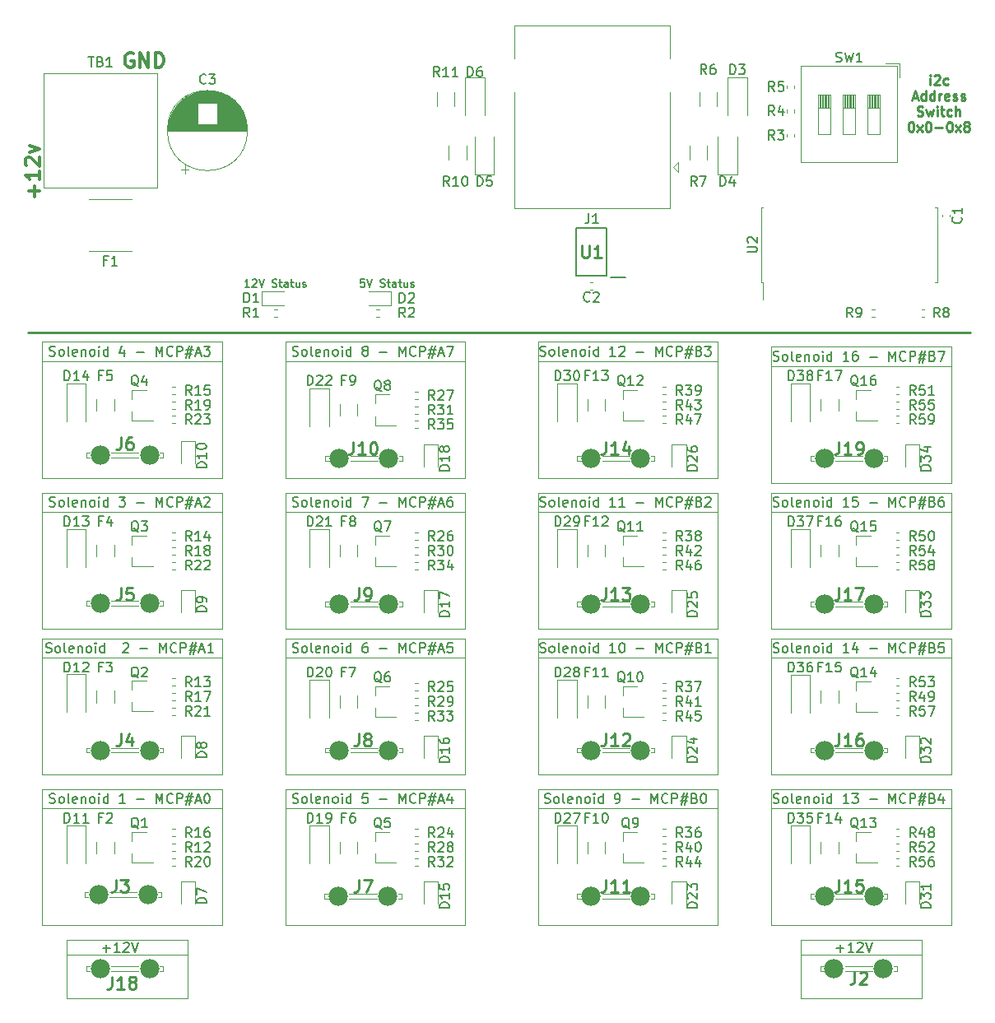
<source format=gbr>
G04 #@! TF.GenerationSoftware,KiCad,Pcbnew,(6.0.0)*
G04 #@! TF.CreationDate,2022-04-14T19:32:56-07:00*
G04 #@! TF.ProjectId,SolenoidController,536f6c65-6e6f-4696-9443-6f6e74726f6c,rev?*
G04 #@! TF.SameCoordinates,Original*
G04 #@! TF.FileFunction,Legend,Top*
G04 #@! TF.FilePolarity,Positive*
%FSLAX46Y46*%
G04 Gerber Fmt 4.6, Leading zero omitted, Abs format (unit mm)*
G04 Created by KiCad (PCBNEW (6.0.0)) date 2022-04-14 19:32:56*
%MOMM*%
%LPD*%
G01*
G04 APERTURE LIST*
%ADD10C,0.120000*%
%ADD11C,0.250000*%
%ADD12C,0.150000*%
%ADD13C,0.200000*%
%ADD14C,0.300000*%
%ADD15C,0.254000*%
%ADD16C,0.100000*%
%ADD17C,1.980000*%
G04 APERTURE END LIST*
D10*
X71500000Y-141000000D02*
X53000000Y-141000000D01*
X53000000Y-129000000D02*
X71500000Y-129000000D01*
X128000000Y-83500000D02*
X146500000Y-83500000D01*
X128000000Y-95500000D02*
X128000000Y-81500000D01*
X146500000Y-95500000D02*
X128000000Y-95500000D01*
X146500000Y-81500000D02*
X146500000Y-95500000D01*
X128000000Y-81500000D02*
X146500000Y-81500000D01*
X68000000Y-142500000D02*
X55500000Y-142500000D01*
X68000000Y-144000000D02*
X55500000Y-144000000D01*
X131000000Y-142500000D02*
X131000000Y-148500000D01*
X131000000Y-148500000D02*
X143500000Y-148500000D01*
X143500000Y-142500000D02*
X131000000Y-142500000D01*
X143500000Y-148500000D02*
X143500000Y-142500000D01*
X143500000Y-144000000D02*
X131000000Y-144000000D01*
X122500000Y-141000000D02*
X104000000Y-141000000D01*
X78000000Y-129000000D02*
X96500000Y-129000000D01*
X146500000Y-141000000D02*
X128000000Y-141000000D01*
X71500000Y-81000000D02*
X71500000Y-95000000D01*
X71500000Y-125500000D02*
X53000000Y-125500000D01*
X104000000Y-141000000D02*
X104000000Y-127000000D01*
X122500000Y-127000000D02*
X122500000Y-141000000D01*
X55500000Y-142500000D02*
X55500000Y-148500000D01*
X96500000Y-125500000D02*
X78000000Y-125500000D01*
D11*
X51500000Y-80000000D02*
X148500000Y-80000000D01*
D10*
X104000000Y-127000000D02*
X122500000Y-127000000D01*
X128000000Y-141000000D02*
X128000000Y-127000000D01*
X96500000Y-141000000D02*
X78000000Y-141000000D01*
X96500000Y-81000000D02*
X96500000Y-95000000D01*
X78000000Y-141000000D02*
X78000000Y-127000000D01*
X71500000Y-127000000D02*
X71500000Y-141000000D01*
X53000000Y-111500000D02*
X71500000Y-111500000D01*
X78000000Y-96500000D02*
X96500000Y-96500000D01*
X78000000Y-81000000D02*
X96500000Y-81000000D01*
X128000000Y-96500000D02*
X146500000Y-96500000D01*
X96500000Y-127000000D02*
X96500000Y-141000000D01*
X68000000Y-148500000D02*
X68000000Y-142500000D01*
X122500000Y-96500000D02*
X122500000Y-110500000D01*
X53000000Y-110500000D02*
X53000000Y-96500000D01*
X71500000Y-96500000D02*
X71500000Y-110500000D01*
X53000000Y-125500000D02*
X53000000Y-111500000D01*
X128000000Y-125500000D02*
X128000000Y-111500000D01*
X128000000Y-113500000D02*
X146500000Y-113500000D01*
X71500000Y-110500000D02*
X53000000Y-110500000D01*
X55500000Y-148500000D02*
X68000000Y-148500000D01*
X128000000Y-98500000D02*
X146500000Y-98500000D01*
X104000000Y-111500000D02*
X122500000Y-111500000D01*
X104000000Y-98500000D02*
X122500000Y-98500000D01*
X146500000Y-110500000D02*
X128000000Y-110500000D01*
X53000000Y-81000000D02*
X71500000Y-81000000D01*
X122500000Y-110500000D02*
X104000000Y-110500000D01*
X128000000Y-111500000D02*
X146500000Y-111500000D01*
X53000000Y-98500000D02*
X71500000Y-98500000D01*
X96500000Y-110500000D02*
X78000000Y-110500000D01*
X78000000Y-98500000D02*
X96500000Y-98500000D01*
X96500000Y-111500000D02*
X96500000Y-125500000D01*
X104000000Y-81000000D02*
X122500000Y-81000000D01*
X128000000Y-129000000D02*
X146500000Y-129000000D01*
X128000000Y-110500000D02*
X128000000Y-96500000D01*
X96500000Y-95000000D02*
X78000000Y-95000000D01*
X71500000Y-95000000D02*
X53000000Y-95000000D01*
X104000000Y-129000000D02*
X122500000Y-129000000D01*
X78000000Y-83000000D02*
X96500000Y-83000000D01*
X104000000Y-125500000D02*
X104000000Y-111500000D01*
X104000000Y-110500000D02*
X104000000Y-96500000D01*
X122500000Y-95000000D02*
X104000000Y-95000000D01*
X96500000Y-96500000D02*
X96500000Y-110500000D01*
X122500000Y-81000000D02*
X122500000Y-95000000D01*
X146500000Y-127000000D02*
X146500000Y-141000000D01*
X78000000Y-95000000D02*
X78000000Y-81000000D01*
X122500000Y-111500000D02*
X122500000Y-125500000D01*
X78000000Y-113500000D02*
X96500000Y-113500000D01*
X53000000Y-141000000D02*
X53000000Y-127000000D01*
X146500000Y-125500000D02*
X128000000Y-125500000D01*
X53000000Y-96500000D02*
X71500000Y-96500000D01*
X122500000Y-125500000D02*
X104000000Y-125500000D01*
X78000000Y-125500000D02*
X78000000Y-111500000D01*
X78000000Y-127000000D02*
X96500000Y-127000000D01*
X146500000Y-111500000D02*
X146500000Y-125500000D01*
X71500000Y-111500000D02*
X71500000Y-125500000D01*
X53000000Y-127000000D02*
X71500000Y-127000000D01*
X104000000Y-95000000D02*
X104000000Y-81000000D01*
X104000000Y-113500000D02*
X122500000Y-113500000D01*
X53000000Y-83000000D02*
X71500000Y-83000000D01*
X53000000Y-113500000D02*
X71500000Y-113500000D01*
X78000000Y-111500000D02*
X96500000Y-111500000D01*
X104000000Y-83000000D02*
X122500000Y-83000000D01*
X146500000Y-96500000D02*
X146500000Y-110500000D01*
X53000000Y-95000000D02*
X53000000Y-81000000D01*
X78000000Y-110500000D02*
X78000000Y-96500000D01*
X104000000Y-96500000D02*
X122500000Y-96500000D01*
X128000000Y-127000000D02*
X146500000Y-127000000D01*
D12*
X128214285Y-82904761D02*
X128357142Y-82952380D01*
X128595238Y-82952380D01*
X128690476Y-82904761D01*
X128738095Y-82857142D01*
X128785714Y-82761904D01*
X128785714Y-82666666D01*
X128738095Y-82571428D01*
X128690476Y-82523809D01*
X128595238Y-82476190D01*
X128404761Y-82428571D01*
X128309523Y-82380952D01*
X128261904Y-82333333D01*
X128214285Y-82238095D01*
X128214285Y-82142857D01*
X128261904Y-82047619D01*
X128309523Y-82000000D01*
X128404761Y-81952380D01*
X128642857Y-81952380D01*
X128785714Y-82000000D01*
X129357142Y-82952380D02*
X129261904Y-82904761D01*
X129214285Y-82857142D01*
X129166666Y-82761904D01*
X129166666Y-82476190D01*
X129214285Y-82380952D01*
X129261904Y-82333333D01*
X129357142Y-82285714D01*
X129500000Y-82285714D01*
X129595238Y-82333333D01*
X129642857Y-82380952D01*
X129690476Y-82476190D01*
X129690476Y-82761904D01*
X129642857Y-82857142D01*
X129595238Y-82904761D01*
X129500000Y-82952380D01*
X129357142Y-82952380D01*
X130261904Y-82952380D02*
X130166666Y-82904761D01*
X130119047Y-82809523D01*
X130119047Y-81952380D01*
X131023809Y-82904761D02*
X130928571Y-82952380D01*
X130738095Y-82952380D01*
X130642857Y-82904761D01*
X130595238Y-82809523D01*
X130595238Y-82428571D01*
X130642857Y-82333333D01*
X130738095Y-82285714D01*
X130928571Y-82285714D01*
X131023809Y-82333333D01*
X131071428Y-82428571D01*
X131071428Y-82523809D01*
X130595238Y-82619047D01*
X131500000Y-82285714D02*
X131500000Y-82952380D01*
X131500000Y-82380952D02*
X131547619Y-82333333D01*
X131642857Y-82285714D01*
X131785714Y-82285714D01*
X131880952Y-82333333D01*
X131928571Y-82428571D01*
X131928571Y-82952380D01*
X132547619Y-82952380D02*
X132452380Y-82904761D01*
X132404761Y-82857142D01*
X132357142Y-82761904D01*
X132357142Y-82476190D01*
X132404761Y-82380952D01*
X132452380Y-82333333D01*
X132547619Y-82285714D01*
X132690476Y-82285714D01*
X132785714Y-82333333D01*
X132833333Y-82380952D01*
X132880952Y-82476190D01*
X132880952Y-82761904D01*
X132833333Y-82857142D01*
X132785714Y-82904761D01*
X132690476Y-82952380D01*
X132547619Y-82952380D01*
X133309523Y-82952380D02*
X133309523Y-82285714D01*
X133309523Y-81952380D02*
X133261904Y-82000000D01*
X133309523Y-82047619D01*
X133357142Y-82000000D01*
X133309523Y-81952380D01*
X133309523Y-82047619D01*
X134214285Y-82952380D02*
X134214285Y-81952380D01*
X134214285Y-82904761D02*
X134119047Y-82952380D01*
X133928571Y-82952380D01*
X133833333Y-82904761D01*
X133785714Y-82857142D01*
X133738095Y-82761904D01*
X133738095Y-82476190D01*
X133785714Y-82380952D01*
X133833333Y-82333333D01*
X133928571Y-82285714D01*
X134119047Y-82285714D01*
X134214285Y-82333333D01*
X135976190Y-82952380D02*
X135404761Y-82952380D01*
X135690476Y-82952380D02*
X135690476Y-81952380D01*
X135595238Y-82095238D01*
X135500000Y-82190476D01*
X135404761Y-82238095D01*
X136833333Y-81952380D02*
X136642857Y-81952380D01*
X136547619Y-82000000D01*
X136500000Y-82047619D01*
X136404761Y-82190476D01*
X136357142Y-82380952D01*
X136357142Y-82761904D01*
X136404761Y-82857142D01*
X136452380Y-82904761D01*
X136547619Y-82952380D01*
X136738095Y-82952380D01*
X136833333Y-82904761D01*
X136880952Y-82857142D01*
X136928571Y-82761904D01*
X136928571Y-82523809D01*
X136880952Y-82428571D01*
X136833333Y-82380952D01*
X136738095Y-82333333D01*
X136547619Y-82333333D01*
X136452380Y-82380952D01*
X136404761Y-82428571D01*
X136357142Y-82523809D01*
X138119047Y-82571428D02*
X138880952Y-82571428D01*
X140119047Y-82952380D02*
X140119047Y-81952380D01*
X140452380Y-82666666D01*
X140785714Y-81952380D01*
X140785714Y-82952380D01*
X141833333Y-82857142D02*
X141785714Y-82904761D01*
X141642857Y-82952380D01*
X141547619Y-82952380D01*
X141404761Y-82904761D01*
X141309523Y-82809523D01*
X141261904Y-82714285D01*
X141214285Y-82523809D01*
X141214285Y-82380952D01*
X141261904Y-82190476D01*
X141309523Y-82095238D01*
X141404761Y-82000000D01*
X141547619Y-81952380D01*
X141642857Y-81952380D01*
X141785714Y-82000000D01*
X141833333Y-82047619D01*
X142261904Y-82952380D02*
X142261904Y-81952380D01*
X142642857Y-81952380D01*
X142738095Y-82000000D01*
X142785714Y-82047619D01*
X142833333Y-82142857D01*
X142833333Y-82285714D01*
X142785714Y-82380952D01*
X142738095Y-82428571D01*
X142642857Y-82476190D01*
X142261904Y-82476190D01*
X143214285Y-82285714D02*
X143928571Y-82285714D01*
X143500000Y-81857142D02*
X143214285Y-83142857D01*
X143833333Y-82714285D02*
X143119047Y-82714285D01*
X143547619Y-83142857D02*
X143833333Y-81857142D01*
X144595238Y-82428571D02*
X144738095Y-82476190D01*
X144785714Y-82523809D01*
X144833333Y-82619047D01*
X144833333Y-82761904D01*
X144785714Y-82857142D01*
X144738095Y-82904761D01*
X144642857Y-82952380D01*
X144261904Y-82952380D01*
X144261904Y-81952380D01*
X144595238Y-81952380D01*
X144690476Y-82000000D01*
X144738095Y-82047619D01*
X144785714Y-82142857D01*
X144785714Y-82238095D01*
X144738095Y-82333333D01*
X144690476Y-82380952D01*
X144595238Y-82428571D01*
X144261904Y-82428571D01*
X145166666Y-81952380D02*
X145833333Y-81952380D01*
X145404761Y-82952380D01*
D13*
X134721187Y-143386666D02*
X135483092Y-143386666D01*
X135102139Y-143767618D02*
X135102139Y-143005714D01*
X136483092Y-143767618D02*
X135911663Y-143767618D01*
X136197377Y-143767618D02*
X136197377Y-142767618D01*
X136102139Y-142910476D01*
X136006901Y-143005714D01*
X135911663Y-143053333D01*
X136864044Y-142862857D02*
X136911663Y-142815238D01*
X137006901Y-142767618D01*
X137244996Y-142767618D01*
X137340234Y-142815238D01*
X137387853Y-142862857D01*
X137435472Y-142958095D01*
X137435472Y-143053333D01*
X137387853Y-143196190D01*
X136816425Y-143767618D01*
X137435472Y-143767618D01*
X137721187Y-142767618D02*
X138054520Y-143767618D01*
X138387853Y-142767618D01*
D12*
X86157142Y-74561904D02*
X85776190Y-74561904D01*
X85738095Y-74942857D01*
X85776190Y-74904761D01*
X85852380Y-74866666D01*
X86042857Y-74866666D01*
X86119047Y-74904761D01*
X86157142Y-74942857D01*
X86195238Y-75019047D01*
X86195238Y-75209523D01*
X86157142Y-75285714D01*
X86119047Y-75323809D01*
X86042857Y-75361904D01*
X85852380Y-75361904D01*
X85776190Y-75323809D01*
X85738095Y-75285714D01*
X86423809Y-74561904D02*
X86690476Y-75361904D01*
X86957142Y-74561904D01*
X87795238Y-75323809D02*
X87909523Y-75361904D01*
X88100000Y-75361904D01*
X88176190Y-75323809D01*
X88214285Y-75285714D01*
X88252380Y-75209523D01*
X88252380Y-75133333D01*
X88214285Y-75057142D01*
X88176190Y-75019047D01*
X88100000Y-74980952D01*
X87947619Y-74942857D01*
X87871428Y-74904761D01*
X87833333Y-74866666D01*
X87795238Y-74790476D01*
X87795238Y-74714285D01*
X87833333Y-74638095D01*
X87871428Y-74600000D01*
X87947619Y-74561904D01*
X88138095Y-74561904D01*
X88252380Y-74600000D01*
X88480952Y-74828571D02*
X88785714Y-74828571D01*
X88595238Y-74561904D02*
X88595238Y-75247619D01*
X88633333Y-75323809D01*
X88709523Y-75361904D01*
X88785714Y-75361904D01*
X89395238Y-75361904D02*
X89395238Y-74942857D01*
X89357142Y-74866666D01*
X89280952Y-74828571D01*
X89128571Y-74828571D01*
X89052380Y-74866666D01*
X89395238Y-75323809D02*
X89319047Y-75361904D01*
X89128571Y-75361904D01*
X89052380Y-75323809D01*
X89014285Y-75247619D01*
X89014285Y-75171428D01*
X89052380Y-75095238D01*
X89128571Y-75057142D01*
X89319047Y-75057142D01*
X89395238Y-75019047D01*
X89661904Y-74828571D02*
X89966666Y-74828571D01*
X89776190Y-74561904D02*
X89776190Y-75247619D01*
X89814285Y-75323809D01*
X89890476Y-75361904D01*
X89966666Y-75361904D01*
X90576190Y-74828571D02*
X90576190Y-75361904D01*
X90233333Y-74828571D02*
X90233333Y-75247619D01*
X90271428Y-75323809D01*
X90347619Y-75361904D01*
X90461904Y-75361904D01*
X90538095Y-75323809D01*
X90576190Y-75285714D01*
X90919047Y-75323809D02*
X90995238Y-75361904D01*
X91147619Y-75361904D01*
X91223809Y-75323809D01*
X91261904Y-75247619D01*
X91261904Y-75209523D01*
X91223809Y-75133333D01*
X91147619Y-75095238D01*
X91033333Y-75095238D01*
X90957142Y-75057142D01*
X90919047Y-74980952D01*
X90919047Y-74942857D01*
X90957142Y-74866666D01*
X91033333Y-74828571D01*
X91147619Y-74828571D01*
X91223809Y-74866666D01*
X53761904Y-97904761D02*
X53904761Y-97952380D01*
X54142857Y-97952380D01*
X54238095Y-97904761D01*
X54285714Y-97857142D01*
X54333333Y-97761904D01*
X54333333Y-97666666D01*
X54285714Y-97571428D01*
X54238095Y-97523809D01*
X54142857Y-97476190D01*
X53952380Y-97428571D01*
X53857142Y-97380952D01*
X53809523Y-97333333D01*
X53761904Y-97238095D01*
X53761904Y-97142857D01*
X53809523Y-97047619D01*
X53857142Y-97000000D01*
X53952380Y-96952380D01*
X54190476Y-96952380D01*
X54333333Y-97000000D01*
X54904761Y-97952380D02*
X54809523Y-97904761D01*
X54761904Y-97857142D01*
X54714285Y-97761904D01*
X54714285Y-97476190D01*
X54761904Y-97380952D01*
X54809523Y-97333333D01*
X54904761Y-97285714D01*
X55047619Y-97285714D01*
X55142857Y-97333333D01*
X55190476Y-97380952D01*
X55238095Y-97476190D01*
X55238095Y-97761904D01*
X55190476Y-97857142D01*
X55142857Y-97904761D01*
X55047619Y-97952380D01*
X54904761Y-97952380D01*
X55809523Y-97952380D02*
X55714285Y-97904761D01*
X55666666Y-97809523D01*
X55666666Y-96952380D01*
X56571428Y-97904761D02*
X56476190Y-97952380D01*
X56285714Y-97952380D01*
X56190476Y-97904761D01*
X56142857Y-97809523D01*
X56142857Y-97428571D01*
X56190476Y-97333333D01*
X56285714Y-97285714D01*
X56476190Y-97285714D01*
X56571428Y-97333333D01*
X56619047Y-97428571D01*
X56619047Y-97523809D01*
X56142857Y-97619047D01*
X57047619Y-97285714D02*
X57047619Y-97952380D01*
X57047619Y-97380952D02*
X57095238Y-97333333D01*
X57190476Y-97285714D01*
X57333333Y-97285714D01*
X57428571Y-97333333D01*
X57476190Y-97428571D01*
X57476190Y-97952380D01*
X58095238Y-97952380D02*
X57999999Y-97904761D01*
X57952380Y-97857142D01*
X57904761Y-97761904D01*
X57904761Y-97476190D01*
X57952380Y-97380952D01*
X57999999Y-97333333D01*
X58095238Y-97285714D01*
X58238095Y-97285714D01*
X58333333Y-97333333D01*
X58380952Y-97380952D01*
X58428571Y-97476190D01*
X58428571Y-97761904D01*
X58380952Y-97857142D01*
X58333333Y-97904761D01*
X58238095Y-97952380D01*
X58095238Y-97952380D01*
X58857142Y-97952380D02*
X58857142Y-97285714D01*
X58857142Y-96952380D02*
X58809523Y-97000000D01*
X58857142Y-97047619D01*
X58904761Y-97000000D01*
X58857142Y-96952380D01*
X58857142Y-97047619D01*
X59761904Y-97952380D02*
X59761904Y-96952380D01*
X59761904Y-97904761D02*
X59666666Y-97952380D01*
X59476190Y-97952380D01*
X59380952Y-97904761D01*
X59333333Y-97857142D01*
X59285714Y-97761904D01*
X59285714Y-97476190D01*
X59333333Y-97380952D01*
X59380952Y-97333333D01*
X59476190Y-97285714D01*
X59666666Y-97285714D01*
X59761904Y-97333333D01*
X60904761Y-96952380D02*
X61523809Y-96952380D01*
X61190476Y-97333333D01*
X61333333Y-97333333D01*
X61428571Y-97380952D01*
X61476190Y-97428571D01*
X61523809Y-97523809D01*
X61523809Y-97761904D01*
X61476190Y-97857142D01*
X61428571Y-97904761D01*
X61333333Y-97952380D01*
X61047619Y-97952380D01*
X60952380Y-97904761D01*
X60904761Y-97857142D01*
X62714285Y-97571428D02*
X63476190Y-97571428D01*
X64714285Y-97952380D02*
X64714285Y-96952380D01*
X65047619Y-97666666D01*
X65380952Y-96952380D01*
X65380952Y-97952380D01*
X66428571Y-97857142D02*
X66380952Y-97904761D01*
X66238095Y-97952380D01*
X66142857Y-97952380D01*
X66000000Y-97904761D01*
X65904761Y-97809523D01*
X65857142Y-97714285D01*
X65809523Y-97523809D01*
X65809523Y-97380952D01*
X65857142Y-97190476D01*
X65904761Y-97095238D01*
X66000000Y-97000000D01*
X66142857Y-96952380D01*
X66238095Y-96952380D01*
X66380952Y-97000000D01*
X66428571Y-97047619D01*
X66857142Y-97952380D02*
X66857142Y-96952380D01*
X67238095Y-96952380D01*
X67333333Y-97000000D01*
X67380952Y-97047619D01*
X67428571Y-97142857D01*
X67428571Y-97285714D01*
X67380952Y-97380952D01*
X67333333Y-97428571D01*
X67238095Y-97476190D01*
X66857142Y-97476190D01*
X67809523Y-97285714D02*
X68523809Y-97285714D01*
X68095238Y-96857142D02*
X67809523Y-98142857D01*
X68428571Y-97714285D02*
X67714285Y-97714285D01*
X68142857Y-98142857D02*
X68428571Y-96857142D01*
X68809523Y-97666666D02*
X69285714Y-97666666D01*
X68714285Y-97952380D02*
X69047619Y-96952380D01*
X69380952Y-97952380D01*
X69666666Y-97047619D02*
X69714285Y-97000000D01*
X69809523Y-96952380D01*
X70047619Y-96952380D01*
X70142857Y-97000000D01*
X70190476Y-97047619D01*
X70238095Y-97142857D01*
X70238095Y-97238095D01*
X70190476Y-97380952D01*
X69619047Y-97952380D01*
X70238095Y-97952380D01*
D13*
X59221187Y-143386666D02*
X59983092Y-143386666D01*
X59602139Y-143767618D02*
X59602139Y-143005714D01*
X60983092Y-143767618D02*
X60411663Y-143767618D01*
X60697377Y-143767618D02*
X60697377Y-142767618D01*
X60602139Y-142910476D01*
X60506901Y-143005714D01*
X60411663Y-143053333D01*
X61364044Y-142862857D02*
X61411663Y-142815238D01*
X61506901Y-142767618D01*
X61744996Y-142767618D01*
X61840234Y-142815238D01*
X61887853Y-142862857D01*
X61935472Y-142958095D01*
X61935472Y-143053333D01*
X61887853Y-143196190D01*
X61316425Y-143767618D01*
X61935472Y-143767618D01*
X62221187Y-142767618D02*
X62554520Y-143767618D01*
X62887853Y-142767618D01*
D12*
X104214285Y-97904761D02*
X104357142Y-97952380D01*
X104595238Y-97952380D01*
X104690476Y-97904761D01*
X104738095Y-97857142D01*
X104785714Y-97761904D01*
X104785714Y-97666666D01*
X104738095Y-97571428D01*
X104690476Y-97523809D01*
X104595238Y-97476190D01*
X104404761Y-97428571D01*
X104309523Y-97380952D01*
X104261904Y-97333333D01*
X104214285Y-97238095D01*
X104214285Y-97142857D01*
X104261904Y-97047619D01*
X104309523Y-97000000D01*
X104404761Y-96952380D01*
X104642857Y-96952380D01*
X104785714Y-97000000D01*
X105357142Y-97952380D02*
X105261904Y-97904761D01*
X105214285Y-97857142D01*
X105166666Y-97761904D01*
X105166666Y-97476190D01*
X105214285Y-97380952D01*
X105261904Y-97333333D01*
X105357142Y-97285714D01*
X105500000Y-97285714D01*
X105595238Y-97333333D01*
X105642857Y-97380952D01*
X105690476Y-97476190D01*
X105690476Y-97761904D01*
X105642857Y-97857142D01*
X105595238Y-97904761D01*
X105500000Y-97952380D01*
X105357142Y-97952380D01*
X106261904Y-97952380D02*
X106166666Y-97904761D01*
X106119047Y-97809523D01*
X106119047Y-96952380D01*
X107023809Y-97904761D02*
X106928571Y-97952380D01*
X106738095Y-97952380D01*
X106642857Y-97904761D01*
X106595238Y-97809523D01*
X106595238Y-97428571D01*
X106642857Y-97333333D01*
X106738095Y-97285714D01*
X106928571Y-97285714D01*
X107023809Y-97333333D01*
X107071428Y-97428571D01*
X107071428Y-97523809D01*
X106595238Y-97619047D01*
X107500000Y-97285714D02*
X107500000Y-97952380D01*
X107500000Y-97380952D02*
X107547619Y-97333333D01*
X107642857Y-97285714D01*
X107785714Y-97285714D01*
X107880952Y-97333333D01*
X107928571Y-97428571D01*
X107928571Y-97952380D01*
X108547619Y-97952380D02*
X108452380Y-97904761D01*
X108404761Y-97857142D01*
X108357142Y-97761904D01*
X108357142Y-97476190D01*
X108404761Y-97380952D01*
X108452380Y-97333333D01*
X108547619Y-97285714D01*
X108690476Y-97285714D01*
X108785714Y-97333333D01*
X108833333Y-97380952D01*
X108880952Y-97476190D01*
X108880952Y-97761904D01*
X108833333Y-97857142D01*
X108785714Y-97904761D01*
X108690476Y-97952380D01*
X108547619Y-97952380D01*
X109309523Y-97952380D02*
X109309523Y-97285714D01*
X109309523Y-96952380D02*
X109261904Y-97000000D01*
X109309523Y-97047619D01*
X109357142Y-97000000D01*
X109309523Y-96952380D01*
X109309523Y-97047619D01*
X110214285Y-97952380D02*
X110214285Y-96952380D01*
X110214285Y-97904761D02*
X110119047Y-97952380D01*
X109928571Y-97952380D01*
X109833333Y-97904761D01*
X109785714Y-97857142D01*
X109738095Y-97761904D01*
X109738095Y-97476190D01*
X109785714Y-97380952D01*
X109833333Y-97333333D01*
X109928571Y-97285714D01*
X110119047Y-97285714D01*
X110214285Y-97333333D01*
X111976190Y-97952380D02*
X111404761Y-97952380D01*
X111690476Y-97952380D02*
X111690476Y-96952380D01*
X111595238Y-97095238D01*
X111500000Y-97190476D01*
X111404761Y-97238095D01*
X112928571Y-97952380D02*
X112357142Y-97952380D01*
X112642857Y-97952380D02*
X112642857Y-96952380D01*
X112547619Y-97095238D01*
X112452380Y-97190476D01*
X112357142Y-97238095D01*
X114119047Y-97571428D02*
X114880952Y-97571428D01*
X116119047Y-97952380D02*
X116119047Y-96952380D01*
X116452380Y-97666666D01*
X116785714Y-96952380D01*
X116785714Y-97952380D01*
X117833333Y-97857142D02*
X117785714Y-97904761D01*
X117642857Y-97952380D01*
X117547619Y-97952380D01*
X117404761Y-97904761D01*
X117309523Y-97809523D01*
X117261904Y-97714285D01*
X117214285Y-97523809D01*
X117214285Y-97380952D01*
X117261904Y-97190476D01*
X117309523Y-97095238D01*
X117404761Y-97000000D01*
X117547619Y-96952380D01*
X117642857Y-96952380D01*
X117785714Y-97000000D01*
X117833333Y-97047619D01*
X118261904Y-97952380D02*
X118261904Y-96952380D01*
X118642857Y-96952380D01*
X118738095Y-97000000D01*
X118785714Y-97047619D01*
X118833333Y-97142857D01*
X118833333Y-97285714D01*
X118785714Y-97380952D01*
X118738095Y-97428571D01*
X118642857Y-97476190D01*
X118261904Y-97476190D01*
X119214285Y-97285714D02*
X119928571Y-97285714D01*
X119500000Y-96857142D02*
X119214285Y-98142857D01*
X119833333Y-97714285D02*
X119119047Y-97714285D01*
X119547619Y-98142857D02*
X119833333Y-96857142D01*
X120595238Y-97428571D02*
X120738095Y-97476190D01*
X120785714Y-97523809D01*
X120833333Y-97619047D01*
X120833333Y-97761904D01*
X120785714Y-97857142D01*
X120738095Y-97904761D01*
X120642857Y-97952380D01*
X120261904Y-97952380D01*
X120261904Y-96952380D01*
X120595238Y-96952380D01*
X120690476Y-97000000D01*
X120738095Y-97047619D01*
X120785714Y-97142857D01*
X120785714Y-97238095D01*
X120738095Y-97333333D01*
X120690476Y-97380952D01*
X120595238Y-97428571D01*
X120261904Y-97428571D01*
X121214285Y-97047619D02*
X121261904Y-97000000D01*
X121357142Y-96952380D01*
X121595238Y-96952380D01*
X121690476Y-97000000D01*
X121738095Y-97047619D01*
X121785714Y-97142857D01*
X121785714Y-97238095D01*
X121738095Y-97380952D01*
X121166666Y-97952380D01*
X121785714Y-97952380D01*
X104214285Y-82404761D02*
X104357142Y-82452380D01*
X104595238Y-82452380D01*
X104690476Y-82404761D01*
X104738095Y-82357142D01*
X104785714Y-82261904D01*
X104785714Y-82166666D01*
X104738095Y-82071428D01*
X104690476Y-82023809D01*
X104595238Y-81976190D01*
X104404761Y-81928571D01*
X104309523Y-81880952D01*
X104261904Y-81833333D01*
X104214285Y-81738095D01*
X104214285Y-81642857D01*
X104261904Y-81547619D01*
X104309523Y-81500000D01*
X104404761Y-81452380D01*
X104642857Y-81452380D01*
X104785714Y-81500000D01*
X105357142Y-82452380D02*
X105261904Y-82404761D01*
X105214285Y-82357142D01*
X105166666Y-82261904D01*
X105166666Y-81976190D01*
X105214285Y-81880952D01*
X105261904Y-81833333D01*
X105357142Y-81785714D01*
X105500000Y-81785714D01*
X105595238Y-81833333D01*
X105642857Y-81880952D01*
X105690476Y-81976190D01*
X105690476Y-82261904D01*
X105642857Y-82357142D01*
X105595238Y-82404761D01*
X105500000Y-82452380D01*
X105357142Y-82452380D01*
X106261904Y-82452380D02*
X106166666Y-82404761D01*
X106119047Y-82309523D01*
X106119047Y-81452380D01*
X107023809Y-82404761D02*
X106928571Y-82452380D01*
X106738095Y-82452380D01*
X106642857Y-82404761D01*
X106595238Y-82309523D01*
X106595238Y-81928571D01*
X106642857Y-81833333D01*
X106738095Y-81785714D01*
X106928571Y-81785714D01*
X107023809Y-81833333D01*
X107071428Y-81928571D01*
X107071428Y-82023809D01*
X106595238Y-82119047D01*
X107500000Y-81785714D02*
X107500000Y-82452380D01*
X107500000Y-81880952D02*
X107547619Y-81833333D01*
X107642857Y-81785714D01*
X107785714Y-81785714D01*
X107880952Y-81833333D01*
X107928571Y-81928571D01*
X107928571Y-82452380D01*
X108547619Y-82452380D02*
X108452380Y-82404761D01*
X108404761Y-82357142D01*
X108357142Y-82261904D01*
X108357142Y-81976190D01*
X108404761Y-81880952D01*
X108452380Y-81833333D01*
X108547619Y-81785714D01*
X108690476Y-81785714D01*
X108785714Y-81833333D01*
X108833333Y-81880952D01*
X108880952Y-81976190D01*
X108880952Y-82261904D01*
X108833333Y-82357142D01*
X108785714Y-82404761D01*
X108690476Y-82452380D01*
X108547619Y-82452380D01*
X109309523Y-82452380D02*
X109309523Y-81785714D01*
X109309523Y-81452380D02*
X109261904Y-81500000D01*
X109309523Y-81547619D01*
X109357142Y-81500000D01*
X109309523Y-81452380D01*
X109309523Y-81547619D01*
X110214285Y-82452380D02*
X110214285Y-81452380D01*
X110214285Y-82404761D02*
X110119047Y-82452380D01*
X109928571Y-82452380D01*
X109833333Y-82404761D01*
X109785714Y-82357142D01*
X109738095Y-82261904D01*
X109738095Y-81976190D01*
X109785714Y-81880952D01*
X109833333Y-81833333D01*
X109928571Y-81785714D01*
X110119047Y-81785714D01*
X110214285Y-81833333D01*
X111976190Y-82452380D02*
X111404761Y-82452380D01*
X111690476Y-82452380D02*
X111690476Y-81452380D01*
X111595238Y-81595238D01*
X111500000Y-81690476D01*
X111404761Y-81738095D01*
X112357142Y-81547619D02*
X112404761Y-81500000D01*
X112500000Y-81452380D01*
X112738095Y-81452380D01*
X112833333Y-81500000D01*
X112880952Y-81547619D01*
X112928571Y-81642857D01*
X112928571Y-81738095D01*
X112880952Y-81880952D01*
X112309523Y-82452380D01*
X112928571Y-82452380D01*
X114119047Y-82071428D02*
X114880952Y-82071428D01*
X116119047Y-82452380D02*
X116119047Y-81452380D01*
X116452380Y-82166666D01*
X116785714Y-81452380D01*
X116785714Y-82452380D01*
X117833333Y-82357142D02*
X117785714Y-82404761D01*
X117642857Y-82452380D01*
X117547619Y-82452380D01*
X117404761Y-82404761D01*
X117309523Y-82309523D01*
X117261904Y-82214285D01*
X117214285Y-82023809D01*
X117214285Y-81880952D01*
X117261904Y-81690476D01*
X117309523Y-81595238D01*
X117404761Y-81500000D01*
X117547619Y-81452380D01*
X117642857Y-81452380D01*
X117785714Y-81500000D01*
X117833333Y-81547619D01*
X118261904Y-82452380D02*
X118261904Y-81452380D01*
X118642857Y-81452380D01*
X118738095Y-81500000D01*
X118785714Y-81547619D01*
X118833333Y-81642857D01*
X118833333Y-81785714D01*
X118785714Y-81880952D01*
X118738095Y-81928571D01*
X118642857Y-81976190D01*
X118261904Y-81976190D01*
X119214285Y-81785714D02*
X119928571Y-81785714D01*
X119500000Y-81357142D02*
X119214285Y-82642857D01*
X119833333Y-82214285D02*
X119119047Y-82214285D01*
X119547619Y-82642857D02*
X119833333Y-81357142D01*
X120595238Y-81928571D02*
X120738095Y-81976190D01*
X120785714Y-82023809D01*
X120833333Y-82119047D01*
X120833333Y-82261904D01*
X120785714Y-82357142D01*
X120738095Y-82404761D01*
X120642857Y-82452380D01*
X120261904Y-82452380D01*
X120261904Y-81452380D01*
X120595238Y-81452380D01*
X120690476Y-81500000D01*
X120738095Y-81547619D01*
X120785714Y-81642857D01*
X120785714Y-81738095D01*
X120738095Y-81833333D01*
X120690476Y-81880952D01*
X120595238Y-81928571D01*
X120261904Y-81928571D01*
X121166666Y-81452380D02*
X121785714Y-81452380D01*
X121452380Y-81833333D01*
X121595238Y-81833333D01*
X121690476Y-81880952D01*
X121738095Y-81928571D01*
X121785714Y-82023809D01*
X121785714Y-82261904D01*
X121738095Y-82357142D01*
X121690476Y-82404761D01*
X121595238Y-82452380D01*
X121309523Y-82452380D01*
X121214285Y-82404761D01*
X121166666Y-82357142D01*
X78761904Y-82404761D02*
X78904761Y-82452380D01*
X79142857Y-82452380D01*
X79238095Y-82404761D01*
X79285714Y-82357142D01*
X79333333Y-82261904D01*
X79333333Y-82166666D01*
X79285714Y-82071428D01*
X79238095Y-82023809D01*
X79142857Y-81976190D01*
X78952380Y-81928571D01*
X78857142Y-81880952D01*
X78809523Y-81833333D01*
X78761904Y-81738095D01*
X78761904Y-81642857D01*
X78809523Y-81547619D01*
X78857142Y-81500000D01*
X78952380Y-81452380D01*
X79190476Y-81452380D01*
X79333333Y-81500000D01*
X79904761Y-82452380D02*
X79809523Y-82404761D01*
X79761904Y-82357142D01*
X79714285Y-82261904D01*
X79714285Y-81976190D01*
X79761904Y-81880952D01*
X79809523Y-81833333D01*
X79904761Y-81785714D01*
X80047619Y-81785714D01*
X80142857Y-81833333D01*
X80190476Y-81880952D01*
X80238095Y-81976190D01*
X80238095Y-82261904D01*
X80190476Y-82357142D01*
X80142857Y-82404761D01*
X80047619Y-82452380D01*
X79904761Y-82452380D01*
X80809523Y-82452380D02*
X80714285Y-82404761D01*
X80666666Y-82309523D01*
X80666666Y-81452380D01*
X81571428Y-82404761D02*
X81476190Y-82452380D01*
X81285714Y-82452380D01*
X81190476Y-82404761D01*
X81142857Y-82309523D01*
X81142857Y-81928571D01*
X81190476Y-81833333D01*
X81285714Y-81785714D01*
X81476190Y-81785714D01*
X81571428Y-81833333D01*
X81619047Y-81928571D01*
X81619047Y-82023809D01*
X81142857Y-82119047D01*
X82047619Y-81785714D02*
X82047619Y-82452380D01*
X82047619Y-81880952D02*
X82095238Y-81833333D01*
X82190476Y-81785714D01*
X82333333Y-81785714D01*
X82428571Y-81833333D01*
X82476190Y-81928571D01*
X82476190Y-82452380D01*
X83095238Y-82452380D02*
X83000000Y-82404761D01*
X82952380Y-82357142D01*
X82904761Y-82261904D01*
X82904761Y-81976190D01*
X82952380Y-81880952D01*
X83000000Y-81833333D01*
X83095238Y-81785714D01*
X83238095Y-81785714D01*
X83333333Y-81833333D01*
X83380952Y-81880952D01*
X83428571Y-81976190D01*
X83428571Y-82261904D01*
X83380952Y-82357142D01*
X83333333Y-82404761D01*
X83238095Y-82452380D01*
X83095238Y-82452380D01*
X83857142Y-82452380D02*
X83857142Y-81785714D01*
X83857142Y-81452380D02*
X83809523Y-81500000D01*
X83857142Y-81547619D01*
X83904761Y-81500000D01*
X83857142Y-81452380D01*
X83857142Y-81547619D01*
X84761904Y-82452380D02*
X84761904Y-81452380D01*
X84761904Y-82404761D02*
X84666666Y-82452380D01*
X84476190Y-82452380D01*
X84380952Y-82404761D01*
X84333333Y-82357142D01*
X84285714Y-82261904D01*
X84285714Y-81976190D01*
X84333333Y-81880952D01*
X84380952Y-81833333D01*
X84476190Y-81785714D01*
X84666666Y-81785714D01*
X84761904Y-81833333D01*
X86142857Y-81880952D02*
X86047619Y-81833333D01*
X86000000Y-81785714D01*
X85952380Y-81690476D01*
X85952380Y-81642857D01*
X86000000Y-81547619D01*
X86047619Y-81500000D01*
X86142857Y-81452380D01*
X86333333Y-81452380D01*
X86428571Y-81500000D01*
X86476190Y-81547619D01*
X86523809Y-81642857D01*
X86523809Y-81690476D01*
X86476190Y-81785714D01*
X86428571Y-81833333D01*
X86333333Y-81880952D01*
X86142857Y-81880952D01*
X86047619Y-81928571D01*
X86000000Y-81976190D01*
X85952380Y-82071428D01*
X85952380Y-82261904D01*
X86000000Y-82357142D01*
X86047619Y-82404761D01*
X86142857Y-82452380D01*
X86333333Y-82452380D01*
X86428571Y-82404761D01*
X86476190Y-82357142D01*
X86523809Y-82261904D01*
X86523809Y-82071428D01*
X86476190Y-81976190D01*
X86428571Y-81928571D01*
X86333333Y-81880952D01*
X87714285Y-82071428D02*
X88476190Y-82071428D01*
X89714285Y-82452380D02*
X89714285Y-81452380D01*
X90047619Y-82166666D01*
X90380952Y-81452380D01*
X90380952Y-82452380D01*
X91428571Y-82357142D02*
X91380952Y-82404761D01*
X91238095Y-82452380D01*
X91142857Y-82452380D01*
X91000000Y-82404761D01*
X90904761Y-82309523D01*
X90857142Y-82214285D01*
X90809523Y-82023809D01*
X90809523Y-81880952D01*
X90857142Y-81690476D01*
X90904761Y-81595238D01*
X91000000Y-81500000D01*
X91142857Y-81452380D01*
X91238095Y-81452380D01*
X91380952Y-81500000D01*
X91428571Y-81547619D01*
X91857142Y-82452380D02*
X91857142Y-81452380D01*
X92238095Y-81452380D01*
X92333333Y-81500000D01*
X92380952Y-81547619D01*
X92428571Y-81642857D01*
X92428571Y-81785714D01*
X92380952Y-81880952D01*
X92333333Y-81928571D01*
X92238095Y-81976190D01*
X91857142Y-81976190D01*
X92809523Y-81785714D02*
X93523809Y-81785714D01*
X93095238Y-81357142D02*
X92809523Y-82642857D01*
X93428571Y-82214285D02*
X92714285Y-82214285D01*
X93142857Y-82642857D02*
X93428571Y-81357142D01*
X93809523Y-82166666D02*
X94285714Y-82166666D01*
X93714285Y-82452380D02*
X94047619Y-81452380D01*
X94380952Y-82452380D01*
X94619047Y-81452380D02*
X95285714Y-81452380D01*
X94857142Y-82452380D01*
X53761904Y-128404761D02*
X53904761Y-128452380D01*
X54142857Y-128452380D01*
X54238095Y-128404761D01*
X54285714Y-128357142D01*
X54333333Y-128261904D01*
X54333333Y-128166666D01*
X54285714Y-128071428D01*
X54238095Y-128023809D01*
X54142857Y-127976190D01*
X53952380Y-127928571D01*
X53857142Y-127880952D01*
X53809523Y-127833333D01*
X53761904Y-127738095D01*
X53761904Y-127642857D01*
X53809523Y-127547619D01*
X53857142Y-127500000D01*
X53952380Y-127452380D01*
X54190476Y-127452380D01*
X54333333Y-127500000D01*
X54904761Y-128452380D02*
X54809523Y-128404761D01*
X54761904Y-128357142D01*
X54714285Y-128261904D01*
X54714285Y-127976190D01*
X54761904Y-127880952D01*
X54809523Y-127833333D01*
X54904761Y-127785714D01*
X55047619Y-127785714D01*
X55142857Y-127833333D01*
X55190476Y-127880952D01*
X55238095Y-127976190D01*
X55238095Y-128261904D01*
X55190476Y-128357142D01*
X55142857Y-128404761D01*
X55047619Y-128452380D01*
X54904761Y-128452380D01*
X55809523Y-128452380D02*
X55714285Y-128404761D01*
X55666666Y-128309523D01*
X55666666Y-127452380D01*
X56571428Y-128404761D02*
X56476190Y-128452380D01*
X56285714Y-128452380D01*
X56190476Y-128404761D01*
X56142857Y-128309523D01*
X56142857Y-127928571D01*
X56190476Y-127833333D01*
X56285714Y-127785714D01*
X56476190Y-127785714D01*
X56571428Y-127833333D01*
X56619047Y-127928571D01*
X56619047Y-128023809D01*
X56142857Y-128119047D01*
X57047619Y-127785714D02*
X57047619Y-128452380D01*
X57047619Y-127880952D02*
X57095238Y-127833333D01*
X57190476Y-127785714D01*
X57333333Y-127785714D01*
X57428571Y-127833333D01*
X57476190Y-127928571D01*
X57476190Y-128452380D01*
X58095238Y-128452380D02*
X57999999Y-128404761D01*
X57952380Y-128357142D01*
X57904761Y-128261904D01*
X57904761Y-127976190D01*
X57952380Y-127880952D01*
X57999999Y-127833333D01*
X58095238Y-127785714D01*
X58238095Y-127785714D01*
X58333333Y-127833333D01*
X58380952Y-127880952D01*
X58428571Y-127976190D01*
X58428571Y-128261904D01*
X58380952Y-128357142D01*
X58333333Y-128404761D01*
X58238095Y-128452380D01*
X58095238Y-128452380D01*
X58857142Y-128452380D02*
X58857142Y-127785714D01*
X58857142Y-127452380D02*
X58809523Y-127500000D01*
X58857142Y-127547619D01*
X58904761Y-127500000D01*
X58857142Y-127452380D01*
X58857142Y-127547619D01*
X59761904Y-128452380D02*
X59761904Y-127452380D01*
X59761904Y-128404761D02*
X59666666Y-128452380D01*
X59476190Y-128452380D01*
X59380952Y-128404761D01*
X59333333Y-128357142D01*
X59285714Y-128261904D01*
X59285714Y-127976190D01*
X59333333Y-127880952D01*
X59380952Y-127833333D01*
X59476190Y-127785714D01*
X59666666Y-127785714D01*
X59761904Y-127833333D01*
X61523809Y-128452380D02*
X60952380Y-128452380D01*
X61238095Y-128452380D02*
X61238095Y-127452380D01*
X61142857Y-127595238D01*
X61047619Y-127690476D01*
X60952380Y-127738095D01*
X62714285Y-128071428D02*
X63476190Y-128071428D01*
X64714285Y-128452380D02*
X64714285Y-127452380D01*
X65047619Y-128166666D01*
X65380952Y-127452380D01*
X65380952Y-128452380D01*
X66428571Y-128357142D02*
X66380952Y-128404761D01*
X66238095Y-128452380D01*
X66142857Y-128452380D01*
X66000000Y-128404761D01*
X65904761Y-128309523D01*
X65857142Y-128214285D01*
X65809523Y-128023809D01*
X65809523Y-127880952D01*
X65857142Y-127690476D01*
X65904761Y-127595238D01*
X66000000Y-127500000D01*
X66142857Y-127452380D01*
X66238095Y-127452380D01*
X66380952Y-127500000D01*
X66428571Y-127547619D01*
X66857142Y-128452380D02*
X66857142Y-127452380D01*
X67238095Y-127452380D01*
X67333333Y-127500000D01*
X67380952Y-127547619D01*
X67428571Y-127642857D01*
X67428571Y-127785714D01*
X67380952Y-127880952D01*
X67333333Y-127928571D01*
X67238095Y-127976190D01*
X66857142Y-127976190D01*
X67809523Y-127785714D02*
X68523809Y-127785714D01*
X68095238Y-127357142D02*
X67809523Y-128642857D01*
X68428571Y-128214285D02*
X67714285Y-128214285D01*
X68142857Y-128642857D02*
X68428571Y-127357142D01*
X68809523Y-128166666D02*
X69285714Y-128166666D01*
X68714285Y-128452380D02*
X69047619Y-127452380D01*
X69380952Y-128452380D01*
X69904761Y-127452380D02*
X70000000Y-127452380D01*
X70095238Y-127500000D01*
X70142857Y-127547619D01*
X70190476Y-127642857D01*
X70238095Y-127833333D01*
X70238095Y-128071428D01*
X70190476Y-128261904D01*
X70142857Y-128357142D01*
X70095238Y-128404761D01*
X70000000Y-128452380D01*
X69904761Y-128452380D01*
X69809523Y-128404761D01*
X69761904Y-128357142D01*
X69714285Y-128261904D01*
X69666666Y-128071428D01*
X69666666Y-127833333D01*
X69714285Y-127642857D01*
X69761904Y-127547619D01*
X69809523Y-127500000D01*
X69904761Y-127452380D01*
D14*
X62357142Y-51320000D02*
X62214285Y-51248571D01*
X62000000Y-51248571D01*
X61785714Y-51320000D01*
X61642857Y-51462857D01*
X61571428Y-51605714D01*
X61500000Y-51891428D01*
X61500000Y-52105714D01*
X61571428Y-52391428D01*
X61642857Y-52534285D01*
X61785714Y-52677142D01*
X62000000Y-52748571D01*
X62142857Y-52748571D01*
X62357142Y-52677142D01*
X62428571Y-52605714D01*
X62428571Y-52105714D01*
X62142857Y-52105714D01*
X63071428Y-52748571D02*
X63071428Y-51248571D01*
X63928571Y-52748571D01*
X63928571Y-51248571D01*
X64642857Y-52748571D02*
X64642857Y-51248571D01*
X65000000Y-51248571D01*
X65214285Y-51320000D01*
X65357142Y-51462857D01*
X65428571Y-51605714D01*
X65500000Y-51891428D01*
X65500000Y-52105714D01*
X65428571Y-52391428D01*
X65357142Y-52534285D01*
X65214285Y-52677142D01*
X65000000Y-52748571D01*
X64642857Y-52748571D01*
D12*
X78761904Y-128404761D02*
X78904761Y-128452380D01*
X79142857Y-128452380D01*
X79238095Y-128404761D01*
X79285714Y-128357142D01*
X79333333Y-128261904D01*
X79333333Y-128166666D01*
X79285714Y-128071428D01*
X79238095Y-128023809D01*
X79142857Y-127976190D01*
X78952380Y-127928571D01*
X78857142Y-127880952D01*
X78809523Y-127833333D01*
X78761904Y-127738095D01*
X78761904Y-127642857D01*
X78809523Y-127547619D01*
X78857142Y-127500000D01*
X78952380Y-127452380D01*
X79190476Y-127452380D01*
X79333333Y-127500000D01*
X79904761Y-128452380D02*
X79809523Y-128404761D01*
X79761904Y-128357142D01*
X79714285Y-128261904D01*
X79714285Y-127976190D01*
X79761904Y-127880952D01*
X79809523Y-127833333D01*
X79904761Y-127785714D01*
X80047619Y-127785714D01*
X80142857Y-127833333D01*
X80190476Y-127880952D01*
X80238095Y-127976190D01*
X80238095Y-128261904D01*
X80190476Y-128357142D01*
X80142857Y-128404761D01*
X80047619Y-128452380D01*
X79904761Y-128452380D01*
X80809523Y-128452380D02*
X80714285Y-128404761D01*
X80666666Y-128309523D01*
X80666666Y-127452380D01*
X81571428Y-128404761D02*
X81476190Y-128452380D01*
X81285714Y-128452380D01*
X81190476Y-128404761D01*
X81142857Y-128309523D01*
X81142857Y-127928571D01*
X81190476Y-127833333D01*
X81285714Y-127785714D01*
X81476190Y-127785714D01*
X81571428Y-127833333D01*
X81619047Y-127928571D01*
X81619047Y-128023809D01*
X81142857Y-128119047D01*
X82047619Y-127785714D02*
X82047619Y-128452380D01*
X82047619Y-127880952D02*
X82095238Y-127833333D01*
X82190476Y-127785714D01*
X82333333Y-127785714D01*
X82428571Y-127833333D01*
X82476190Y-127928571D01*
X82476190Y-128452380D01*
X83095238Y-128452380D02*
X83000000Y-128404761D01*
X82952380Y-128357142D01*
X82904761Y-128261904D01*
X82904761Y-127976190D01*
X82952380Y-127880952D01*
X83000000Y-127833333D01*
X83095238Y-127785714D01*
X83238095Y-127785714D01*
X83333333Y-127833333D01*
X83380952Y-127880952D01*
X83428571Y-127976190D01*
X83428571Y-128261904D01*
X83380952Y-128357142D01*
X83333333Y-128404761D01*
X83238095Y-128452380D01*
X83095238Y-128452380D01*
X83857142Y-128452380D02*
X83857142Y-127785714D01*
X83857142Y-127452380D02*
X83809523Y-127500000D01*
X83857142Y-127547619D01*
X83904761Y-127500000D01*
X83857142Y-127452380D01*
X83857142Y-127547619D01*
X84761904Y-128452380D02*
X84761904Y-127452380D01*
X84761904Y-128404761D02*
X84666666Y-128452380D01*
X84476190Y-128452380D01*
X84380952Y-128404761D01*
X84333333Y-128357142D01*
X84285714Y-128261904D01*
X84285714Y-127976190D01*
X84333333Y-127880952D01*
X84380952Y-127833333D01*
X84476190Y-127785714D01*
X84666666Y-127785714D01*
X84761904Y-127833333D01*
X86476190Y-127452380D02*
X86000000Y-127452380D01*
X85952380Y-127928571D01*
X86000000Y-127880952D01*
X86095238Y-127833333D01*
X86333333Y-127833333D01*
X86428571Y-127880952D01*
X86476190Y-127928571D01*
X86523809Y-128023809D01*
X86523809Y-128261904D01*
X86476190Y-128357142D01*
X86428571Y-128404761D01*
X86333333Y-128452380D01*
X86095238Y-128452380D01*
X86000000Y-128404761D01*
X85952380Y-128357142D01*
X87714285Y-128071428D02*
X88476190Y-128071428D01*
X89714285Y-128452380D02*
X89714285Y-127452380D01*
X90047619Y-128166666D01*
X90380952Y-127452380D01*
X90380952Y-128452380D01*
X91428571Y-128357142D02*
X91380952Y-128404761D01*
X91238095Y-128452380D01*
X91142857Y-128452380D01*
X91000000Y-128404761D01*
X90904761Y-128309523D01*
X90857142Y-128214285D01*
X90809523Y-128023809D01*
X90809523Y-127880952D01*
X90857142Y-127690476D01*
X90904761Y-127595238D01*
X91000000Y-127500000D01*
X91142857Y-127452380D01*
X91238095Y-127452380D01*
X91380952Y-127500000D01*
X91428571Y-127547619D01*
X91857142Y-128452380D02*
X91857142Y-127452380D01*
X92238095Y-127452380D01*
X92333333Y-127500000D01*
X92380952Y-127547619D01*
X92428571Y-127642857D01*
X92428571Y-127785714D01*
X92380952Y-127880952D01*
X92333333Y-127928571D01*
X92238095Y-127976190D01*
X91857142Y-127976190D01*
X92809523Y-127785714D02*
X93523809Y-127785714D01*
X93095238Y-127357142D02*
X92809523Y-128642857D01*
X93428571Y-128214285D02*
X92714285Y-128214285D01*
X93142857Y-128642857D02*
X93428571Y-127357142D01*
X93809523Y-128166666D02*
X94285714Y-128166666D01*
X93714285Y-128452380D02*
X94047619Y-127452380D01*
X94380952Y-128452380D01*
X95142857Y-127785714D02*
X95142857Y-128452380D01*
X94904761Y-127404761D02*
X94666666Y-128119047D01*
X95285714Y-128119047D01*
X53380952Y-112904761D02*
X53523809Y-112952380D01*
X53761904Y-112952380D01*
X53857142Y-112904761D01*
X53904761Y-112857142D01*
X53952380Y-112761904D01*
X53952380Y-112666666D01*
X53904761Y-112571428D01*
X53857142Y-112523809D01*
X53761904Y-112476190D01*
X53571428Y-112428571D01*
X53476190Y-112380952D01*
X53428571Y-112333333D01*
X53380952Y-112238095D01*
X53380952Y-112142857D01*
X53428571Y-112047619D01*
X53476190Y-112000000D01*
X53571428Y-111952380D01*
X53809523Y-111952380D01*
X53952380Y-112000000D01*
X54523809Y-112952380D02*
X54428571Y-112904761D01*
X54380952Y-112857142D01*
X54333333Y-112761904D01*
X54333333Y-112476190D01*
X54380952Y-112380952D01*
X54428571Y-112333333D01*
X54523809Y-112285714D01*
X54666666Y-112285714D01*
X54761904Y-112333333D01*
X54809523Y-112380952D01*
X54857142Y-112476190D01*
X54857142Y-112761904D01*
X54809523Y-112857142D01*
X54761904Y-112904761D01*
X54666666Y-112952380D01*
X54523809Y-112952380D01*
X55428571Y-112952380D02*
X55333333Y-112904761D01*
X55285714Y-112809523D01*
X55285714Y-111952380D01*
X56190476Y-112904761D02*
X56095238Y-112952380D01*
X55904761Y-112952380D01*
X55809523Y-112904761D01*
X55761904Y-112809523D01*
X55761904Y-112428571D01*
X55809523Y-112333333D01*
X55904761Y-112285714D01*
X56095238Y-112285714D01*
X56190476Y-112333333D01*
X56238095Y-112428571D01*
X56238095Y-112523809D01*
X55761904Y-112619047D01*
X56666666Y-112285714D02*
X56666666Y-112952380D01*
X56666666Y-112380952D02*
X56714285Y-112333333D01*
X56809523Y-112285714D01*
X56952380Y-112285714D01*
X57047619Y-112333333D01*
X57095238Y-112428571D01*
X57095238Y-112952380D01*
X57714285Y-112952380D02*
X57619047Y-112904761D01*
X57571428Y-112857142D01*
X57523809Y-112761904D01*
X57523809Y-112476190D01*
X57571428Y-112380952D01*
X57619047Y-112333333D01*
X57714285Y-112285714D01*
X57857142Y-112285714D01*
X57952380Y-112333333D01*
X58000000Y-112380952D01*
X58047619Y-112476190D01*
X58047619Y-112761904D01*
X58000000Y-112857142D01*
X57952380Y-112904761D01*
X57857142Y-112952380D01*
X57714285Y-112952380D01*
X58476190Y-112952380D02*
X58476190Y-112285714D01*
X58476190Y-111952380D02*
X58428571Y-112000000D01*
X58476190Y-112047619D01*
X58523809Y-112000000D01*
X58476190Y-111952380D01*
X58476190Y-112047619D01*
X59380952Y-112952380D02*
X59380952Y-111952380D01*
X59380952Y-112904761D02*
X59285714Y-112952380D01*
X59095238Y-112952380D01*
X59000000Y-112904761D01*
X58952380Y-112857142D01*
X58904761Y-112761904D01*
X58904761Y-112476190D01*
X58952380Y-112380952D01*
X59000000Y-112333333D01*
X59095238Y-112285714D01*
X59285714Y-112285714D01*
X59380952Y-112333333D01*
X61333333Y-112047619D02*
X61380952Y-112000000D01*
X61476190Y-111952380D01*
X61714285Y-111952380D01*
X61809523Y-112000000D01*
X61857142Y-112047619D01*
X61904761Y-112142857D01*
X61904761Y-112238095D01*
X61857142Y-112380952D01*
X61285714Y-112952380D01*
X61904761Y-112952380D01*
X63095238Y-112571428D02*
X63857142Y-112571428D01*
X65095238Y-112952380D02*
X65095238Y-111952380D01*
X65428571Y-112666666D01*
X65761904Y-111952380D01*
X65761904Y-112952380D01*
X66809523Y-112857142D02*
X66761904Y-112904761D01*
X66619047Y-112952380D01*
X66523809Y-112952380D01*
X66380952Y-112904761D01*
X66285714Y-112809523D01*
X66238095Y-112714285D01*
X66190476Y-112523809D01*
X66190476Y-112380952D01*
X66238095Y-112190476D01*
X66285714Y-112095238D01*
X66380952Y-112000000D01*
X66523809Y-111952380D01*
X66619047Y-111952380D01*
X66761904Y-112000000D01*
X66809523Y-112047619D01*
X67238095Y-112952380D02*
X67238095Y-111952380D01*
X67619047Y-111952380D01*
X67714285Y-112000000D01*
X67761904Y-112047619D01*
X67809523Y-112142857D01*
X67809523Y-112285714D01*
X67761904Y-112380952D01*
X67714285Y-112428571D01*
X67619047Y-112476190D01*
X67238095Y-112476190D01*
X68190476Y-112285714D02*
X68904761Y-112285714D01*
X68476190Y-111857142D02*
X68190476Y-113142857D01*
X68809523Y-112714285D02*
X68095238Y-112714285D01*
X68523809Y-113142857D02*
X68809523Y-111857142D01*
X69190476Y-112666666D02*
X69666666Y-112666666D01*
X69095238Y-112952380D02*
X69428571Y-111952380D01*
X69761904Y-112952380D01*
X70619047Y-112952380D02*
X70047619Y-112952380D01*
X70333333Y-112952380D02*
X70333333Y-111952380D01*
X70238095Y-112095238D01*
X70142857Y-112190476D01*
X70047619Y-112238095D01*
X104214285Y-112904761D02*
X104357142Y-112952380D01*
X104595238Y-112952380D01*
X104690476Y-112904761D01*
X104738095Y-112857142D01*
X104785714Y-112761904D01*
X104785714Y-112666666D01*
X104738095Y-112571428D01*
X104690476Y-112523809D01*
X104595238Y-112476190D01*
X104404761Y-112428571D01*
X104309523Y-112380952D01*
X104261904Y-112333333D01*
X104214285Y-112238095D01*
X104214285Y-112142857D01*
X104261904Y-112047619D01*
X104309523Y-112000000D01*
X104404761Y-111952380D01*
X104642857Y-111952380D01*
X104785714Y-112000000D01*
X105357142Y-112952380D02*
X105261904Y-112904761D01*
X105214285Y-112857142D01*
X105166666Y-112761904D01*
X105166666Y-112476190D01*
X105214285Y-112380952D01*
X105261904Y-112333333D01*
X105357142Y-112285714D01*
X105500000Y-112285714D01*
X105595238Y-112333333D01*
X105642857Y-112380952D01*
X105690476Y-112476190D01*
X105690476Y-112761904D01*
X105642857Y-112857142D01*
X105595238Y-112904761D01*
X105500000Y-112952380D01*
X105357142Y-112952380D01*
X106261904Y-112952380D02*
X106166666Y-112904761D01*
X106119047Y-112809523D01*
X106119047Y-111952380D01*
X107023809Y-112904761D02*
X106928571Y-112952380D01*
X106738095Y-112952380D01*
X106642857Y-112904761D01*
X106595238Y-112809523D01*
X106595238Y-112428571D01*
X106642857Y-112333333D01*
X106738095Y-112285714D01*
X106928571Y-112285714D01*
X107023809Y-112333333D01*
X107071428Y-112428571D01*
X107071428Y-112523809D01*
X106595238Y-112619047D01*
X107500000Y-112285714D02*
X107500000Y-112952380D01*
X107500000Y-112380952D02*
X107547619Y-112333333D01*
X107642857Y-112285714D01*
X107785714Y-112285714D01*
X107880952Y-112333333D01*
X107928571Y-112428571D01*
X107928571Y-112952380D01*
X108547619Y-112952380D02*
X108452380Y-112904761D01*
X108404761Y-112857142D01*
X108357142Y-112761904D01*
X108357142Y-112476190D01*
X108404761Y-112380952D01*
X108452380Y-112333333D01*
X108547619Y-112285714D01*
X108690476Y-112285714D01*
X108785714Y-112333333D01*
X108833333Y-112380952D01*
X108880952Y-112476190D01*
X108880952Y-112761904D01*
X108833333Y-112857142D01*
X108785714Y-112904761D01*
X108690476Y-112952380D01*
X108547619Y-112952380D01*
X109309523Y-112952380D02*
X109309523Y-112285714D01*
X109309523Y-111952380D02*
X109261904Y-112000000D01*
X109309523Y-112047619D01*
X109357142Y-112000000D01*
X109309523Y-111952380D01*
X109309523Y-112047619D01*
X110214285Y-112952380D02*
X110214285Y-111952380D01*
X110214285Y-112904761D02*
X110119047Y-112952380D01*
X109928571Y-112952380D01*
X109833333Y-112904761D01*
X109785714Y-112857142D01*
X109738095Y-112761904D01*
X109738095Y-112476190D01*
X109785714Y-112380952D01*
X109833333Y-112333333D01*
X109928571Y-112285714D01*
X110119047Y-112285714D01*
X110214285Y-112333333D01*
X111976190Y-112952380D02*
X111404761Y-112952380D01*
X111690476Y-112952380D02*
X111690476Y-111952380D01*
X111595238Y-112095238D01*
X111500000Y-112190476D01*
X111404761Y-112238095D01*
X112595238Y-111952380D02*
X112690476Y-111952380D01*
X112785714Y-112000000D01*
X112833333Y-112047619D01*
X112880952Y-112142857D01*
X112928571Y-112333333D01*
X112928571Y-112571428D01*
X112880952Y-112761904D01*
X112833333Y-112857142D01*
X112785714Y-112904761D01*
X112690476Y-112952380D01*
X112595238Y-112952380D01*
X112500000Y-112904761D01*
X112452380Y-112857142D01*
X112404761Y-112761904D01*
X112357142Y-112571428D01*
X112357142Y-112333333D01*
X112404761Y-112142857D01*
X112452380Y-112047619D01*
X112500000Y-112000000D01*
X112595238Y-111952380D01*
X114119047Y-112571428D02*
X114880952Y-112571428D01*
X116119047Y-112952380D02*
X116119047Y-111952380D01*
X116452380Y-112666666D01*
X116785714Y-111952380D01*
X116785714Y-112952380D01*
X117833333Y-112857142D02*
X117785714Y-112904761D01*
X117642857Y-112952380D01*
X117547619Y-112952380D01*
X117404761Y-112904761D01*
X117309523Y-112809523D01*
X117261904Y-112714285D01*
X117214285Y-112523809D01*
X117214285Y-112380952D01*
X117261904Y-112190476D01*
X117309523Y-112095238D01*
X117404761Y-112000000D01*
X117547619Y-111952380D01*
X117642857Y-111952380D01*
X117785714Y-112000000D01*
X117833333Y-112047619D01*
X118261904Y-112952380D02*
X118261904Y-111952380D01*
X118642857Y-111952380D01*
X118738095Y-112000000D01*
X118785714Y-112047619D01*
X118833333Y-112142857D01*
X118833333Y-112285714D01*
X118785714Y-112380952D01*
X118738095Y-112428571D01*
X118642857Y-112476190D01*
X118261904Y-112476190D01*
X119214285Y-112285714D02*
X119928571Y-112285714D01*
X119500000Y-111857142D02*
X119214285Y-113142857D01*
X119833333Y-112714285D02*
X119119047Y-112714285D01*
X119547619Y-113142857D02*
X119833333Y-111857142D01*
X120595238Y-112428571D02*
X120738095Y-112476190D01*
X120785714Y-112523809D01*
X120833333Y-112619047D01*
X120833333Y-112761904D01*
X120785714Y-112857142D01*
X120738095Y-112904761D01*
X120642857Y-112952380D01*
X120261904Y-112952380D01*
X120261904Y-111952380D01*
X120595238Y-111952380D01*
X120690476Y-112000000D01*
X120738095Y-112047619D01*
X120785714Y-112142857D01*
X120785714Y-112238095D01*
X120738095Y-112333333D01*
X120690476Y-112380952D01*
X120595238Y-112428571D01*
X120261904Y-112428571D01*
X121785714Y-112952380D02*
X121214285Y-112952380D01*
X121500000Y-112952380D02*
X121500000Y-111952380D01*
X121404761Y-112095238D01*
X121309523Y-112190476D01*
X121214285Y-112238095D01*
D14*
X52177142Y-66071428D02*
X52177142Y-64928571D01*
X52748571Y-65500000D02*
X51605714Y-65500000D01*
X52748571Y-63428571D02*
X52748571Y-64285714D01*
X52748571Y-63857142D02*
X51248571Y-63857142D01*
X51462857Y-64000000D01*
X51605714Y-64142857D01*
X51677142Y-64285714D01*
X51391428Y-62857142D02*
X51320000Y-62785714D01*
X51248571Y-62642857D01*
X51248571Y-62285714D01*
X51320000Y-62142857D01*
X51391428Y-62071428D01*
X51534285Y-62000000D01*
X51677142Y-62000000D01*
X51891428Y-62071428D01*
X52748571Y-62928571D01*
X52748571Y-62000000D01*
X51748571Y-61500000D02*
X52748571Y-61142857D01*
X51748571Y-60785714D01*
D12*
X104690476Y-128404761D02*
X104833333Y-128452380D01*
X105071428Y-128452380D01*
X105166666Y-128404761D01*
X105214285Y-128357142D01*
X105261904Y-128261904D01*
X105261904Y-128166666D01*
X105214285Y-128071428D01*
X105166666Y-128023809D01*
X105071428Y-127976190D01*
X104880952Y-127928571D01*
X104785714Y-127880952D01*
X104738095Y-127833333D01*
X104690476Y-127738095D01*
X104690476Y-127642857D01*
X104738095Y-127547619D01*
X104785714Y-127500000D01*
X104880952Y-127452380D01*
X105119047Y-127452380D01*
X105261904Y-127500000D01*
X105833333Y-128452380D02*
X105738095Y-128404761D01*
X105690476Y-128357142D01*
X105642857Y-128261904D01*
X105642857Y-127976190D01*
X105690476Y-127880952D01*
X105738095Y-127833333D01*
X105833333Y-127785714D01*
X105976190Y-127785714D01*
X106071428Y-127833333D01*
X106119047Y-127880952D01*
X106166666Y-127976190D01*
X106166666Y-128261904D01*
X106119047Y-128357142D01*
X106071428Y-128404761D01*
X105976190Y-128452380D01*
X105833333Y-128452380D01*
X106738095Y-128452380D02*
X106642857Y-128404761D01*
X106595238Y-128309523D01*
X106595238Y-127452380D01*
X107500000Y-128404761D02*
X107404761Y-128452380D01*
X107214285Y-128452380D01*
X107119047Y-128404761D01*
X107071428Y-128309523D01*
X107071428Y-127928571D01*
X107119047Y-127833333D01*
X107214285Y-127785714D01*
X107404761Y-127785714D01*
X107500000Y-127833333D01*
X107547619Y-127928571D01*
X107547619Y-128023809D01*
X107071428Y-128119047D01*
X107976190Y-127785714D02*
X107976190Y-128452380D01*
X107976190Y-127880952D02*
X108023809Y-127833333D01*
X108119047Y-127785714D01*
X108261904Y-127785714D01*
X108357142Y-127833333D01*
X108404761Y-127928571D01*
X108404761Y-128452380D01*
X109023809Y-128452380D02*
X108928571Y-128404761D01*
X108880952Y-128357142D01*
X108833333Y-128261904D01*
X108833333Y-127976190D01*
X108880952Y-127880952D01*
X108928571Y-127833333D01*
X109023809Y-127785714D01*
X109166666Y-127785714D01*
X109261904Y-127833333D01*
X109309523Y-127880952D01*
X109357142Y-127976190D01*
X109357142Y-128261904D01*
X109309523Y-128357142D01*
X109261904Y-128404761D01*
X109166666Y-128452380D01*
X109023809Y-128452380D01*
X109785714Y-128452380D02*
X109785714Y-127785714D01*
X109785714Y-127452380D02*
X109738095Y-127500000D01*
X109785714Y-127547619D01*
X109833333Y-127500000D01*
X109785714Y-127452380D01*
X109785714Y-127547619D01*
X110690476Y-128452380D02*
X110690476Y-127452380D01*
X110690476Y-128404761D02*
X110595238Y-128452380D01*
X110404761Y-128452380D01*
X110309523Y-128404761D01*
X110261904Y-128357142D01*
X110214285Y-128261904D01*
X110214285Y-127976190D01*
X110261904Y-127880952D01*
X110309523Y-127833333D01*
X110404761Y-127785714D01*
X110595238Y-127785714D01*
X110690476Y-127833333D01*
X111976190Y-128452380D02*
X112166666Y-128452380D01*
X112261904Y-128404761D01*
X112309523Y-128357142D01*
X112404761Y-128214285D01*
X112452380Y-128023809D01*
X112452380Y-127642857D01*
X112404761Y-127547619D01*
X112357142Y-127500000D01*
X112261904Y-127452380D01*
X112071428Y-127452380D01*
X111976190Y-127500000D01*
X111928571Y-127547619D01*
X111880952Y-127642857D01*
X111880952Y-127880952D01*
X111928571Y-127976190D01*
X111976190Y-128023809D01*
X112071428Y-128071428D01*
X112261904Y-128071428D01*
X112357142Y-128023809D01*
X112404761Y-127976190D01*
X112452380Y-127880952D01*
X113642857Y-128071428D02*
X114404761Y-128071428D01*
X115642857Y-128452380D02*
X115642857Y-127452380D01*
X115976190Y-128166666D01*
X116309523Y-127452380D01*
X116309523Y-128452380D01*
X117357142Y-128357142D02*
X117309523Y-128404761D01*
X117166666Y-128452380D01*
X117071428Y-128452380D01*
X116928571Y-128404761D01*
X116833333Y-128309523D01*
X116785714Y-128214285D01*
X116738095Y-128023809D01*
X116738095Y-127880952D01*
X116785714Y-127690476D01*
X116833333Y-127595238D01*
X116928571Y-127500000D01*
X117071428Y-127452380D01*
X117166666Y-127452380D01*
X117309523Y-127500000D01*
X117357142Y-127547619D01*
X117785714Y-128452380D02*
X117785714Y-127452380D01*
X118166666Y-127452380D01*
X118261904Y-127500000D01*
X118309523Y-127547619D01*
X118357142Y-127642857D01*
X118357142Y-127785714D01*
X118309523Y-127880952D01*
X118261904Y-127928571D01*
X118166666Y-127976190D01*
X117785714Y-127976190D01*
X118738095Y-127785714D02*
X119452380Y-127785714D01*
X119023809Y-127357142D02*
X118738095Y-128642857D01*
X119357142Y-128214285D02*
X118642857Y-128214285D01*
X119071428Y-128642857D02*
X119357142Y-127357142D01*
X120119047Y-127928571D02*
X120261904Y-127976190D01*
X120309523Y-128023809D01*
X120357142Y-128119047D01*
X120357142Y-128261904D01*
X120309523Y-128357142D01*
X120261904Y-128404761D01*
X120166666Y-128452380D01*
X119785714Y-128452380D01*
X119785714Y-127452380D01*
X120119047Y-127452380D01*
X120214285Y-127500000D01*
X120261904Y-127547619D01*
X120309523Y-127642857D01*
X120309523Y-127738095D01*
X120261904Y-127833333D01*
X120214285Y-127880952D01*
X120119047Y-127928571D01*
X119785714Y-127928571D01*
X120976190Y-127452380D02*
X121071428Y-127452380D01*
X121166666Y-127500000D01*
X121214285Y-127547619D01*
X121261904Y-127642857D01*
X121309523Y-127833333D01*
X121309523Y-128071428D01*
X121261904Y-128261904D01*
X121214285Y-128357142D01*
X121166666Y-128404761D01*
X121071428Y-128452380D01*
X120976190Y-128452380D01*
X120880952Y-128404761D01*
X120833333Y-128357142D01*
X120785714Y-128261904D01*
X120738095Y-128071428D01*
X120738095Y-127833333D01*
X120785714Y-127642857D01*
X120833333Y-127547619D01*
X120880952Y-127500000D01*
X120976190Y-127452380D01*
X78761904Y-112904761D02*
X78904761Y-112952380D01*
X79142857Y-112952380D01*
X79238095Y-112904761D01*
X79285714Y-112857142D01*
X79333333Y-112761904D01*
X79333333Y-112666666D01*
X79285714Y-112571428D01*
X79238095Y-112523809D01*
X79142857Y-112476190D01*
X78952380Y-112428571D01*
X78857142Y-112380952D01*
X78809523Y-112333333D01*
X78761904Y-112238095D01*
X78761904Y-112142857D01*
X78809523Y-112047619D01*
X78857142Y-112000000D01*
X78952380Y-111952380D01*
X79190476Y-111952380D01*
X79333333Y-112000000D01*
X79904761Y-112952380D02*
X79809523Y-112904761D01*
X79761904Y-112857142D01*
X79714285Y-112761904D01*
X79714285Y-112476190D01*
X79761904Y-112380952D01*
X79809523Y-112333333D01*
X79904761Y-112285714D01*
X80047619Y-112285714D01*
X80142857Y-112333333D01*
X80190476Y-112380952D01*
X80238095Y-112476190D01*
X80238095Y-112761904D01*
X80190476Y-112857142D01*
X80142857Y-112904761D01*
X80047619Y-112952380D01*
X79904761Y-112952380D01*
X80809523Y-112952380D02*
X80714285Y-112904761D01*
X80666666Y-112809523D01*
X80666666Y-111952380D01*
X81571428Y-112904761D02*
X81476190Y-112952380D01*
X81285714Y-112952380D01*
X81190476Y-112904761D01*
X81142857Y-112809523D01*
X81142857Y-112428571D01*
X81190476Y-112333333D01*
X81285714Y-112285714D01*
X81476190Y-112285714D01*
X81571428Y-112333333D01*
X81619047Y-112428571D01*
X81619047Y-112523809D01*
X81142857Y-112619047D01*
X82047619Y-112285714D02*
X82047619Y-112952380D01*
X82047619Y-112380952D02*
X82095238Y-112333333D01*
X82190476Y-112285714D01*
X82333333Y-112285714D01*
X82428571Y-112333333D01*
X82476190Y-112428571D01*
X82476190Y-112952380D01*
X83095238Y-112952380D02*
X83000000Y-112904761D01*
X82952380Y-112857142D01*
X82904761Y-112761904D01*
X82904761Y-112476190D01*
X82952380Y-112380952D01*
X83000000Y-112333333D01*
X83095238Y-112285714D01*
X83238095Y-112285714D01*
X83333333Y-112333333D01*
X83380952Y-112380952D01*
X83428571Y-112476190D01*
X83428571Y-112761904D01*
X83380952Y-112857142D01*
X83333333Y-112904761D01*
X83238095Y-112952380D01*
X83095238Y-112952380D01*
X83857142Y-112952380D02*
X83857142Y-112285714D01*
X83857142Y-111952380D02*
X83809523Y-112000000D01*
X83857142Y-112047619D01*
X83904761Y-112000000D01*
X83857142Y-111952380D01*
X83857142Y-112047619D01*
X84761904Y-112952380D02*
X84761904Y-111952380D01*
X84761904Y-112904761D02*
X84666666Y-112952380D01*
X84476190Y-112952380D01*
X84380952Y-112904761D01*
X84333333Y-112857142D01*
X84285714Y-112761904D01*
X84285714Y-112476190D01*
X84333333Y-112380952D01*
X84380952Y-112333333D01*
X84476190Y-112285714D01*
X84666666Y-112285714D01*
X84761904Y-112333333D01*
X86428571Y-111952380D02*
X86238095Y-111952380D01*
X86142857Y-112000000D01*
X86095238Y-112047619D01*
X86000000Y-112190476D01*
X85952380Y-112380952D01*
X85952380Y-112761904D01*
X86000000Y-112857142D01*
X86047619Y-112904761D01*
X86142857Y-112952380D01*
X86333333Y-112952380D01*
X86428571Y-112904761D01*
X86476190Y-112857142D01*
X86523809Y-112761904D01*
X86523809Y-112523809D01*
X86476190Y-112428571D01*
X86428571Y-112380952D01*
X86333333Y-112333333D01*
X86142857Y-112333333D01*
X86047619Y-112380952D01*
X86000000Y-112428571D01*
X85952380Y-112523809D01*
X87714285Y-112571428D02*
X88476190Y-112571428D01*
X89714285Y-112952380D02*
X89714285Y-111952380D01*
X90047619Y-112666666D01*
X90380952Y-111952380D01*
X90380952Y-112952380D01*
X91428571Y-112857142D02*
X91380952Y-112904761D01*
X91238095Y-112952380D01*
X91142857Y-112952380D01*
X91000000Y-112904761D01*
X90904761Y-112809523D01*
X90857142Y-112714285D01*
X90809523Y-112523809D01*
X90809523Y-112380952D01*
X90857142Y-112190476D01*
X90904761Y-112095238D01*
X91000000Y-112000000D01*
X91142857Y-111952380D01*
X91238095Y-111952380D01*
X91380952Y-112000000D01*
X91428571Y-112047619D01*
X91857142Y-112952380D02*
X91857142Y-111952380D01*
X92238095Y-111952380D01*
X92333333Y-112000000D01*
X92380952Y-112047619D01*
X92428571Y-112142857D01*
X92428571Y-112285714D01*
X92380952Y-112380952D01*
X92333333Y-112428571D01*
X92238095Y-112476190D01*
X91857142Y-112476190D01*
X92809523Y-112285714D02*
X93523809Y-112285714D01*
X93095238Y-111857142D02*
X92809523Y-113142857D01*
X93428571Y-112714285D02*
X92714285Y-112714285D01*
X93142857Y-113142857D02*
X93428571Y-111857142D01*
X93809523Y-112666666D02*
X94285714Y-112666666D01*
X93714285Y-112952380D02*
X94047619Y-111952380D01*
X94380952Y-112952380D01*
X95190476Y-111952380D02*
X94714285Y-111952380D01*
X94666666Y-112428571D01*
X94714285Y-112380952D01*
X94809523Y-112333333D01*
X95047619Y-112333333D01*
X95142857Y-112380952D01*
X95190476Y-112428571D01*
X95238095Y-112523809D01*
X95238095Y-112761904D01*
X95190476Y-112857142D01*
X95142857Y-112904761D01*
X95047619Y-112952380D01*
X94809523Y-112952380D01*
X94714285Y-112904761D01*
X94666666Y-112857142D01*
X128214285Y-128404761D02*
X128357142Y-128452380D01*
X128595238Y-128452380D01*
X128690476Y-128404761D01*
X128738095Y-128357142D01*
X128785714Y-128261904D01*
X128785714Y-128166666D01*
X128738095Y-128071428D01*
X128690476Y-128023809D01*
X128595238Y-127976190D01*
X128404761Y-127928571D01*
X128309523Y-127880952D01*
X128261904Y-127833333D01*
X128214285Y-127738095D01*
X128214285Y-127642857D01*
X128261904Y-127547619D01*
X128309523Y-127500000D01*
X128404761Y-127452380D01*
X128642857Y-127452380D01*
X128785714Y-127500000D01*
X129357142Y-128452380D02*
X129261904Y-128404761D01*
X129214285Y-128357142D01*
X129166666Y-128261904D01*
X129166666Y-127976190D01*
X129214285Y-127880952D01*
X129261904Y-127833333D01*
X129357142Y-127785714D01*
X129500000Y-127785714D01*
X129595238Y-127833333D01*
X129642857Y-127880952D01*
X129690476Y-127976190D01*
X129690476Y-128261904D01*
X129642857Y-128357142D01*
X129595238Y-128404761D01*
X129500000Y-128452380D01*
X129357142Y-128452380D01*
X130261904Y-128452380D02*
X130166666Y-128404761D01*
X130119047Y-128309523D01*
X130119047Y-127452380D01*
X131023809Y-128404761D02*
X130928571Y-128452380D01*
X130738095Y-128452380D01*
X130642857Y-128404761D01*
X130595238Y-128309523D01*
X130595238Y-127928571D01*
X130642857Y-127833333D01*
X130738095Y-127785714D01*
X130928571Y-127785714D01*
X131023809Y-127833333D01*
X131071428Y-127928571D01*
X131071428Y-128023809D01*
X130595238Y-128119047D01*
X131500000Y-127785714D02*
X131500000Y-128452380D01*
X131500000Y-127880952D02*
X131547619Y-127833333D01*
X131642857Y-127785714D01*
X131785714Y-127785714D01*
X131880952Y-127833333D01*
X131928571Y-127928571D01*
X131928571Y-128452380D01*
X132547619Y-128452380D02*
X132452380Y-128404761D01*
X132404761Y-128357142D01*
X132357142Y-128261904D01*
X132357142Y-127976190D01*
X132404761Y-127880952D01*
X132452380Y-127833333D01*
X132547619Y-127785714D01*
X132690476Y-127785714D01*
X132785714Y-127833333D01*
X132833333Y-127880952D01*
X132880952Y-127976190D01*
X132880952Y-128261904D01*
X132833333Y-128357142D01*
X132785714Y-128404761D01*
X132690476Y-128452380D01*
X132547619Y-128452380D01*
X133309523Y-128452380D02*
X133309523Y-127785714D01*
X133309523Y-127452380D02*
X133261904Y-127500000D01*
X133309523Y-127547619D01*
X133357142Y-127500000D01*
X133309523Y-127452380D01*
X133309523Y-127547619D01*
X134214285Y-128452380D02*
X134214285Y-127452380D01*
X134214285Y-128404761D02*
X134119047Y-128452380D01*
X133928571Y-128452380D01*
X133833333Y-128404761D01*
X133785714Y-128357142D01*
X133738095Y-128261904D01*
X133738095Y-127976190D01*
X133785714Y-127880952D01*
X133833333Y-127833333D01*
X133928571Y-127785714D01*
X134119047Y-127785714D01*
X134214285Y-127833333D01*
X135976190Y-128452380D02*
X135404761Y-128452380D01*
X135690476Y-128452380D02*
X135690476Y-127452380D01*
X135595238Y-127595238D01*
X135500000Y-127690476D01*
X135404761Y-127738095D01*
X136309523Y-127452380D02*
X136928571Y-127452380D01*
X136595238Y-127833333D01*
X136738095Y-127833333D01*
X136833333Y-127880952D01*
X136880952Y-127928571D01*
X136928571Y-128023809D01*
X136928571Y-128261904D01*
X136880952Y-128357142D01*
X136833333Y-128404761D01*
X136738095Y-128452380D01*
X136452380Y-128452380D01*
X136357142Y-128404761D01*
X136309523Y-128357142D01*
X138119047Y-128071428D02*
X138880952Y-128071428D01*
X140119047Y-128452380D02*
X140119047Y-127452380D01*
X140452380Y-128166666D01*
X140785714Y-127452380D01*
X140785714Y-128452380D01*
X141833333Y-128357142D02*
X141785714Y-128404761D01*
X141642857Y-128452380D01*
X141547619Y-128452380D01*
X141404761Y-128404761D01*
X141309523Y-128309523D01*
X141261904Y-128214285D01*
X141214285Y-128023809D01*
X141214285Y-127880952D01*
X141261904Y-127690476D01*
X141309523Y-127595238D01*
X141404761Y-127500000D01*
X141547619Y-127452380D01*
X141642857Y-127452380D01*
X141785714Y-127500000D01*
X141833333Y-127547619D01*
X142261904Y-128452380D02*
X142261904Y-127452380D01*
X142642857Y-127452380D01*
X142738095Y-127500000D01*
X142785714Y-127547619D01*
X142833333Y-127642857D01*
X142833333Y-127785714D01*
X142785714Y-127880952D01*
X142738095Y-127928571D01*
X142642857Y-127976190D01*
X142261904Y-127976190D01*
X143214285Y-127785714D02*
X143928571Y-127785714D01*
X143500000Y-127357142D02*
X143214285Y-128642857D01*
X143833333Y-128214285D02*
X143119047Y-128214285D01*
X143547619Y-128642857D02*
X143833333Y-127357142D01*
X144595238Y-127928571D02*
X144738095Y-127976190D01*
X144785714Y-128023809D01*
X144833333Y-128119047D01*
X144833333Y-128261904D01*
X144785714Y-128357142D01*
X144738095Y-128404761D01*
X144642857Y-128452380D01*
X144261904Y-128452380D01*
X144261904Y-127452380D01*
X144595238Y-127452380D01*
X144690476Y-127500000D01*
X144738095Y-127547619D01*
X144785714Y-127642857D01*
X144785714Y-127738095D01*
X144738095Y-127833333D01*
X144690476Y-127880952D01*
X144595238Y-127928571D01*
X144261904Y-127928571D01*
X145690476Y-127785714D02*
X145690476Y-128452380D01*
X145452380Y-127404761D02*
X145214285Y-128119047D01*
X145833333Y-128119047D01*
X78761904Y-97904761D02*
X78904761Y-97952380D01*
X79142857Y-97952380D01*
X79238095Y-97904761D01*
X79285714Y-97857142D01*
X79333333Y-97761904D01*
X79333333Y-97666666D01*
X79285714Y-97571428D01*
X79238095Y-97523809D01*
X79142857Y-97476190D01*
X78952380Y-97428571D01*
X78857142Y-97380952D01*
X78809523Y-97333333D01*
X78761904Y-97238095D01*
X78761904Y-97142857D01*
X78809523Y-97047619D01*
X78857142Y-97000000D01*
X78952380Y-96952380D01*
X79190476Y-96952380D01*
X79333333Y-97000000D01*
X79904761Y-97952380D02*
X79809523Y-97904761D01*
X79761904Y-97857142D01*
X79714285Y-97761904D01*
X79714285Y-97476190D01*
X79761904Y-97380952D01*
X79809523Y-97333333D01*
X79904761Y-97285714D01*
X80047619Y-97285714D01*
X80142857Y-97333333D01*
X80190476Y-97380952D01*
X80238095Y-97476190D01*
X80238095Y-97761904D01*
X80190476Y-97857142D01*
X80142857Y-97904761D01*
X80047619Y-97952380D01*
X79904761Y-97952380D01*
X80809523Y-97952380D02*
X80714285Y-97904761D01*
X80666666Y-97809523D01*
X80666666Y-96952380D01*
X81571428Y-97904761D02*
X81476190Y-97952380D01*
X81285714Y-97952380D01*
X81190476Y-97904761D01*
X81142857Y-97809523D01*
X81142857Y-97428571D01*
X81190476Y-97333333D01*
X81285714Y-97285714D01*
X81476190Y-97285714D01*
X81571428Y-97333333D01*
X81619047Y-97428571D01*
X81619047Y-97523809D01*
X81142857Y-97619047D01*
X82047619Y-97285714D02*
X82047619Y-97952380D01*
X82047619Y-97380952D02*
X82095238Y-97333333D01*
X82190476Y-97285714D01*
X82333333Y-97285714D01*
X82428571Y-97333333D01*
X82476190Y-97428571D01*
X82476190Y-97952380D01*
X83095238Y-97952380D02*
X83000000Y-97904761D01*
X82952380Y-97857142D01*
X82904761Y-97761904D01*
X82904761Y-97476190D01*
X82952380Y-97380952D01*
X83000000Y-97333333D01*
X83095238Y-97285714D01*
X83238095Y-97285714D01*
X83333333Y-97333333D01*
X83380952Y-97380952D01*
X83428571Y-97476190D01*
X83428571Y-97761904D01*
X83380952Y-97857142D01*
X83333333Y-97904761D01*
X83238095Y-97952380D01*
X83095238Y-97952380D01*
X83857142Y-97952380D02*
X83857142Y-97285714D01*
X83857142Y-96952380D02*
X83809523Y-97000000D01*
X83857142Y-97047619D01*
X83904761Y-97000000D01*
X83857142Y-96952380D01*
X83857142Y-97047619D01*
X84761904Y-97952380D02*
X84761904Y-96952380D01*
X84761904Y-97904761D02*
X84666666Y-97952380D01*
X84476190Y-97952380D01*
X84380952Y-97904761D01*
X84333333Y-97857142D01*
X84285714Y-97761904D01*
X84285714Y-97476190D01*
X84333333Y-97380952D01*
X84380952Y-97333333D01*
X84476190Y-97285714D01*
X84666666Y-97285714D01*
X84761904Y-97333333D01*
X85904761Y-96952380D02*
X86571428Y-96952380D01*
X86142857Y-97952380D01*
X87714285Y-97571428D02*
X88476190Y-97571428D01*
X89714285Y-97952380D02*
X89714285Y-96952380D01*
X90047619Y-97666666D01*
X90380952Y-96952380D01*
X90380952Y-97952380D01*
X91428571Y-97857142D02*
X91380952Y-97904761D01*
X91238095Y-97952380D01*
X91142857Y-97952380D01*
X91000000Y-97904761D01*
X90904761Y-97809523D01*
X90857142Y-97714285D01*
X90809523Y-97523809D01*
X90809523Y-97380952D01*
X90857142Y-97190476D01*
X90904761Y-97095238D01*
X91000000Y-97000000D01*
X91142857Y-96952380D01*
X91238095Y-96952380D01*
X91380952Y-97000000D01*
X91428571Y-97047619D01*
X91857142Y-97952380D02*
X91857142Y-96952380D01*
X92238095Y-96952380D01*
X92333333Y-97000000D01*
X92380952Y-97047619D01*
X92428571Y-97142857D01*
X92428571Y-97285714D01*
X92380952Y-97380952D01*
X92333333Y-97428571D01*
X92238095Y-97476190D01*
X91857142Y-97476190D01*
X92809523Y-97285714D02*
X93523809Y-97285714D01*
X93095238Y-96857142D02*
X92809523Y-98142857D01*
X93428571Y-97714285D02*
X92714285Y-97714285D01*
X93142857Y-98142857D02*
X93428571Y-96857142D01*
X93809523Y-97666666D02*
X94285714Y-97666666D01*
X93714285Y-97952380D02*
X94047619Y-96952380D01*
X94380952Y-97952380D01*
X95142857Y-96952380D02*
X94952380Y-96952380D01*
X94857142Y-97000000D01*
X94809523Y-97047619D01*
X94714285Y-97190476D01*
X94666666Y-97380952D01*
X94666666Y-97761904D01*
X94714285Y-97857142D01*
X94761904Y-97904761D01*
X94857142Y-97952380D01*
X95047619Y-97952380D01*
X95142857Y-97904761D01*
X95190476Y-97857142D01*
X95238095Y-97761904D01*
X95238095Y-97523809D01*
X95190476Y-97428571D01*
X95142857Y-97380952D01*
X95047619Y-97333333D01*
X94857142Y-97333333D01*
X94761904Y-97380952D01*
X94714285Y-97428571D01*
X94666666Y-97523809D01*
X128214285Y-112904761D02*
X128357142Y-112952380D01*
X128595238Y-112952380D01*
X128690476Y-112904761D01*
X128738095Y-112857142D01*
X128785714Y-112761904D01*
X128785714Y-112666666D01*
X128738095Y-112571428D01*
X128690476Y-112523809D01*
X128595238Y-112476190D01*
X128404761Y-112428571D01*
X128309523Y-112380952D01*
X128261904Y-112333333D01*
X128214285Y-112238095D01*
X128214285Y-112142857D01*
X128261904Y-112047619D01*
X128309523Y-112000000D01*
X128404761Y-111952380D01*
X128642857Y-111952380D01*
X128785714Y-112000000D01*
X129357142Y-112952380D02*
X129261904Y-112904761D01*
X129214285Y-112857142D01*
X129166666Y-112761904D01*
X129166666Y-112476190D01*
X129214285Y-112380952D01*
X129261904Y-112333333D01*
X129357142Y-112285714D01*
X129500000Y-112285714D01*
X129595238Y-112333333D01*
X129642857Y-112380952D01*
X129690476Y-112476190D01*
X129690476Y-112761904D01*
X129642857Y-112857142D01*
X129595238Y-112904761D01*
X129500000Y-112952380D01*
X129357142Y-112952380D01*
X130261904Y-112952380D02*
X130166666Y-112904761D01*
X130119047Y-112809523D01*
X130119047Y-111952380D01*
X131023809Y-112904761D02*
X130928571Y-112952380D01*
X130738095Y-112952380D01*
X130642857Y-112904761D01*
X130595238Y-112809523D01*
X130595238Y-112428571D01*
X130642857Y-112333333D01*
X130738095Y-112285714D01*
X130928571Y-112285714D01*
X131023809Y-112333333D01*
X131071428Y-112428571D01*
X131071428Y-112523809D01*
X130595238Y-112619047D01*
X131500000Y-112285714D02*
X131500000Y-112952380D01*
X131500000Y-112380952D02*
X131547619Y-112333333D01*
X131642857Y-112285714D01*
X131785714Y-112285714D01*
X131880952Y-112333333D01*
X131928571Y-112428571D01*
X131928571Y-112952380D01*
X132547619Y-112952380D02*
X132452380Y-112904761D01*
X132404761Y-112857142D01*
X132357142Y-112761904D01*
X132357142Y-112476190D01*
X132404761Y-112380952D01*
X132452380Y-112333333D01*
X132547619Y-112285714D01*
X132690476Y-112285714D01*
X132785714Y-112333333D01*
X132833333Y-112380952D01*
X132880952Y-112476190D01*
X132880952Y-112761904D01*
X132833333Y-112857142D01*
X132785714Y-112904761D01*
X132690476Y-112952380D01*
X132547619Y-112952380D01*
X133309523Y-112952380D02*
X133309523Y-112285714D01*
X133309523Y-111952380D02*
X133261904Y-112000000D01*
X133309523Y-112047619D01*
X133357142Y-112000000D01*
X133309523Y-111952380D01*
X133309523Y-112047619D01*
X134214285Y-112952380D02*
X134214285Y-111952380D01*
X134214285Y-112904761D02*
X134119047Y-112952380D01*
X133928571Y-112952380D01*
X133833333Y-112904761D01*
X133785714Y-112857142D01*
X133738095Y-112761904D01*
X133738095Y-112476190D01*
X133785714Y-112380952D01*
X133833333Y-112333333D01*
X133928571Y-112285714D01*
X134119047Y-112285714D01*
X134214285Y-112333333D01*
X135976190Y-112952380D02*
X135404761Y-112952380D01*
X135690476Y-112952380D02*
X135690476Y-111952380D01*
X135595238Y-112095238D01*
X135500000Y-112190476D01*
X135404761Y-112238095D01*
X136833333Y-112285714D02*
X136833333Y-112952380D01*
X136595238Y-111904761D02*
X136357142Y-112619047D01*
X136976190Y-112619047D01*
X138119047Y-112571428D02*
X138880952Y-112571428D01*
X140119047Y-112952380D02*
X140119047Y-111952380D01*
X140452380Y-112666666D01*
X140785714Y-111952380D01*
X140785714Y-112952380D01*
X141833333Y-112857142D02*
X141785714Y-112904761D01*
X141642857Y-112952380D01*
X141547619Y-112952380D01*
X141404761Y-112904761D01*
X141309523Y-112809523D01*
X141261904Y-112714285D01*
X141214285Y-112523809D01*
X141214285Y-112380952D01*
X141261904Y-112190476D01*
X141309523Y-112095238D01*
X141404761Y-112000000D01*
X141547619Y-111952380D01*
X141642857Y-111952380D01*
X141785714Y-112000000D01*
X141833333Y-112047619D01*
X142261904Y-112952380D02*
X142261904Y-111952380D01*
X142642857Y-111952380D01*
X142738095Y-112000000D01*
X142785714Y-112047619D01*
X142833333Y-112142857D01*
X142833333Y-112285714D01*
X142785714Y-112380952D01*
X142738095Y-112428571D01*
X142642857Y-112476190D01*
X142261904Y-112476190D01*
X143214285Y-112285714D02*
X143928571Y-112285714D01*
X143500000Y-111857142D02*
X143214285Y-113142857D01*
X143833333Y-112714285D02*
X143119047Y-112714285D01*
X143547619Y-113142857D02*
X143833333Y-111857142D01*
X144595238Y-112428571D02*
X144738095Y-112476190D01*
X144785714Y-112523809D01*
X144833333Y-112619047D01*
X144833333Y-112761904D01*
X144785714Y-112857142D01*
X144738095Y-112904761D01*
X144642857Y-112952380D01*
X144261904Y-112952380D01*
X144261904Y-111952380D01*
X144595238Y-111952380D01*
X144690476Y-112000000D01*
X144738095Y-112047619D01*
X144785714Y-112142857D01*
X144785714Y-112238095D01*
X144738095Y-112333333D01*
X144690476Y-112380952D01*
X144595238Y-112428571D01*
X144261904Y-112428571D01*
X145738095Y-111952380D02*
X145261904Y-111952380D01*
X145214285Y-112428571D01*
X145261904Y-112380952D01*
X145357142Y-112333333D01*
X145595238Y-112333333D01*
X145690476Y-112380952D01*
X145738095Y-112428571D01*
X145785714Y-112523809D01*
X145785714Y-112761904D01*
X145738095Y-112857142D01*
X145690476Y-112904761D01*
X145595238Y-112952380D01*
X145357142Y-112952380D01*
X145261904Y-112904761D01*
X145214285Y-112857142D01*
X128214285Y-97904761D02*
X128357142Y-97952380D01*
X128595238Y-97952380D01*
X128690476Y-97904761D01*
X128738095Y-97857142D01*
X128785714Y-97761904D01*
X128785714Y-97666666D01*
X128738095Y-97571428D01*
X128690476Y-97523809D01*
X128595238Y-97476190D01*
X128404761Y-97428571D01*
X128309523Y-97380952D01*
X128261904Y-97333333D01*
X128214285Y-97238095D01*
X128214285Y-97142857D01*
X128261904Y-97047619D01*
X128309523Y-97000000D01*
X128404761Y-96952380D01*
X128642857Y-96952380D01*
X128785714Y-97000000D01*
X129357142Y-97952380D02*
X129261904Y-97904761D01*
X129214285Y-97857142D01*
X129166666Y-97761904D01*
X129166666Y-97476190D01*
X129214285Y-97380952D01*
X129261904Y-97333333D01*
X129357142Y-97285714D01*
X129500000Y-97285714D01*
X129595238Y-97333333D01*
X129642857Y-97380952D01*
X129690476Y-97476190D01*
X129690476Y-97761904D01*
X129642857Y-97857142D01*
X129595238Y-97904761D01*
X129500000Y-97952380D01*
X129357142Y-97952380D01*
X130261904Y-97952380D02*
X130166666Y-97904761D01*
X130119047Y-97809523D01*
X130119047Y-96952380D01*
X131023809Y-97904761D02*
X130928571Y-97952380D01*
X130738095Y-97952380D01*
X130642857Y-97904761D01*
X130595238Y-97809523D01*
X130595238Y-97428571D01*
X130642857Y-97333333D01*
X130738095Y-97285714D01*
X130928571Y-97285714D01*
X131023809Y-97333333D01*
X131071428Y-97428571D01*
X131071428Y-97523809D01*
X130595238Y-97619047D01*
X131500000Y-97285714D02*
X131500000Y-97952380D01*
X131500000Y-97380952D02*
X131547619Y-97333333D01*
X131642857Y-97285714D01*
X131785714Y-97285714D01*
X131880952Y-97333333D01*
X131928571Y-97428571D01*
X131928571Y-97952380D01*
X132547619Y-97952380D02*
X132452380Y-97904761D01*
X132404761Y-97857142D01*
X132357142Y-97761904D01*
X132357142Y-97476190D01*
X132404761Y-97380952D01*
X132452380Y-97333333D01*
X132547619Y-97285714D01*
X132690476Y-97285714D01*
X132785714Y-97333333D01*
X132833333Y-97380952D01*
X132880952Y-97476190D01*
X132880952Y-97761904D01*
X132833333Y-97857142D01*
X132785714Y-97904761D01*
X132690476Y-97952380D01*
X132547619Y-97952380D01*
X133309523Y-97952380D02*
X133309523Y-97285714D01*
X133309523Y-96952380D02*
X133261904Y-97000000D01*
X133309523Y-97047619D01*
X133357142Y-97000000D01*
X133309523Y-96952380D01*
X133309523Y-97047619D01*
X134214285Y-97952380D02*
X134214285Y-96952380D01*
X134214285Y-97904761D02*
X134119047Y-97952380D01*
X133928571Y-97952380D01*
X133833333Y-97904761D01*
X133785714Y-97857142D01*
X133738095Y-97761904D01*
X133738095Y-97476190D01*
X133785714Y-97380952D01*
X133833333Y-97333333D01*
X133928571Y-97285714D01*
X134119047Y-97285714D01*
X134214285Y-97333333D01*
X135976190Y-97952380D02*
X135404761Y-97952380D01*
X135690476Y-97952380D02*
X135690476Y-96952380D01*
X135595238Y-97095238D01*
X135500000Y-97190476D01*
X135404761Y-97238095D01*
X136880952Y-96952380D02*
X136404761Y-96952380D01*
X136357142Y-97428571D01*
X136404761Y-97380952D01*
X136500000Y-97333333D01*
X136738095Y-97333333D01*
X136833333Y-97380952D01*
X136880952Y-97428571D01*
X136928571Y-97523809D01*
X136928571Y-97761904D01*
X136880952Y-97857142D01*
X136833333Y-97904761D01*
X136738095Y-97952380D01*
X136500000Y-97952380D01*
X136404761Y-97904761D01*
X136357142Y-97857142D01*
X138119047Y-97571428D02*
X138880952Y-97571428D01*
X140119047Y-97952380D02*
X140119047Y-96952380D01*
X140452380Y-97666666D01*
X140785714Y-96952380D01*
X140785714Y-97952380D01*
X141833333Y-97857142D02*
X141785714Y-97904761D01*
X141642857Y-97952380D01*
X141547619Y-97952380D01*
X141404761Y-97904761D01*
X141309523Y-97809523D01*
X141261904Y-97714285D01*
X141214285Y-97523809D01*
X141214285Y-97380952D01*
X141261904Y-97190476D01*
X141309523Y-97095238D01*
X141404761Y-97000000D01*
X141547619Y-96952380D01*
X141642857Y-96952380D01*
X141785714Y-97000000D01*
X141833333Y-97047619D01*
X142261904Y-97952380D02*
X142261904Y-96952380D01*
X142642857Y-96952380D01*
X142738095Y-97000000D01*
X142785714Y-97047619D01*
X142833333Y-97142857D01*
X142833333Y-97285714D01*
X142785714Y-97380952D01*
X142738095Y-97428571D01*
X142642857Y-97476190D01*
X142261904Y-97476190D01*
X143214285Y-97285714D02*
X143928571Y-97285714D01*
X143500000Y-96857142D02*
X143214285Y-98142857D01*
X143833333Y-97714285D02*
X143119047Y-97714285D01*
X143547619Y-98142857D02*
X143833333Y-96857142D01*
X144595238Y-97428571D02*
X144738095Y-97476190D01*
X144785714Y-97523809D01*
X144833333Y-97619047D01*
X144833333Y-97761904D01*
X144785714Y-97857142D01*
X144738095Y-97904761D01*
X144642857Y-97952380D01*
X144261904Y-97952380D01*
X144261904Y-96952380D01*
X144595238Y-96952380D01*
X144690476Y-97000000D01*
X144738095Y-97047619D01*
X144785714Y-97142857D01*
X144785714Y-97238095D01*
X144738095Y-97333333D01*
X144690476Y-97380952D01*
X144595238Y-97428571D01*
X144261904Y-97428571D01*
X145690476Y-96952380D02*
X145500000Y-96952380D01*
X145404761Y-97000000D01*
X145357142Y-97047619D01*
X145261904Y-97190476D01*
X145214285Y-97380952D01*
X145214285Y-97761904D01*
X145261904Y-97857142D01*
X145309523Y-97904761D01*
X145404761Y-97952380D01*
X145595238Y-97952380D01*
X145690476Y-97904761D01*
X145738095Y-97857142D01*
X145785714Y-97761904D01*
X145785714Y-97523809D01*
X145738095Y-97428571D01*
X145690476Y-97380952D01*
X145595238Y-97333333D01*
X145404761Y-97333333D01*
X145309523Y-97380952D01*
X145261904Y-97428571D01*
X145214285Y-97523809D01*
D11*
X144345238Y-54537380D02*
X144345238Y-53870714D01*
X144345238Y-53537380D02*
X144297619Y-53585000D01*
X144345238Y-53632619D01*
X144392857Y-53585000D01*
X144345238Y-53537380D01*
X144345238Y-53632619D01*
X144773809Y-53632619D02*
X144821428Y-53585000D01*
X144916666Y-53537380D01*
X145154761Y-53537380D01*
X145250000Y-53585000D01*
X145297619Y-53632619D01*
X145345238Y-53727857D01*
X145345238Y-53823095D01*
X145297619Y-53965952D01*
X144726190Y-54537380D01*
X145345238Y-54537380D01*
X146202380Y-54489761D02*
X146107142Y-54537380D01*
X145916666Y-54537380D01*
X145821428Y-54489761D01*
X145773809Y-54442142D01*
X145726190Y-54346904D01*
X145726190Y-54061190D01*
X145773809Y-53965952D01*
X145821428Y-53918333D01*
X145916666Y-53870714D01*
X146107142Y-53870714D01*
X146202380Y-53918333D01*
X142559523Y-55861666D02*
X143035714Y-55861666D01*
X142464285Y-56147380D02*
X142797619Y-55147380D01*
X143130952Y-56147380D01*
X143892857Y-56147380D02*
X143892857Y-55147380D01*
X143892857Y-56099761D02*
X143797619Y-56147380D01*
X143607142Y-56147380D01*
X143511904Y-56099761D01*
X143464285Y-56052142D01*
X143416666Y-55956904D01*
X143416666Y-55671190D01*
X143464285Y-55575952D01*
X143511904Y-55528333D01*
X143607142Y-55480714D01*
X143797619Y-55480714D01*
X143892857Y-55528333D01*
X144797619Y-56147380D02*
X144797619Y-55147380D01*
X144797619Y-56099761D02*
X144702380Y-56147380D01*
X144511904Y-56147380D01*
X144416666Y-56099761D01*
X144369047Y-56052142D01*
X144321428Y-55956904D01*
X144321428Y-55671190D01*
X144369047Y-55575952D01*
X144416666Y-55528333D01*
X144511904Y-55480714D01*
X144702380Y-55480714D01*
X144797619Y-55528333D01*
X145273809Y-56147380D02*
X145273809Y-55480714D01*
X145273809Y-55671190D02*
X145321428Y-55575952D01*
X145369047Y-55528333D01*
X145464285Y-55480714D01*
X145559523Y-55480714D01*
X146273809Y-56099761D02*
X146178571Y-56147380D01*
X145988095Y-56147380D01*
X145892857Y-56099761D01*
X145845238Y-56004523D01*
X145845238Y-55623571D01*
X145892857Y-55528333D01*
X145988095Y-55480714D01*
X146178571Y-55480714D01*
X146273809Y-55528333D01*
X146321428Y-55623571D01*
X146321428Y-55718809D01*
X145845238Y-55814047D01*
X146702380Y-56099761D02*
X146797619Y-56147380D01*
X146988095Y-56147380D01*
X147083333Y-56099761D01*
X147130952Y-56004523D01*
X147130952Y-55956904D01*
X147083333Y-55861666D01*
X146988095Y-55814047D01*
X146845238Y-55814047D01*
X146750000Y-55766428D01*
X146702380Y-55671190D01*
X146702380Y-55623571D01*
X146750000Y-55528333D01*
X146845238Y-55480714D01*
X146988095Y-55480714D01*
X147083333Y-55528333D01*
X147511904Y-56099761D02*
X147607142Y-56147380D01*
X147797619Y-56147380D01*
X147892857Y-56099761D01*
X147940476Y-56004523D01*
X147940476Y-55956904D01*
X147892857Y-55861666D01*
X147797619Y-55814047D01*
X147654761Y-55814047D01*
X147559523Y-55766428D01*
X147511904Y-55671190D01*
X147511904Y-55623571D01*
X147559523Y-55528333D01*
X147654761Y-55480714D01*
X147797619Y-55480714D01*
X147892857Y-55528333D01*
X143035714Y-57709761D02*
X143178571Y-57757380D01*
X143416666Y-57757380D01*
X143511904Y-57709761D01*
X143559523Y-57662142D01*
X143607142Y-57566904D01*
X143607142Y-57471666D01*
X143559523Y-57376428D01*
X143511904Y-57328809D01*
X143416666Y-57281190D01*
X143226190Y-57233571D01*
X143130952Y-57185952D01*
X143083333Y-57138333D01*
X143035714Y-57043095D01*
X143035714Y-56947857D01*
X143083333Y-56852619D01*
X143130952Y-56805000D01*
X143226190Y-56757380D01*
X143464285Y-56757380D01*
X143607142Y-56805000D01*
X143940476Y-57090714D02*
X144130952Y-57757380D01*
X144321428Y-57281190D01*
X144511904Y-57757380D01*
X144702380Y-57090714D01*
X145083333Y-57757380D02*
X145083333Y-57090714D01*
X145083333Y-56757380D02*
X145035714Y-56805000D01*
X145083333Y-56852619D01*
X145130952Y-56805000D01*
X145083333Y-56757380D01*
X145083333Y-56852619D01*
X145416666Y-57090714D02*
X145797619Y-57090714D01*
X145559523Y-56757380D02*
X145559523Y-57614523D01*
X145607142Y-57709761D01*
X145702380Y-57757380D01*
X145797619Y-57757380D01*
X146559523Y-57709761D02*
X146464285Y-57757380D01*
X146273809Y-57757380D01*
X146178571Y-57709761D01*
X146130952Y-57662142D01*
X146083333Y-57566904D01*
X146083333Y-57281190D01*
X146130952Y-57185952D01*
X146178571Y-57138333D01*
X146273809Y-57090714D01*
X146464285Y-57090714D01*
X146559523Y-57138333D01*
X146988095Y-57757380D02*
X146988095Y-56757380D01*
X147416666Y-57757380D02*
X147416666Y-57233571D01*
X147369047Y-57138333D01*
X147273809Y-57090714D01*
X147130952Y-57090714D01*
X147035714Y-57138333D01*
X146988095Y-57185952D01*
X142345238Y-58367380D02*
X142440476Y-58367380D01*
X142535714Y-58415000D01*
X142583333Y-58462619D01*
X142630952Y-58557857D01*
X142678571Y-58748333D01*
X142678571Y-58986428D01*
X142630952Y-59176904D01*
X142583333Y-59272142D01*
X142535714Y-59319761D01*
X142440476Y-59367380D01*
X142345238Y-59367380D01*
X142250000Y-59319761D01*
X142202380Y-59272142D01*
X142154761Y-59176904D01*
X142107142Y-58986428D01*
X142107142Y-58748333D01*
X142154761Y-58557857D01*
X142202380Y-58462619D01*
X142250000Y-58415000D01*
X142345238Y-58367380D01*
X143011904Y-59367380D02*
X143535714Y-58700714D01*
X143011904Y-58700714D02*
X143535714Y-59367380D01*
X144107142Y-58367380D02*
X144202380Y-58367380D01*
X144297619Y-58415000D01*
X144345238Y-58462619D01*
X144392857Y-58557857D01*
X144440476Y-58748333D01*
X144440476Y-58986428D01*
X144392857Y-59176904D01*
X144345238Y-59272142D01*
X144297619Y-59319761D01*
X144202380Y-59367380D01*
X144107142Y-59367380D01*
X144011904Y-59319761D01*
X143964285Y-59272142D01*
X143916666Y-59176904D01*
X143869047Y-58986428D01*
X143869047Y-58748333D01*
X143916666Y-58557857D01*
X143964285Y-58462619D01*
X144011904Y-58415000D01*
X144107142Y-58367380D01*
X144869047Y-58986428D02*
X145630952Y-58986428D01*
X146297619Y-58367380D02*
X146392857Y-58367380D01*
X146488095Y-58415000D01*
X146535714Y-58462619D01*
X146583333Y-58557857D01*
X146630952Y-58748333D01*
X146630952Y-58986428D01*
X146583333Y-59176904D01*
X146535714Y-59272142D01*
X146488095Y-59319761D01*
X146392857Y-59367380D01*
X146297619Y-59367380D01*
X146202380Y-59319761D01*
X146154761Y-59272142D01*
X146107142Y-59176904D01*
X146059523Y-58986428D01*
X146059523Y-58748333D01*
X146107142Y-58557857D01*
X146154761Y-58462619D01*
X146202380Y-58415000D01*
X146297619Y-58367380D01*
X146964285Y-59367380D02*
X147488095Y-58700714D01*
X146964285Y-58700714D02*
X147488095Y-59367380D01*
X148011904Y-58795952D02*
X147916666Y-58748333D01*
X147869047Y-58700714D01*
X147821428Y-58605476D01*
X147821428Y-58557857D01*
X147869047Y-58462619D01*
X147916666Y-58415000D01*
X148011904Y-58367380D01*
X148202380Y-58367380D01*
X148297619Y-58415000D01*
X148345238Y-58462619D01*
X148392857Y-58557857D01*
X148392857Y-58605476D01*
X148345238Y-58700714D01*
X148297619Y-58748333D01*
X148202380Y-58795952D01*
X148011904Y-58795952D01*
X147916666Y-58843571D01*
X147869047Y-58891190D01*
X147821428Y-58986428D01*
X147821428Y-59176904D01*
X147869047Y-59272142D01*
X147916666Y-59319761D01*
X148011904Y-59367380D01*
X148202380Y-59367380D01*
X148297619Y-59319761D01*
X148345238Y-59272142D01*
X148392857Y-59176904D01*
X148392857Y-58986428D01*
X148345238Y-58891190D01*
X148297619Y-58843571D01*
X148202380Y-58795952D01*
D12*
X74314285Y-75361904D02*
X73857142Y-75361904D01*
X74085714Y-75361904D02*
X74085714Y-74561904D01*
X74009523Y-74676190D01*
X73933333Y-74752380D01*
X73857142Y-74790476D01*
X74619047Y-74638095D02*
X74657142Y-74600000D01*
X74733333Y-74561904D01*
X74923809Y-74561904D01*
X75000000Y-74600000D01*
X75038095Y-74638095D01*
X75076190Y-74714285D01*
X75076190Y-74790476D01*
X75038095Y-74904761D01*
X74580952Y-75361904D01*
X75076190Y-75361904D01*
X75304761Y-74561904D02*
X75571428Y-75361904D01*
X75838095Y-74561904D01*
X76676190Y-75323809D02*
X76790476Y-75361904D01*
X76980952Y-75361904D01*
X77057142Y-75323809D01*
X77095238Y-75285714D01*
X77133333Y-75209523D01*
X77133333Y-75133333D01*
X77095238Y-75057142D01*
X77057142Y-75019047D01*
X76980952Y-74980952D01*
X76828571Y-74942857D01*
X76752380Y-74904761D01*
X76714285Y-74866666D01*
X76676190Y-74790476D01*
X76676190Y-74714285D01*
X76714285Y-74638095D01*
X76752380Y-74600000D01*
X76828571Y-74561904D01*
X77019047Y-74561904D01*
X77133333Y-74600000D01*
X77361904Y-74828571D02*
X77666666Y-74828571D01*
X77476190Y-74561904D02*
X77476190Y-75247619D01*
X77514285Y-75323809D01*
X77590476Y-75361904D01*
X77666666Y-75361904D01*
X78276190Y-75361904D02*
X78276190Y-74942857D01*
X78238095Y-74866666D01*
X78161904Y-74828571D01*
X78009523Y-74828571D01*
X77933333Y-74866666D01*
X78276190Y-75323809D02*
X78200000Y-75361904D01*
X78009523Y-75361904D01*
X77933333Y-75323809D01*
X77895238Y-75247619D01*
X77895238Y-75171428D01*
X77933333Y-75095238D01*
X78009523Y-75057142D01*
X78200000Y-75057142D01*
X78276190Y-75019047D01*
X78542857Y-74828571D02*
X78847619Y-74828571D01*
X78657142Y-74561904D02*
X78657142Y-75247619D01*
X78695238Y-75323809D01*
X78771428Y-75361904D01*
X78847619Y-75361904D01*
X79457142Y-74828571D02*
X79457142Y-75361904D01*
X79114285Y-74828571D02*
X79114285Y-75247619D01*
X79152380Y-75323809D01*
X79228571Y-75361904D01*
X79342857Y-75361904D01*
X79419047Y-75323809D01*
X79457142Y-75285714D01*
X79800000Y-75323809D02*
X79876190Y-75361904D01*
X80028571Y-75361904D01*
X80104761Y-75323809D01*
X80142857Y-75247619D01*
X80142857Y-75209523D01*
X80104761Y-75133333D01*
X80028571Y-75095238D01*
X79914285Y-75095238D01*
X79838095Y-75057142D01*
X79800000Y-74980952D01*
X79800000Y-74942857D01*
X79838095Y-74866666D01*
X79914285Y-74828571D01*
X80028571Y-74828571D01*
X80104761Y-74866666D01*
X53761904Y-82404761D02*
X53904761Y-82452380D01*
X54142857Y-82452380D01*
X54238095Y-82404761D01*
X54285714Y-82357142D01*
X54333333Y-82261904D01*
X54333333Y-82166666D01*
X54285714Y-82071428D01*
X54238095Y-82023809D01*
X54142857Y-81976190D01*
X53952380Y-81928571D01*
X53857142Y-81880952D01*
X53809523Y-81833333D01*
X53761904Y-81738095D01*
X53761904Y-81642857D01*
X53809523Y-81547619D01*
X53857142Y-81500000D01*
X53952380Y-81452380D01*
X54190476Y-81452380D01*
X54333333Y-81500000D01*
X54904761Y-82452380D02*
X54809523Y-82404761D01*
X54761904Y-82357142D01*
X54714285Y-82261904D01*
X54714285Y-81976190D01*
X54761904Y-81880952D01*
X54809523Y-81833333D01*
X54904761Y-81785714D01*
X55047619Y-81785714D01*
X55142857Y-81833333D01*
X55190476Y-81880952D01*
X55238095Y-81976190D01*
X55238095Y-82261904D01*
X55190476Y-82357142D01*
X55142857Y-82404761D01*
X55047619Y-82452380D01*
X54904761Y-82452380D01*
X55809523Y-82452380D02*
X55714285Y-82404761D01*
X55666666Y-82309523D01*
X55666666Y-81452380D01*
X56571428Y-82404761D02*
X56476190Y-82452380D01*
X56285714Y-82452380D01*
X56190476Y-82404761D01*
X56142857Y-82309523D01*
X56142857Y-81928571D01*
X56190476Y-81833333D01*
X56285714Y-81785714D01*
X56476190Y-81785714D01*
X56571428Y-81833333D01*
X56619047Y-81928571D01*
X56619047Y-82023809D01*
X56142857Y-82119047D01*
X57047619Y-81785714D02*
X57047619Y-82452380D01*
X57047619Y-81880952D02*
X57095238Y-81833333D01*
X57190476Y-81785714D01*
X57333333Y-81785714D01*
X57428571Y-81833333D01*
X57476190Y-81928571D01*
X57476190Y-82452380D01*
X58095238Y-82452380D02*
X57999999Y-82404761D01*
X57952380Y-82357142D01*
X57904761Y-82261904D01*
X57904761Y-81976190D01*
X57952380Y-81880952D01*
X57999999Y-81833333D01*
X58095238Y-81785714D01*
X58238095Y-81785714D01*
X58333333Y-81833333D01*
X58380952Y-81880952D01*
X58428571Y-81976190D01*
X58428571Y-82261904D01*
X58380952Y-82357142D01*
X58333333Y-82404761D01*
X58238095Y-82452380D01*
X58095238Y-82452380D01*
X58857142Y-82452380D02*
X58857142Y-81785714D01*
X58857142Y-81452380D02*
X58809523Y-81500000D01*
X58857142Y-81547619D01*
X58904761Y-81500000D01*
X58857142Y-81452380D01*
X58857142Y-81547619D01*
X59761904Y-82452380D02*
X59761904Y-81452380D01*
X59761904Y-82404761D02*
X59666666Y-82452380D01*
X59476190Y-82452380D01*
X59380952Y-82404761D01*
X59333333Y-82357142D01*
X59285714Y-82261904D01*
X59285714Y-81976190D01*
X59333333Y-81880952D01*
X59380952Y-81833333D01*
X59476190Y-81785714D01*
X59666666Y-81785714D01*
X59761904Y-81833333D01*
X61428571Y-81785714D02*
X61428571Y-82452380D01*
X61190476Y-81404761D02*
X60952380Y-82119047D01*
X61571428Y-82119047D01*
X62714285Y-82071428D02*
X63476190Y-82071428D01*
X64714285Y-82452380D02*
X64714285Y-81452380D01*
X65047619Y-82166666D01*
X65380952Y-81452380D01*
X65380952Y-82452380D01*
X66428571Y-82357142D02*
X66380952Y-82404761D01*
X66238095Y-82452380D01*
X66142857Y-82452380D01*
X66000000Y-82404761D01*
X65904761Y-82309523D01*
X65857142Y-82214285D01*
X65809523Y-82023809D01*
X65809523Y-81880952D01*
X65857142Y-81690476D01*
X65904761Y-81595238D01*
X66000000Y-81500000D01*
X66142857Y-81452380D01*
X66238095Y-81452380D01*
X66380952Y-81500000D01*
X66428571Y-81547619D01*
X66857142Y-82452380D02*
X66857142Y-81452380D01*
X67238095Y-81452380D01*
X67333333Y-81500000D01*
X67380952Y-81547619D01*
X67428571Y-81642857D01*
X67428571Y-81785714D01*
X67380952Y-81880952D01*
X67333333Y-81928571D01*
X67238095Y-81976190D01*
X66857142Y-81976190D01*
X67809523Y-81785714D02*
X68523809Y-81785714D01*
X68095238Y-81357142D02*
X67809523Y-82642857D01*
X68428571Y-82214285D02*
X67714285Y-82214285D01*
X68142857Y-82642857D02*
X68428571Y-81357142D01*
X68809523Y-82166666D02*
X69285714Y-82166666D01*
X68714285Y-82452380D02*
X69047619Y-81452380D01*
X69380952Y-82452380D01*
X69619047Y-81452380D02*
X70238095Y-81452380D01*
X69904761Y-81833333D01*
X70047619Y-81833333D01*
X70142857Y-81880952D01*
X70190476Y-81928571D01*
X70238095Y-82023809D01*
X70238095Y-82261904D01*
X70190476Y-82357142D01*
X70142857Y-82404761D01*
X70047619Y-82452380D01*
X69761904Y-82452380D01*
X69666666Y-82404761D01*
X69619047Y-82357142D01*
X147517142Y-68166666D02*
X147564761Y-68214285D01*
X147612380Y-68357142D01*
X147612380Y-68452380D01*
X147564761Y-68595238D01*
X147469523Y-68690476D01*
X147374285Y-68738095D01*
X147183809Y-68785714D01*
X147040952Y-68785714D01*
X146850476Y-68738095D01*
X146755238Y-68690476D01*
X146660000Y-68595238D01*
X146612380Y-68452380D01*
X146612380Y-68357142D01*
X146660000Y-68214285D01*
X146707619Y-68166666D01*
X147612380Y-67214285D02*
X147612380Y-67785714D01*
X147612380Y-67500000D02*
X146612380Y-67500000D01*
X146755238Y-67595238D01*
X146850476Y-67690476D01*
X146898095Y-67785714D01*
X109333333Y-76767142D02*
X109285714Y-76814761D01*
X109142857Y-76862380D01*
X109047619Y-76862380D01*
X108904761Y-76814761D01*
X108809523Y-76719523D01*
X108761904Y-76624285D01*
X108714285Y-76433809D01*
X108714285Y-76290952D01*
X108761904Y-76100476D01*
X108809523Y-76005238D01*
X108904761Y-75910000D01*
X109047619Y-75862380D01*
X109142857Y-75862380D01*
X109285714Y-75910000D01*
X109333333Y-75957619D01*
X109714285Y-75957619D02*
X109761904Y-75910000D01*
X109857142Y-75862380D01*
X110095238Y-75862380D01*
X110190476Y-75910000D01*
X110238095Y-75957619D01*
X110285714Y-76052857D01*
X110285714Y-76148095D01*
X110238095Y-76290952D01*
X109666666Y-76862380D01*
X110285714Y-76862380D01*
X73761904Y-76932380D02*
X73761904Y-75932380D01*
X74000000Y-75932380D01*
X74142857Y-75980000D01*
X74238095Y-76075238D01*
X74285714Y-76170476D01*
X74333333Y-76360952D01*
X74333333Y-76503809D01*
X74285714Y-76694285D01*
X74238095Y-76789523D01*
X74142857Y-76884761D01*
X74000000Y-76932380D01*
X73761904Y-76932380D01*
X75285714Y-76932380D02*
X74714285Y-76932380D01*
X75000000Y-76932380D02*
X75000000Y-75932380D01*
X74904761Y-76075238D01*
X74809523Y-76170476D01*
X74714285Y-76218095D01*
X89761904Y-76952380D02*
X89761904Y-75952380D01*
X90000000Y-75952380D01*
X90142857Y-76000000D01*
X90238095Y-76095238D01*
X90285714Y-76190476D01*
X90333333Y-76380952D01*
X90333333Y-76523809D01*
X90285714Y-76714285D01*
X90238095Y-76809523D01*
X90142857Y-76904761D01*
X90000000Y-76952380D01*
X89761904Y-76952380D01*
X90714285Y-76047619D02*
X90761904Y-76000000D01*
X90857142Y-75952380D01*
X91095238Y-75952380D01*
X91190476Y-76000000D01*
X91238095Y-76047619D01*
X91285714Y-76142857D01*
X91285714Y-76238095D01*
X91238095Y-76380952D01*
X90666666Y-76952380D01*
X91285714Y-76952380D01*
X123761904Y-53452380D02*
X123761904Y-52452380D01*
X124000000Y-52452380D01*
X124142857Y-52500000D01*
X124238095Y-52595238D01*
X124285714Y-52690476D01*
X124333333Y-52880952D01*
X124333333Y-53023809D01*
X124285714Y-53214285D01*
X124238095Y-53309523D01*
X124142857Y-53404761D01*
X124000000Y-53452380D01*
X123761904Y-53452380D01*
X124666666Y-52452380D02*
X125285714Y-52452380D01*
X124952380Y-52833333D01*
X125095238Y-52833333D01*
X125190476Y-52880952D01*
X125238095Y-52928571D01*
X125285714Y-53023809D01*
X125285714Y-53261904D01*
X125238095Y-53357142D01*
X125190476Y-53404761D01*
X125095238Y-53452380D01*
X124809523Y-53452380D01*
X124714285Y-53404761D01*
X124666666Y-53357142D01*
X122761904Y-64952380D02*
X122761904Y-63952380D01*
X123000000Y-63952380D01*
X123142857Y-64000000D01*
X123238095Y-64095238D01*
X123285714Y-64190476D01*
X123333333Y-64380952D01*
X123333333Y-64523809D01*
X123285714Y-64714285D01*
X123238095Y-64809523D01*
X123142857Y-64904761D01*
X123000000Y-64952380D01*
X122761904Y-64952380D01*
X124190476Y-64285714D02*
X124190476Y-64952380D01*
X123952380Y-63904761D02*
X123714285Y-64619047D01*
X124333333Y-64619047D01*
X97761904Y-64952380D02*
X97761904Y-63952380D01*
X98000000Y-63952380D01*
X98142857Y-64000000D01*
X98238095Y-64095238D01*
X98285714Y-64190476D01*
X98333333Y-64380952D01*
X98333333Y-64523809D01*
X98285714Y-64714285D01*
X98238095Y-64809523D01*
X98142857Y-64904761D01*
X98000000Y-64952380D01*
X97761904Y-64952380D01*
X99238095Y-63952380D02*
X98761904Y-63952380D01*
X98714285Y-64428571D01*
X98761904Y-64380952D01*
X98857142Y-64333333D01*
X99095238Y-64333333D01*
X99190476Y-64380952D01*
X99238095Y-64428571D01*
X99285714Y-64523809D01*
X99285714Y-64761904D01*
X99238095Y-64857142D01*
X99190476Y-64904761D01*
X99095238Y-64952380D01*
X98857142Y-64952380D01*
X98761904Y-64904761D01*
X98714285Y-64857142D01*
X96761904Y-53702380D02*
X96761904Y-52702380D01*
X97000000Y-52702380D01*
X97142857Y-52750000D01*
X97238095Y-52845238D01*
X97285714Y-52940476D01*
X97333333Y-53130952D01*
X97333333Y-53273809D01*
X97285714Y-53464285D01*
X97238095Y-53559523D01*
X97142857Y-53654761D01*
X97000000Y-53702380D01*
X96761904Y-53702380D01*
X98190476Y-52702380D02*
X98000000Y-52702380D01*
X97904761Y-52750000D01*
X97857142Y-52797619D01*
X97761904Y-52940476D01*
X97714285Y-53130952D01*
X97714285Y-53511904D01*
X97761904Y-53607142D01*
X97809523Y-53654761D01*
X97904761Y-53702380D01*
X98095238Y-53702380D01*
X98190476Y-53654761D01*
X98238095Y-53607142D01*
X98285714Y-53511904D01*
X98285714Y-53273809D01*
X98238095Y-53178571D01*
X98190476Y-53130952D01*
X98095238Y-53083333D01*
X97904761Y-53083333D01*
X97809523Y-53130952D01*
X97761904Y-53178571D01*
X97714285Y-53273809D01*
X69882380Y-138738095D02*
X68882380Y-138738095D01*
X68882380Y-138500000D01*
X68930000Y-138357142D01*
X69025238Y-138261904D01*
X69120476Y-138214285D01*
X69310952Y-138166666D01*
X69453809Y-138166666D01*
X69644285Y-138214285D01*
X69739523Y-138261904D01*
X69834761Y-138357142D01*
X69882380Y-138500000D01*
X69882380Y-138738095D01*
X68882380Y-137833333D02*
X68882380Y-137166666D01*
X69882380Y-137595238D01*
X69882380Y-123738095D02*
X68882380Y-123738095D01*
X68882380Y-123500000D01*
X68930000Y-123357142D01*
X69025238Y-123261904D01*
X69120476Y-123214285D01*
X69310952Y-123166666D01*
X69453809Y-123166666D01*
X69644285Y-123214285D01*
X69739523Y-123261904D01*
X69834761Y-123357142D01*
X69882380Y-123500000D01*
X69882380Y-123738095D01*
X69310952Y-122595238D02*
X69263333Y-122690476D01*
X69215714Y-122738095D01*
X69120476Y-122785714D01*
X69072857Y-122785714D01*
X68977619Y-122738095D01*
X68930000Y-122690476D01*
X68882380Y-122595238D01*
X68882380Y-122404761D01*
X68930000Y-122309523D01*
X68977619Y-122261904D01*
X69072857Y-122214285D01*
X69120476Y-122214285D01*
X69215714Y-122261904D01*
X69263333Y-122309523D01*
X69310952Y-122404761D01*
X69310952Y-122595238D01*
X69358571Y-122690476D01*
X69406190Y-122738095D01*
X69501428Y-122785714D01*
X69691904Y-122785714D01*
X69787142Y-122738095D01*
X69834761Y-122690476D01*
X69882380Y-122595238D01*
X69882380Y-122404761D01*
X69834761Y-122309523D01*
X69787142Y-122261904D01*
X69691904Y-122214285D01*
X69501428Y-122214285D01*
X69406190Y-122261904D01*
X69358571Y-122309523D01*
X69310952Y-122404761D01*
X69882380Y-108738095D02*
X68882380Y-108738095D01*
X68882380Y-108500000D01*
X68930000Y-108357142D01*
X69025238Y-108261904D01*
X69120476Y-108214285D01*
X69310952Y-108166666D01*
X69453809Y-108166666D01*
X69644285Y-108214285D01*
X69739523Y-108261904D01*
X69834761Y-108357142D01*
X69882380Y-108500000D01*
X69882380Y-108738095D01*
X69882380Y-107690476D02*
X69882380Y-107500000D01*
X69834761Y-107404761D01*
X69787142Y-107357142D01*
X69644285Y-107261904D01*
X69453809Y-107214285D01*
X69072857Y-107214285D01*
X68977619Y-107261904D01*
X68930000Y-107309523D01*
X68882380Y-107404761D01*
X68882380Y-107595238D01*
X68930000Y-107690476D01*
X68977619Y-107738095D01*
X69072857Y-107785714D01*
X69310952Y-107785714D01*
X69406190Y-107738095D01*
X69453809Y-107690476D01*
X69501428Y-107595238D01*
X69501428Y-107404761D01*
X69453809Y-107309523D01*
X69406190Y-107261904D01*
X69310952Y-107214285D01*
X69882380Y-93926785D02*
X68882380Y-93926785D01*
X68882380Y-93688690D01*
X68930000Y-93545833D01*
X69025238Y-93450595D01*
X69120476Y-93402976D01*
X69310952Y-93355357D01*
X69453809Y-93355357D01*
X69644285Y-93402976D01*
X69739523Y-93450595D01*
X69834761Y-93545833D01*
X69882380Y-93688690D01*
X69882380Y-93926785D01*
X69882380Y-92402976D02*
X69882380Y-92974404D01*
X69882380Y-92688690D02*
X68882380Y-92688690D01*
X69025238Y-92783928D01*
X69120476Y-92879166D01*
X69168095Y-92974404D01*
X68882380Y-91783928D02*
X68882380Y-91688690D01*
X68930000Y-91593452D01*
X68977619Y-91545833D01*
X69072857Y-91498214D01*
X69263333Y-91450595D01*
X69501428Y-91450595D01*
X69691904Y-91498214D01*
X69787142Y-91545833D01*
X69834761Y-91593452D01*
X69882380Y-91688690D01*
X69882380Y-91783928D01*
X69834761Y-91879166D01*
X69787142Y-91926785D01*
X69691904Y-91974404D01*
X69501428Y-92022023D01*
X69263333Y-92022023D01*
X69072857Y-91974404D01*
X68977619Y-91926785D01*
X68930000Y-91879166D01*
X68882380Y-91783928D01*
X55285714Y-130452380D02*
X55285714Y-129452380D01*
X55523809Y-129452380D01*
X55666666Y-129500000D01*
X55761904Y-129595238D01*
X55809523Y-129690476D01*
X55857142Y-129880952D01*
X55857142Y-130023809D01*
X55809523Y-130214285D01*
X55761904Y-130309523D01*
X55666666Y-130404761D01*
X55523809Y-130452380D01*
X55285714Y-130452380D01*
X56809523Y-130452380D02*
X56238095Y-130452380D01*
X56523809Y-130452380D02*
X56523809Y-129452380D01*
X56428571Y-129595238D01*
X56333333Y-129690476D01*
X56238095Y-129738095D01*
X57761904Y-130452380D02*
X57190476Y-130452380D01*
X57476190Y-130452380D02*
X57476190Y-129452380D01*
X57380952Y-129595238D01*
X57285714Y-129690476D01*
X57190476Y-129738095D01*
X55285714Y-114952380D02*
X55285714Y-113952380D01*
X55523809Y-113952380D01*
X55666666Y-114000000D01*
X55761904Y-114095238D01*
X55809523Y-114190476D01*
X55857142Y-114380952D01*
X55857142Y-114523809D01*
X55809523Y-114714285D01*
X55761904Y-114809523D01*
X55666666Y-114904761D01*
X55523809Y-114952380D01*
X55285714Y-114952380D01*
X56809523Y-114952380D02*
X56238095Y-114952380D01*
X56523809Y-114952380D02*
X56523809Y-113952380D01*
X56428571Y-114095238D01*
X56333333Y-114190476D01*
X56238095Y-114238095D01*
X57190476Y-114047619D02*
X57238095Y-114000000D01*
X57333333Y-113952380D01*
X57571428Y-113952380D01*
X57666666Y-114000000D01*
X57714285Y-114047619D01*
X57761904Y-114142857D01*
X57761904Y-114238095D01*
X57714285Y-114380952D01*
X57142857Y-114952380D01*
X57761904Y-114952380D01*
X55285714Y-99952380D02*
X55285714Y-98952380D01*
X55523809Y-98952380D01*
X55666666Y-99000000D01*
X55761904Y-99095238D01*
X55809523Y-99190476D01*
X55857142Y-99380952D01*
X55857142Y-99523809D01*
X55809523Y-99714285D01*
X55761904Y-99809523D01*
X55666666Y-99904761D01*
X55523809Y-99952380D01*
X55285714Y-99952380D01*
X56809523Y-99952380D02*
X56238095Y-99952380D01*
X56523809Y-99952380D02*
X56523809Y-98952380D01*
X56428571Y-99095238D01*
X56333333Y-99190476D01*
X56238095Y-99238095D01*
X57142857Y-98952380D02*
X57761904Y-98952380D01*
X57428571Y-99333333D01*
X57571428Y-99333333D01*
X57666666Y-99380952D01*
X57714285Y-99428571D01*
X57761904Y-99523809D01*
X57761904Y-99761904D01*
X57714285Y-99857142D01*
X57666666Y-99904761D01*
X57571428Y-99952380D01*
X57285714Y-99952380D01*
X57190476Y-99904761D01*
X57142857Y-99857142D01*
X55285714Y-84952380D02*
X55285714Y-83952380D01*
X55523809Y-83952380D01*
X55666666Y-84000000D01*
X55761904Y-84095238D01*
X55809523Y-84190476D01*
X55857142Y-84380952D01*
X55857142Y-84523809D01*
X55809523Y-84714285D01*
X55761904Y-84809523D01*
X55666666Y-84904761D01*
X55523809Y-84952380D01*
X55285714Y-84952380D01*
X56809523Y-84952380D02*
X56238095Y-84952380D01*
X56523809Y-84952380D02*
X56523809Y-83952380D01*
X56428571Y-84095238D01*
X56333333Y-84190476D01*
X56238095Y-84238095D01*
X57666666Y-84285714D02*
X57666666Y-84952380D01*
X57428571Y-83904761D02*
X57190476Y-84619047D01*
X57809523Y-84619047D01*
X94882380Y-139214285D02*
X93882380Y-139214285D01*
X93882380Y-138976190D01*
X93930000Y-138833333D01*
X94025238Y-138738095D01*
X94120476Y-138690476D01*
X94310952Y-138642857D01*
X94453809Y-138642857D01*
X94644285Y-138690476D01*
X94739523Y-138738095D01*
X94834761Y-138833333D01*
X94882380Y-138976190D01*
X94882380Y-139214285D01*
X94882380Y-137690476D02*
X94882380Y-138261904D01*
X94882380Y-137976190D02*
X93882380Y-137976190D01*
X94025238Y-138071428D01*
X94120476Y-138166666D01*
X94168095Y-138261904D01*
X93882380Y-136785714D02*
X93882380Y-137261904D01*
X94358571Y-137309523D01*
X94310952Y-137261904D01*
X94263333Y-137166666D01*
X94263333Y-136928571D01*
X94310952Y-136833333D01*
X94358571Y-136785714D01*
X94453809Y-136738095D01*
X94691904Y-136738095D01*
X94787142Y-136785714D01*
X94834761Y-136833333D01*
X94882380Y-136928571D01*
X94882380Y-137166666D01*
X94834761Y-137261904D01*
X94787142Y-137309523D01*
X94882380Y-124214285D02*
X93882380Y-124214285D01*
X93882380Y-123976190D01*
X93930000Y-123833333D01*
X94025238Y-123738095D01*
X94120476Y-123690476D01*
X94310952Y-123642857D01*
X94453809Y-123642857D01*
X94644285Y-123690476D01*
X94739523Y-123738095D01*
X94834761Y-123833333D01*
X94882380Y-123976190D01*
X94882380Y-124214285D01*
X94882380Y-122690476D02*
X94882380Y-123261904D01*
X94882380Y-122976190D02*
X93882380Y-122976190D01*
X94025238Y-123071428D01*
X94120476Y-123166666D01*
X94168095Y-123261904D01*
X93882380Y-121833333D02*
X93882380Y-122023809D01*
X93930000Y-122119047D01*
X93977619Y-122166666D01*
X94120476Y-122261904D01*
X94310952Y-122309523D01*
X94691904Y-122309523D01*
X94787142Y-122261904D01*
X94834761Y-122214285D01*
X94882380Y-122119047D01*
X94882380Y-121928571D01*
X94834761Y-121833333D01*
X94787142Y-121785714D01*
X94691904Y-121738095D01*
X94453809Y-121738095D01*
X94358571Y-121785714D01*
X94310952Y-121833333D01*
X94263333Y-121928571D01*
X94263333Y-122119047D01*
X94310952Y-122214285D01*
X94358571Y-122261904D01*
X94453809Y-122309523D01*
X94882380Y-109214285D02*
X93882380Y-109214285D01*
X93882380Y-108976190D01*
X93930000Y-108833333D01*
X94025238Y-108738095D01*
X94120476Y-108690476D01*
X94310952Y-108642857D01*
X94453809Y-108642857D01*
X94644285Y-108690476D01*
X94739523Y-108738095D01*
X94834761Y-108833333D01*
X94882380Y-108976190D01*
X94882380Y-109214285D01*
X94882380Y-107690476D02*
X94882380Y-108261904D01*
X94882380Y-107976190D02*
X93882380Y-107976190D01*
X94025238Y-108071428D01*
X94120476Y-108166666D01*
X94168095Y-108261904D01*
X93882380Y-107357142D02*
X93882380Y-106690476D01*
X94882380Y-107119047D01*
X94882380Y-94214285D02*
X93882380Y-94214285D01*
X93882380Y-93976190D01*
X93930000Y-93833333D01*
X94025238Y-93738095D01*
X94120476Y-93690476D01*
X94310952Y-93642857D01*
X94453809Y-93642857D01*
X94644285Y-93690476D01*
X94739523Y-93738095D01*
X94834761Y-93833333D01*
X94882380Y-93976190D01*
X94882380Y-94214285D01*
X94882380Y-92690476D02*
X94882380Y-93261904D01*
X94882380Y-92976190D02*
X93882380Y-92976190D01*
X94025238Y-93071428D01*
X94120476Y-93166666D01*
X94168095Y-93261904D01*
X94310952Y-92119047D02*
X94263333Y-92214285D01*
X94215714Y-92261904D01*
X94120476Y-92309523D01*
X94072857Y-92309523D01*
X93977619Y-92261904D01*
X93930000Y-92214285D01*
X93882380Y-92119047D01*
X93882380Y-91928571D01*
X93930000Y-91833333D01*
X93977619Y-91785714D01*
X94072857Y-91738095D01*
X94120476Y-91738095D01*
X94215714Y-91785714D01*
X94263333Y-91833333D01*
X94310952Y-91928571D01*
X94310952Y-92119047D01*
X94358571Y-92214285D01*
X94406190Y-92261904D01*
X94501428Y-92309523D01*
X94691904Y-92309523D01*
X94787142Y-92261904D01*
X94834761Y-92214285D01*
X94882380Y-92119047D01*
X94882380Y-91928571D01*
X94834761Y-91833333D01*
X94787142Y-91785714D01*
X94691904Y-91738095D01*
X94501428Y-91738095D01*
X94406190Y-91785714D01*
X94358571Y-91833333D01*
X94310952Y-91928571D01*
X80285714Y-130452380D02*
X80285714Y-129452380D01*
X80523809Y-129452380D01*
X80666666Y-129500000D01*
X80761904Y-129595238D01*
X80809523Y-129690476D01*
X80857142Y-129880952D01*
X80857142Y-130023809D01*
X80809523Y-130214285D01*
X80761904Y-130309523D01*
X80666666Y-130404761D01*
X80523809Y-130452380D01*
X80285714Y-130452380D01*
X81809523Y-130452380D02*
X81238095Y-130452380D01*
X81523809Y-130452380D02*
X81523809Y-129452380D01*
X81428571Y-129595238D01*
X81333333Y-129690476D01*
X81238095Y-129738095D01*
X82285714Y-130452380D02*
X82476190Y-130452380D01*
X82571428Y-130404761D01*
X82619047Y-130357142D01*
X82714285Y-130214285D01*
X82761904Y-130023809D01*
X82761904Y-129642857D01*
X82714285Y-129547619D01*
X82666666Y-129500000D01*
X82571428Y-129452380D01*
X82380952Y-129452380D01*
X82285714Y-129500000D01*
X82238095Y-129547619D01*
X82190476Y-129642857D01*
X82190476Y-129880952D01*
X82238095Y-129976190D01*
X82285714Y-130023809D01*
X82380952Y-130071428D01*
X82571428Y-130071428D01*
X82666666Y-130023809D01*
X82714285Y-129976190D01*
X82761904Y-129880952D01*
X80285714Y-115452380D02*
X80285714Y-114452380D01*
X80523809Y-114452380D01*
X80666666Y-114500000D01*
X80761904Y-114595238D01*
X80809523Y-114690476D01*
X80857142Y-114880952D01*
X80857142Y-115023809D01*
X80809523Y-115214285D01*
X80761904Y-115309523D01*
X80666666Y-115404761D01*
X80523809Y-115452380D01*
X80285714Y-115452380D01*
X81238095Y-114547619D02*
X81285714Y-114500000D01*
X81380952Y-114452380D01*
X81619047Y-114452380D01*
X81714285Y-114500000D01*
X81761904Y-114547619D01*
X81809523Y-114642857D01*
X81809523Y-114738095D01*
X81761904Y-114880952D01*
X81190476Y-115452380D01*
X81809523Y-115452380D01*
X82428571Y-114452380D02*
X82523809Y-114452380D01*
X82619047Y-114500000D01*
X82666666Y-114547619D01*
X82714285Y-114642857D01*
X82761904Y-114833333D01*
X82761904Y-115071428D01*
X82714285Y-115261904D01*
X82666666Y-115357142D01*
X82619047Y-115404761D01*
X82523809Y-115452380D01*
X82428571Y-115452380D01*
X82333333Y-115404761D01*
X82285714Y-115357142D01*
X82238095Y-115261904D01*
X82190476Y-115071428D01*
X82190476Y-114833333D01*
X82238095Y-114642857D01*
X82285714Y-114547619D01*
X82333333Y-114500000D01*
X82428571Y-114452380D01*
X80285714Y-99952380D02*
X80285714Y-98952380D01*
X80523809Y-98952380D01*
X80666666Y-99000000D01*
X80761904Y-99095238D01*
X80809523Y-99190476D01*
X80857142Y-99380952D01*
X80857142Y-99523809D01*
X80809523Y-99714285D01*
X80761904Y-99809523D01*
X80666666Y-99904761D01*
X80523809Y-99952380D01*
X80285714Y-99952380D01*
X81238095Y-99047619D02*
X81285714Y-99000000D01*
X81380952Y-98952380D01*
X81619047Y-98952380D01*
X81714285Y-99000000D01*
X81761904Y-99047619D01*
X81809523Y-99142857D01*
X81809523Y-99238095D01*
X81761904Y-99380952D01*
X81190476Y-99952380D01*
X81809523Y-99952380D01*
X82761904Y-99952380D02*
X82190476Y-99952380D01*
X82476190Y-99952380D02*
X82476190Y-98952380D01*
X82380952Y-99095238D01*
X82285714Y-99190476D01*
X82190476Y-99238095D01*
X80285714Y-85452380D02*
X80285714Y-84452380D01*
X80523809Y-84452380D01*
X80666666Y-84500000D01*
X80761904Y-84595238D01*
X80809523Y-84690476D01*
X80857142Y-84880952D01*
X80857142Y-85023809D01*
X80809523Y-85214285D01*
X80761904Y-85309523D01*
X80666666Y-85404761D01*
X80523809Y-85452380D01*
X80285714Y-85452380D01*
X81238095Y-84547619D02*
X81285714Y-84500000D01*
X81380952Y-84452380D01*
X81619047Y-84452380D01*
X81714285Y-84500000D01*
X81761904Y-84547619D01*
X81809523Y-84642857D01*
X81809523Y-84738095D01*
X81761904Y-84880952D01*
X81190476Y-85452380D01*
X81809523Y-85452380D01*
X82190476Y-84547619D02*
X82238095Y-84500000D01*
X82333333Y-84452380D01*
X82571428Y-84452380D01*
X82666666Y-84500000D01*
X82714285Y-84547619D01*
X82761904Y-84642857D01*
X82761904Y-84738095D01*
X82714285Y-84880952D01*
X82142857Y-85452380D01*
X82761904Y-85452380D01*
X120382380Y-139214285D02*
X119382380Y-139214285D01*
X119382380Y-138976190D01*
X119430000Y-138833333D01*
X119525238Y-138738095D01*
X119620476Y-138690476D01*
X119810952Y-138642857D01*
X119953809Y-138642857D01*
X120144285Y-138690476D01*
X120239523Y-138738095D01*
X120334761Y-138833333D01*
X120382380Y-138976190D01*
X120382380Y-139214285D01*
X119477619Y-138261904D02*
X119430000Y-138214285D01*
X119382380Y-138119047D01*
X119382380Y-137880952D01*
X119430000Y-137785714D01*
X119477619Y-137738095D01*
X119572857Y-137690476D01*
X119668095Y-137690476D01*
X119810952Y-137738095D01*
X120382380Y-138309523D01*
X120382380Y-137690476D01*
X119382380Y-137357142D02*
X119382380Y-136738095D01*
X119763333Y-137071428D01*
X119763333Y-136928571D01*
X119810952Y-136833333D01*
X119858571Y-136785714D01*
X119953809Y-136738095D01*
X120191904Y-136738095D01*
X120287142Y-136785714D01*
X120334761Y-136833333D01*
X120382380Y-136928571D01*
X120382380Y-137214285D01*
X120334761Y-137309523D01*
X120287142Y-137357142D01*
X120382380Y-124214285D02*
X119382380Y-124214285D01*
X119382380Y-123976190D01*
X119430000Y-123833333D01*
X119525238Y-123738095D01*
X119620476Y-123690476D01*
X119810952Y-123642857D01*
X119953809Y-123642857D01*
X120144285Y-123690476D01*
X120239523Y-123738095D01*
X120334761Y-123833333D01*
X120382380Y-123976190D01*
X120382380Y-124214285D01*
X119477619Y-123261904D02*
X119430000Y-123214285D01*
X119382380Y-123119047D01*
X119382380Y-122880952D01*
X119430000Y-122785714D01*
X119477619Y-122738095D01*
X119572857Y-122690476D01*
X119668095Y-122690476D01*
X119810952Y-122738095D01*
X120382380Y-123309523D01*
X120382380Y-122690476D01*
X119715714Y-121833333D02*
X120382380Y-121833333D01*
X119334761Y-122071428D02*
X120049047Y-122309523D01*
X120049047Y-121690476D01*
X120382380Y-109214285D02*
X119382380Y-109214285D01*
X119382380Y-108976190D01*
X119430000Y-108833333D01*
X119525238Y-108738095D01*
X119620476Y-108690476D01*
X119810952Y-108642857D01*
X119953809Y-108642857D01*
X120144285Y-108690476D01*
X120239523Y-108738095D01*
X120334761Y-108833333D01*
X120382380Y-108976190D01*
X120382380Y-109214285D01*
X119477619Y-108261904D02*
X119430000Y-108214285D01*
X119382380Y-108119047D01*
X119382380Y-107880952D01*
X119430000Y-107785714D01*
X119477619Y-107738095D01*
X119572857Y-107690476D01*
X119668095Y-107690476D01*
X119810952Y-107738095D01*
X120382380Y-108309523D01*
X120382380Y-107690476D01*
X119382380Y-106785714D02*
X119382380Y-107261904D01*
X119858571Y-107309523D01*
X119810952Y-107261904D01*
X119763333Y-107166666D01*
X119763333Y-106928571D01*
X119810952Y-106833333D01*
X119858571Y-106785714D01*
X119953809Y-106738095D01*
X120191904Y-106738095D01*
X120287142Y-106785714D01*
X120334761Y-106833333D01*
X120382380Y-106928571D01*
X120382380Y-107166666D01*
X120334761Y-107261904D01*
X120287142Y-107309523D01*
X120382380Y-94214285D02*
X119382380Y-94214285D01*
X119382380Y-93976190D01*
X119430000Y-93833333D01*
X119525238Y-93738095D01*
X119620476Y-93690476D01*
X119810952Y-93642857D01*
X119953809Y-93642857D01*
X120144285Y-93690476D01*
X120239523Y-93738095D01*
X120334761Y-93833333D01*
X120382380Y-93976190D01*
X120382380Y-94214285D01*
X119477619Y-93261904D02*
X119430000Y-93214285D01*
X119382380Y-93119047D01*
X119382380Y-92880952D01*
X119430000Y-92785714D01*
X119477619Y-92738095D01*
X119572857Y-92690476D01*
X119668095Y-92690476D01*
X119810952Y-92738095D01*
X120382380Y-93309523D01*
X120382380Y-92690476D01*
X119382380Y-91833333D02*
X119382380Y-92023809D01*
X119430000Y-92119047D01*
X119477619Y-92166666D01*
X119620476Y-92261904D01*
X119810952Y-92309523D01*
X120191904Y-92309523D01*
X120287142Y-92261904D01*
X120334761Y-92214285D01*
X120382380Y-92119047D01*
X120382380Y-91928571D01*
X120334761Y-91833333D01*
X120287142Y-91785714D01*
X120191904Y-91738095D01*
X119953809Y-91738095D01*
X119858571Y-91785714D01*
X119810952Y-91833333D01*
X119763333Y-91928571D01*
X119763333Y-92119047D01*
X119810952Y-92214285D01*
X119858571Y-92261904D01*
X119953809Y-92309523D01*
X105785714Y-130452380D02*
X105785714Y-129452380D01*
X106023809Y-129452380D01*
X106166666Y-129500000D01*
X106261904Y-129595238D01*
X106309523Y-129690476D01*
X106357142Y-129880952D01*
X106357142Y-130023809D01*
X106309523Y-130214285D01*
X106261904Y-130309523D01*
X106166666Y-130404761D01*
X106023809Y-130452380D01*
X105785714Y-130452380D01*
X106738095Y-129547619D02*
X106785714Y-129500000D01*
X106880952Y-129452380D01*
X107119047Y-129452380D01*
X107214285Y-129500000D01*
X107261904Y-129547619D01*
X107309523Y-129642857D01*
X107309523Y-129738095D01*
X107261904Y-129880952D01*
X106690476Y-130452380D01*
X107309523Y-130452380D01*
X107642857Y-129452380D02*
X108309523Y-129452380D01*
X107880952Y-130452380D01*
X105785714Y-115452380D02*
X105785714Y-114452380D01*
X106023809Y-114452380D01*
X106166666Y-114500000D01*
X106261904Y-114595238D01*
X106309523Y-114690476D01*
X106357142Y-114880952D01*
X106357142Y-115023809D01*
X106309523Y-115214285D01*
X106261904Y-115309523D01*
X106166666Y-115404761D01*
X106023809Y-115452380D01*
X105785714Y-115452380D01*
X106738095Y-114547619D02*
X106785714Y-114500000D01*
X106880952Y-114452380D01*
X107119047Y-114452380D01*
X107214285Y-114500000D01*
X107261904Y-114547619D01*
X107309523Y-114642857D01*
X107309523Y-114738095D01*
X107261904Y-114880952D01*
X106690476Y-115452380D01*
X107309523Y-115452380D01*
X107880952Y-114880952D02*
X107785714Y-114833333D01*
X107738095Y-114785714D01*
X107690476Y-114690476D01*
X107690476Y-114642857D01*
X107738095Y-114547619D01*
X107785714Y-114500000D01*
X107880952Y-114452380D01*
X108071428Y-114452380D01*
X108166666Y-114500000D01*
X108214285Y-114547619D01*
X108261904Y-114642857D01*
X108261904Y-114690476D01*
X108214285Y-114785714D01*
X108166666Y-114833333D01*
X108071428Y-114880952D01*
X107880952Y-114880952D01*
X107785714Y-114928571D01*
X107738095Y-114976190D01*
X107690476Y-115071428D01*
X107690476Y-115261904D01*
X107738095Y-115357142D01*
X107785714Y-115404761D01*
X107880952Y-115452380D01*
X108071428Y-115452380D01*
X108166666Y-115404761D01*
X108214285Y-115357142D01*
X108261904Y-115261904D01*
X108261904Y-115071428D01*
X108214285Y-114976190D01*
X108166666Y-114928571D01*
X108071428Y-114880952D01*
X105785714Y-99952380D02*
X105785714Y-98952380D01*
X106023809Y-98952380D01*
X106166666Y-99000000D01*
X106261904Y-99095238D01*
X106309523Y-99190476D01*
X106357142Y-99380952D01*
X106357142Y-99523809D01*
X106309523Y-99714285D01*
X106261904Y-99809523D01*
X106166666Y-99904761D01*
X106023809Y-99952380D01*
X105785714Y-99952380D01*
X106738095Y-99047619D02*
X106785714Y-99000000D01*
X106880952Y-98952380D01*
X107119047Y-98952380D01*
X107214285Y-99000000D01*
X107261904Y-99047619D01*
X107309523Y-99142857D01*
X107309523Y-99238095D01*
X107261904Y-99380952D01*
X106690476Y-99952380D01*
X107309523Y-99952380D01*
X107785714Y-99952380D02*
X107976190Y-99952380D01*
X108071428Y-99904761D01*
X108119047Y-99857142D01*
X108214285Y-99714285D01*
X108261904Y-99523809D01*
X108261904Y-99142857D01*
X108214285Y-99047619D01*
X108166666Y-99000000D01*
X108071428Y-98952380D01*
X107880952Y-98952380D01*
X107785714Y-99000000D01*
X107738095Y-99047619D01*
X107690476Y-99142857D01*
X107690476Y-99380952D01*
X107738095Y-99476190D01*
X107785714Y-99523809D01*
X107880952Y-99571428D01*
X108071428Y-99571428D01*
X108166666Y-99523809D01*
X108214285Y-99476190D01*
X108261904Y-99380952D01*
X105785714Y-84952380D02*
X105785714Y-83952380D01*
X106023809Y-83952380D01*
X106166666Y-84000000D01*
X106261904Y-84095238D01*
X106309523Y-84190476D01*
X106357142Y-84380952D01*
X106357142Y-84523809D01*
X106309523Y-84714285D01*
X106261904Y-84809523D01*
X106166666Y-84904761D01*
X106023809Y-84952380D01*
X105785714Y-84952380D01*
X106690476Y-83952380D02*
X107309523Y-83952380D01*
X106976190Y-84333333D01*
X107119047Y-84333333D01*
X107214285Y-84380952D01*
X107261904Y-84428571D01*
X107309523Y-84523809D01*
X107309523Y-84761904D01*
X107261904Y-84857142D01*
X107214285Y-84904761D01*
X107119047Y-84952380D01*
X106833333Y-84952380D01*
X106738095Y-84904761D01*
X106690476Y-84857142D01*
X107928571Y-83952380D02*
X108023809Y-83952380D01*
X108119047Y-84000000D01*
X108166666Y-84047619D01*
X108214285Y-84142857D01*
X108261904Y-84333333D01*
X108261904Y-84571428D01*
X108214285Y-84761904D01*
X108166666Y-84857142D01*
X108119047Y-84904761D01*
X108023809Y-84952380D01*
X107928571Y-84952380D01*
X107833333Y-84904761D01*
X107785714Y-84857142D01*
X107738095Y-84761904D01*
X107690476Y-84571428D01*
X107690476Y-84333333D01*
X107738095Y-84142857D01*
X107785714Y-84047619D01*
X107833333Y-84000000D01*
X107928571Y-83952380D01*
X144382380Y-139214285D02*
X143382380Y-139214285D01*
X143382380Y-138976190D01*
X143430000Y-138833333D01*
X143525238Y-138738095D01*
X143620476Y-138690476D01*
X143810952Y-138642857D01*
X143953809Y-138642857D01*
X144144285Y-138690476D01*
X144239523Y-138738095D01*
X144334761Y-138833333D01*
X144382380Y-138976190D01*
X144382380Y-139214285D01*
X143382380Y-138309523D02*
X143382380Y-137690476D01*
X143763333Y-138023809D01*
X143763333Y-137880952D01*
X143810952Y-137785714D01*
X143858571Y-137738095D01*
X143953809Y-137690476D01*
X144191904Y-137690476D01*
X144287142Y-137738095D01*
X144334761Y-137785714D01*
X144382380Y-137880952D01*
X144382380Y-138166666D01*
X144334761Y-138261904D01*
X144287142Y-138309523D01*
X144382380Y-136738095D02*
X144382380Y-137309523D01*
X144382380Y-137023809D02*
X143382380Y-137023809D01*
X143525238Y-137119047D01*
X143620476Y-137214285D01*
X143668095Y-137309523D01*
X144382380Y-124214285D02*
X143382380Y-124214285D01*
X143382380Y-123976190D01*
X143430000Y-123833333D01*
X143525238Y-123738095D01*
X143620476Y-123690476D01*
X143810952Y-123642857D01*
X143953809Y-123642857D01*
X144144285Y-123690476D01*
X144239523Y-123738095D01*
X144334761Y-123833333D01*
X144382380Y-123976190D01*
X144382380Y-124214285D01*
X143382380Y-123309523D02*
X143382380Y-122690476D01*
X143763333Y-123023809D01*
X143763333Y-122880952D01*
X143810952Y-122785714D01*
X143858571Y-122738095D01*
X143953809Y-122690476D01*
X144191904Y-122690476D01*
X144287142Y-122738095D01*
X144334761Y-122785714D01*
X144382380Y-122880952D01*
X144382380Y-123166666D01*
X144334761Y-123261904D01*
X144287142Y-123309523D01*
X143477619Y-122309523D02*
X143430000Y-122261904D01*
X143382380Y-122166666D01*
X143382380Y-121928571D01*
X143430000Y-121833333D01*
X143477619Y-121785714D01*
X143572857Y-121738095D01*
X143668095Y-121738095D01*
X143810952Y-121785714D01*
X144382380Y-122357142D01*
X144382380Y-121738095D01*
X144382380Y-109214285D02*
X143382380Y-109214285D01*
X143382380Y-108976190D01*
X143430000Y-108833333D01*
X143525238Y-108738095D01*
X143620476Y-108690476D01*
X143810952Y-108642857D01*
X143953809Y-108642857D01*
X144144285Y-108690476D01*
X144239523Y-108738095D01*
X144334761Y-108833333D01*
X144382380Y-108976190D01*
X144382380Y-109214285D01*
X143382380Y-108309523D02*
X143382380Y-107690476D01*
X143763333Y-108023809D01*
X143763333Y-107880952D01*
X143810952Y-107785714D01*
X143858571Y-107738095D01*
X143953809Y-107690476D01*
X144191904Y-107690476D01*
X144287142Y-107738095D01*
X144334761Y-107785714D01*
X144382380Y-107880952D01*
X144382380Y-108166666D01*
X144334761Y-108261904D01*
X144287142Y-108309523D01*
X143382380Y-107357142D02*
X143382380Y-106738095D01*
X143763333Y-107071428D01*
X143763333Y-106928571D01*
X143810952Y-106833333D01*
X143858571Y-106785714D01*
X143953809Y-106738095D01*
X144191904Y-106738095D01*
X144287142Y-106785714D01*
X144334761Y-106833333D01*
X144382380Y-106928571D01*
X144382380Y-107214285D01*
X144334761Y-107309523D01*
X144287142Y-107357142D01*
X144382380Y-94214285D02*
X143382380Y-94214285D01*
X143382380Y-93976190D01*
X143430000Y-93833333D01*
X143525238Y-93738095D01*
X143620476Y-93690476D01*
X143810952Y-93642857D01*
X143953809Y-93642857D01*
X144144285Y-93690476D01*
X144239523Y-93738095D01*
X144334761Y-93833333D01*
X144382380Y-93976190D01*
X144382380Y-94214285D01*
X143382380Y-93309523D02*
X143382380Y-92690476D01*
X143763333Y-93023809D01*
X143763333Y-92880952D01*
X143810952Y-92785714D01*
X143858571Y-92738095D01*
X143953809Y-92690476D01*
X144191904Y-92690476D01*
X144287142Y-92738095D01*
X144334761Y-92785714D01*
X144382380Y-92880952D01*
X144382380Y-93166666D01*
X144334761Y-93261904D01*
X144287142Y-93309523D01*
X143715714Y-91833333D02*
X144382380Y-91833333D01*
X143334761Y-92071428D02*
X144049047Y-92309523D01*
X144049047Y-91690476D01*
X129785714Y-130452380D02*
X129785714Y-129452380D01*
X130023809Y-129452380D01*
X130166666Y-129500000D01*
X130261904Y-129595238D01*
X130309523Y-129690476D01*
X130357142Y-129880952D01*
X130357142Y-130023809D01*
X130309523Y-130214285D01*
X130261904Y-130309523D01*
X130166666Y-130404761D01*
X130023809Y-130452380D01*
X129785714Y-130452380D01*
X130690476Y-129452380D02*
X131309523Y-129452380D01*
X130976190Y-129833333D01*
X131119047Y-129833333D01*
X131214285Y-129880952D01*
X131261904Y-129928571D01*
X131309523Y-130023809D01*
X131309523Y-130261904D01*
X131261904Y-130357142D01*
X131214285Y-130404761D01*
X131119047Y-130452380D01*
X130833333Y-130452380D01*
X130738095Y-130404761D01*
X130690476Y-130357142D01*
X132214285Y-129452380D02*
X131738095Y-129452380D01*
X131690476Y-129928571D01*
X131738095Y-129880952D01*
X131833333Y-129833333D01*
X132071428Y-129833333D01*
X132166666Y-129880952D01*
X132214285Y-129928571D01*
X132261904Y-130023809D01*
X132261904Y-130261904D01*
X132214285Y-130357142D01*
X132166666Y-130404761D01*
X132071428Y-130452380D01*
X131833333Y-130452380D01*
X131738095Y-130404761D01*
X131690476Y-130357142D01*
X129785714Y-114952380D02*
X129785714Y-113952380D01*
X130023809Y-113952380D01*
X130166666Y-114000000D01*
X130261904Y-114095238D01*
X130309523Y-114190476D01*
X130357142Y-114380952D01*
X130357142Y-114523809D01*
X130309523Y-114714285D01*
X130261904Y-114809523D01*
X130166666Y-114904761D01*
X130023809Y-114952380D01*
X129785714Y-114952380D01*
X130690476Y-113952380D02*
X131309523Y-113952380D01*
X130976190Y-114333333D01*
X131119047Y-114333333D01*
X131214285Y-114380952D01*
X131261904Y-114428571D01*
X131309523Y-114523809D01*
X131309523Y-114761904D01*
X131261904Y-114857142D01*
X131214285Y-114904761D01*
X131119047Y-114952380D01*
X130833333Y-114952380D01*
X130738095Y-114904761D01*
X130690476Y-114857142D01*
X132166666Y-113952380D02*
X131976190Y-113952380D01*
X131880952Y-114000000D01*
X131833333Y-114047619D01*
X131738095Y-114190476D01*
X131690476Y-114380952D01*
X131690476Y-114761904D01*
X131738095Y-114857142D01*
X131785714Y-114904761D01*
X131880952Y-114952380D01*
X132071428Y-114952380D01*
X132166666Y-114904761D01*
X132214285Y-114857142D01*
X132261904Y-114761904D01*
X132261904Y-114523809D01*
X132214285Y-114428571D01*
X132166666Y-114380952D01*
X132071428Y-114333333D01*
X131880952Y-114333333D01*
X131785714Y-114380952D01*
X131738095Y-114428571D01*
X131690476Y-114523809D01*
X129785714Y-99952380D02*
X129785714Y-98952380D01*
X130023809Y-98952380D01*
X130166666Y-99000000D01*
X130261904Y-99095238D01*
X130309523Y-99190476D01*
X130357142Y-99380952D01*
X130357142Y-99523809D01*
X130309523Y-99714285D01*
X130261904Y-99809523D01*
X130166666Y-99904761D01*
X130023809Y-99952380D01*
X129785714Y-99952380D01*
X130690476Y-98952380D02*
X131309523Y-98952380D01*
X130976190Y-99333333D01*
X131119047Y-99333333D01*
X131214285Y-99380952D01*
X131261904Y-99428571D01*
X131309523Y-99523809D01*
X131309523Y-99761904D01*
X131261904Y-99857142D01*
X131214285Y-99904761D01*
X131119047Y-99952380D01*
X130833333Y-99952380D01*
X130738095Y-99904761D01*
X130690476Y-99857142D01*
X131642857Y-98952380D02*
X132309523Y-98952380D01*
X131880952Y-99952380D01*
X129785714Y-84952380D02*
X129785714Y-83952380D01*
X130023809Y-83952380D01*
X130166666Y-84000000D01*
X130261904Y-84095238D01*
X130309523Y-84190476D01*
X130357142Y-84380952D01*
X130357142Y-84523809D01*
X130309523Y-84714285D01*
X130261904Y-84809523D01*
X130166666Y-84904761D01*
X130023809Y-84952380D01*
X129785714Y-84952380D01*
X130690476Y-83952380D02*
X131309523Y-83952380D01*
X130976190Y-84333333D01*
X131119047Y-84333333D01*
X131214285Y-84380952D01*
X131261904Y-84428571D01*
X131309523Y-84523809D01*
X131309523Y-84761904D01*
X131261904Y-84857142D01*
X131214285Y-84904761D01*
X131119047Y-84952380D01*
X130833333Y-84952380D01*
X130738095Y-84904761D01*
X130690476Y-84857142D01*
X131880952Y-84380952D02*
X131785714Y-84333333D01*
X131738095Y-84285714D01*
X131690476Y-84190476D01*
X131690476Y-84142857D01*
X131738095Y-84047619D01*
X131785714Y-84000000D01*
X131880952Y-83952380D01*
X132071428Y-83952380D01*
X132166666Y-84000000D01*
X132214285Y-84047619D01*
X132261904Y-84142857D01*
X132261904Y-84190476D01*
X132214285Y-84285714D01*
X132166666Y-84333333D01*
X132071428Y-84380952D01*
X131880952Y-84380952D01*
X131785714Y-84428571D01*
X131738095Y-84476190D01*
X131690476Y-84571428D01*
X131690476Y-84761904D01*
X131738095Y-84857142D01*
X131785714Y-84904761D01*
X131880952Y-84952380D01*
X132071428Y-84952380D01*
X132166666Y-84904761D01*
X132214285Y-84857142D01*
X132261904Y-84761904D01*
X132261904Y-84571428D01*
X132214285Y-84476190D01*
X132166666Y-84428571D01*
X132071428Y-84380952D01*
X59666666Y-72608571D02*
X59333333Y-72608571D01*
X59333333Y-73132380D02*
X59333333Y-72132380D01*
X59809523Y-72132380D01*
X60714285Y-73132380D02*
X60142857Y-73132380D01*
X60428571Y-73132380D02*
X60428571Y-72132380D01*
X60333333Y-72275238D01*
X60238095Y-72370476D01*
X60142857Y-72418095D01*
X59166666Y-129928571D02*
X58833333Y-129928571D01*
X58833333Y-130452380D02*
X58833333Y-129452380D01*
X59309523Y-129452380D01*
X59642857Y-129547619D02*
X59690476Y-129500000D01*
X59785714Y-129452380D01*
X60023809Y-129452380D01*
X60119047Y-129500000D01*
X60166666Y-129547619D01*
X60214285Y-129642857D01*
X60214285Y-129738095D01*
X60166666Y-129880952D01*
X59595238Y-130452380D01*
X60214285Y-130452380D01*
X59166666Y-114428571D02*
X58833333Y-114428571D01*
X58833333Y-114952380D02*
X58833333Y-113952380D01*
X59309523Y-113952380D01*
X59595238Y-113952380D02*
X60214285Y-113952380D01*
X59880952Y-114333333D01*
X60023809Y-114333333D01*
X60119047Y-114380952D01*
X60166666Y-114428571D01*
X60214285Y-114523809D01*
X60214285Y-114761904D01*
X60166666Y-114857142D01*
X60119047Y-114904761D01*
X60023809Y-114952380D01*
X59738095Y-114952380D01*
X59642857Y-114904761D01*
X59595238Y-114857142D01*
X59166666Y-99428571D02*
X58833333Y-99428571D01*
X58833333Y-99952380D02*
X58833333Y-98952380D01*
X59309523Y-98952380D01*
X60119047Y-99285714D02*
X60119047Y-99952380D01*
X59880952Y-98904761D02*
X59642857Y-99619047D01*
X60261904Y-99619047D01*
X59166666Y-84428571D02*
X58833333Y-84428571D01*
X58833333Y-84952380D02*
X58833333Y-83952380D01*
X59309523Y-83952380D01*
X60166666Y-83952380D02*
X59690476Y-83952380D01*
X59642857Y-84428571D01*
X59690476Y-84380952D01*
X59785714Y-84333333D01*
X60023809Y-84333333D01*
X60119047Y-84380952D01*
X60166666Y-84428571D01*
X60214285Y-84523809D01*
X60214285Y-84761904D01*
X60166666Y-84857142D01*
X60119047Y-84904761D01*
X60023809Y-84952380D01*
X59785714Y-84952380D01*
X59690476Y-84904761D01*
X59642857Y-84857142D01*
X84166666Y-129928571D02*
X83833333Y-129928571D01*
X83833333Y-130452380D02*
X83833333Y-129452380D01*
X84309523Y-129452380D01*
X85119047Y-129452380D02*
X84928571Y-129452380D01*
X84833333Y-129500000D01*
X84785714Y-129547619D01*
X84690476Y-129690476D01*
X84642857Y-129880952D01*
X84642857Y-130261904D01*
X84690476Y-130357142D01*
X84738095Y-130404761D01*
X84833333Y-130452380D01*
X85023809Y-130452380D01*
X85119047Y-130404761D01*
X85166666Y-130357142D01*
X85214285Y-130261904D01*
X85214285Y-130023809D01*
X85166666Y-129928571D01*
X85119047Y-129880952D01*
X85023809Y-129833333D01*
X84833333Y-129833333D01*
X84738095Y-129880952D01*
X84690476Y-129928571D01*
X84642857Y-130023809D01*
X84166666Y-114928571D02*
X83833333Y-114928571D01*
X83833333Y-115452380D02*
X83833333Y-114452380D01*
X84309523Y-114452380D01*
X84595238Y-114452380D02*
X85261904Y-114452380D01*
X84833333Y-115452380D01*
X84166666Y-99428571D02*
X83833333Y-99428571D01*
X83833333Y-99952380D02*
X83833333Y-98952380D01*
X84309523Y-98952380D01*
X84833333Y-99380952D02*
X84738095Y-99333333D01*
X84690476Y-99285714D01*
X84642857Y-99190476D01*
X84642857Y-99142857D01*
X84690476Y-99047619D01*
X84738095Y-99000000D01*
X84833333Y-98952380D01*
X85023809Y-98952380D01*
X85119047Y-99000000D01*
X85166666Y-99047619D01*
X85214285Y-99142857D01*
X85214285Y-99190476D01*
X85166666Y-99285714D01*
X85119047Y-99333333D01*
X85023809Y-99380952D01*
X84833333Y-99380952D01*
X84738095Y-99428571D01*
X84690476Y-99476190D01*
X84642857Y-99571428D01*
X84642857Y-99761904D01*
X84690476Y-99857142D01*
X84738095Y-99904761D01*
X84833333Y-99952380D01*
X85023809Y-99952380D01*
X85119047Y-99904761D01*
X85166666Y-99857142D01*
X85214285Y-99761904D01*
X85214285Y-99571428D01*
X85166666Y-99476190D01*
X85119047Y-99428571D01*
X85023809Y-99380952D01*
X84166666Y-84928571D02*
X83833333Y-84928571D01*
X83833333Y-85452380D02*
X83833333Y-84452380D01*
X84309523Y-84452380D01*
X84738095Y-85452380D02*
X84928571Y-85452380D01*
X85023809Y-85404761D01*
X85071428Y-85357142D01*
X85166666Y-85214285D01*
X85214285Y-85023809D01*
X85214285Y-84642857D01*
X85166666Y-84547619D01*
X85119047Y-84500000D01*
X85023809Y-84452380D01*
X84833333Y-84452380D01*
X84738095Y-84500000D01*
X84690476Y-84547619D01*
X84642857Y-84642857D01*
X84642857Y-84880952D01*
X84690476Y-84976190D01*
X84738095Y-85023809D01*
X84833333Y-85071428D01*
X85023809Y-85071428D01*
X85119047Y-85023809D01*
X85166666Y-84976190D01*
X85214285Y-84880952D01*
X109190476Y-129928571D02*
X108857142Y-129928571D01*
X108857142Y-130452380D02*
X108857142Y-129452380D01*
X109333333Y-129452380D01*
X110238095Y-130452380D02*
X109666666Y-130452380D01*
X109952380Y-130452380D02*
X109952380Y-129452380D01*
X109857142Y-129595238D01*
X109761904Y-129690476D01*
X109666666Y-129738095D01*
X110857142Y-129452380D02*
X110952380Y-129452380D01*
X111047619Y-129500000D01*
X111095238Y-129547619D01*
X111142857Y-129642857D01*
X111190476Y-129833333D01*
X111190476Y-130071428D01*
X111142857Y-130261904D01*
X111095238Y-130357142D01*
X111047619Y-130404761D01*
X110952380Y-130452380D01*
X110857142Y-130452380D01*
X110761904Y-130404761D01*
X110714285Y-130357142D01*
X110666666Y-130261904D01*
X110619047Y-130071428D01*
X110619047Y-129833333D01*
X110666666Y-129642857D01*
X110714285Y-129547619D01*
X110761904Y-129500000D01*
X110857142Y-129452380D01*
X109190476Y-114928571D02*
X108857142Y-114928571D01*
X108857142Y-115452380D02*
X108857142Y-114452380D01*
X109333333Y-114452380D01*
X110238095Y-115452380D02*
X109666666Y-115452380D01*
X109952380Y-115452380D02*
X109952380Y-114452380D01*
X109857142Y-114595238D01*
X109761904Y-114690476D01*
X109666666Y-114738095D01*
X111190476Y-115452380D02*
X110619047Y-115452380D01*
X110904761Y-115452380D02*
X110904761Y-114452380D01*
X110809523Y-114595238D01*
X110714285Y-114690476D01*
X110619047Y-114738095D01*
X109190476Y-99428571D02*
X108857142Y-99428571D01*
X108857142Y-99952380D02*
X108857142Y-98952380D01*
X109333333Y-98952380D01*
X110238095Y-99952380D02*
X109666666Y-99952380D01*
X109952380Y-99952380D02*
X109952380Y-98952380D01*
X109857142Y-99095238D01*
X109761904Y-99190476D01*
X109666666Y-99238095D01*
X110619047Y-99047619D02*
X110666666Y-99000000D01*
X110761904Y-98952380D01*
X111000000Y-98952380D01*
X111095238Y-99000000D01*
X111142857Y-99047619D01*
X111190476Y-99142857D01*
X111190476Y-99238095D01*
X111142857Y-99380952D01*
X110571428Y-99952380D01*
X111190476Y-99952380D01*
X109190476Y-84428571D02*
X108857142Y-84428571D01*
X108857142Y-84952380D02*
X108857142Y-83952380D01*
X109333333Y-83952380D01*
X110238095Y-84952380D02*
X109666666Y-84952380D01*
X109952380Y-84952380D02*
X109952380Y-83952380D01*
X109857142Y-84095238D01*
X109761904Y-84190476D01*
X109666666Y-84238095D01*
X110571428Y-83952380D02*
X111190476Y-83952380D01*
X110857142Y-84333333D01*
X111000000Y-84333333D01*
X111095238Y-84380952D01*
X111142857Y-84428571D01*
X111190476Y-84523809D01*
X111190476Y-84761904D01*
X111142857Y-84857142D01*
X111095238Y-84904761D01*
X111000000Y-84952380D01*
X110714285Y-84952380D01*
X110619047Y-84904761D01*
X110571428Y-84857142D01*
X133190476Y-129928571D02*
X132857142Y-129928571D01*
X132857142Y-130452380D02*
X132857142Y-129452380D01*
X133333333Y-129452380D01*
X134238095Y-130452380D02*
X133666666Y-130452380D01*
X133952380Y-130452380D02*
X133952380Y-129452380D01*
X133857142Y-129595238D01*
X133761904Y-129690476D01*
X133666666Y-129738095D01*
X135095238Y-129785714D02*
X135095238Y-130452380D01*
X134857142Y-129404761D02*
X134619047Y-130119047D01*
X135238095Y-130119047D01*
X133190476Y-114428571D02*
X132857142Y-114428571D01*
X132857142Y-114952380D02*
X132857142Y-113952380D01*
X133333333Y-113952380D01*
X134238095Y-114952380D02*
X133666666Y-114952380D01*
X133952380Y-114952380D02*
X133952380Y-113952380D01*
X133857142Y-114095238D01*
X133761904Y-114190476D01*
X133666666Y-114238095D01*
X135142857Y-113952380D02*
X134666666Y-113952380D01*
X134619047Y-114428571D01*
X134666666Y-114380952D01*
X134761904Y-114333333D01*
X135000000Y-114333333D01*
X135095238Y-114380952D01*
X135142857Y-114428571D01*
X135190476Y-114523809D01*
X135190476Y-114761904D01*
X135142857Y-114857142D01*
X135095238Y-114904761D01*
X135000000Y-114952380D01*
X134761904Y-114952380D01*
X134666666Y-114904761D01*
X134619047Y-114857142D01*
X133190476Y-99428571D02*
X132857142Y-99428571D01*
X132857142Y-99952380D02*
X132857142Y-98952380D01*
X133333333Y-98952380D01*
X134238095Y-99952380D02*
X133666666Y-99952380D01*
X133952380Y-99952380D02*
X133952380Y-98952380D01*
X133857142Y-99095238D01*
X133761904Y-99190476D01*
X133666666Y-99238095D01*
X135095238Y-98952380D02*
X134904761Y-98952380D01*
X134809523Y-99000000D01*
X134761904Y-99047619D01*
X134666666Y-99190476D01*
X134619047Y-99380952D01*
X134619047Y-99761904D01*
X134666666Y-99857142D01*
X134714285Y-99904761D01*
X134809523Y-99952380D01*
X135000000Y-99952380D01*
X135095238Y-99904761D01*
X135142857Y-99857142D01*
X135190476Y-99761904D01*
X135190476Y-99523809D01*
X135142857Y-99428571D01*
X135095238Y-99380952D01*
X135000000Y-99333333D01*
X134809523Y-99333333D01*
X134714285Y-99380952D01*
X134666666Y-99428571D01*
X134619047Y-99523809D01*
X133190476Y-84428571D02*
X132857142Y-84428571D01*
X132857142Y-84952380D02*
X132857142Y-83952380D01*
X133333333Y-83952380D01*
X134238095Y-84952380D02*
X133666666Y-84952380D01*
X133952380Y-84952380D02*
X133952380Y-83952380D01*
X133857142Y-84095238D01*
X133761904Y-84190476D01*
X133666666Y-84238095D01*
X134571428Y-83952380D02*
X135238095Y-83952380D01*
X134809523Y-84952380D01*
D15*
X136576666Y-145804523D02*
X136576666Y-146711666D01*
X136516190Y-146893095D01*
X136395238Y-147014047D01*
X136213809Y-147074523D01*
X136092857Y-147074523D01*
X137120952Y-145925476D02*
X137181428Y-145865000D01*
X137302380Y-145804523D01*
X137604761Y-145804523D01*
X137725714Y-145865000D01*
X137786190Y-145925476D01*
X137846666Y-146046428D01*
X137846666Y-146167380D01*
X137786190Y-146348809D01*
X137060476Y-147074523D01*
X137846666Y-147074523D01*
X60576666Y-136304523D02*
X60576666Y-137211666D01*
X60516190Y-137393095D01*
X60395238Y-137514047D01*
X60213809Y-137574523D01*
X60092857Y-137574523D01*
X61060476Y-136304523D02*
X61846666Y-136304523D01*
X61423333Y-136788333D01*
X61604761Y-136788333D01*
X61725714Y-136848809D01*
X61786190Y-136909285D01*
X61846666Y-137030238D01*
X61846666Y-137332619D01*
X61786190Y-137453571D01*
X61725714Y-137514047D01*
X61604761Y-137574523D01*
X61241904Y-137574523D01*
X61120952Y-137514047D01*
X61060476Y-137453571D01*
X61076666Y-121304523D02*
X61076666Y-122211666D01*
X61016190Y-122393095D01*
X60895238Y-122514047D01*
X60713809Y-122574523D01*
X60592857Y-122574523D01*
X62225714Y-121727857D02*
X62225714Y-122574523D01*
X61923333Y-121244047D02*
X61620952Y-122151190D01*
X62407142Y-122151190D01*
X61076666Y-106304523D02*
X61076666Y-107211666D01*
X61016190Y-107393095D01*
X60895238Y-107514047D01*
X60713809Y-107574523D01*
X60592857Y-107574523D01*
X62286190Y-106304523D02*
X61681428Y-106304523D01*
X61620952Y-106909285D01*
X61681428Y-106848809D01*
X61802380Y-106788333D01*
X62104761Y-106788333D01*
X62225714Y-106848809D01*
X62286190Y-106909285D01*
X62346666Y-107030238D01*
X62346666Y-107332619D01*
X62286190Y-107453571D01*
X62225714Y-107514047D01*
X62104761Y-107574523D01*
X61802380Y-107574523D01*
X61681428Y-107514047D01*
X61620952Y-107453571D01*
X61076666Y-90804523D02*
X61076666Y-91711666D01*
X61016190Y-91893095D01*
X60895238Y-92014047D01*
X60713809Y-92074523D01*
X60592857Y-92074523D01*
X62225714Y-90804523D02*
X61983809Y-90804523D01*
X61862857Y-90865000D01*
X61802380Y-90925476D01*
X61681428Y-91106904D01*
X61620952Y-91348809D01*
X61620952Y-91832619D01*
X61681428Y-91953571D01*
X61741904Y-92014047D01*
X61862857Y-92074523D01*
X62104761Y-92074523D01*
X62225714Y-92014047D01*
X62286190Y-91953571D01*
X62346666Y-91832619D01*
X62346666Y-91530238D01*
X62286190Y-91409285D01*
X62225714Y-91348809D01*
X62104761Y-91288333D01*
X61862857Y-91288333D01*
X61741904Y-91348809D01*
X61681428Y-91409285D01*
X61620952Y-91530238D01*
X85576666Y-136304523D02*
X85576666Y-137211666D01*
X85516190Y-137393095D01*
X85395238Y-137514047D01*
X85213809Y-137574523D01*
X85092857Y-137574523D01*
X86060476Y-136304523D02*
X86907142Y-136304523D01*
X86362857Y-137574523D01*
X85576666Y-121304523D02*
X85576666Y-122211666D01*
X85516190Y-122393095D01*
X85395238Y-122514047D01*
X85213809Y-122574523D01*
X85092857Y-122574523D01*
X86362857Y-121848809D02*
X86241904Y-121788333D01*
X86181428Y-121727857D01*
X86120952Y-121606904D01*
X86120952Y-121546428D01*
X86181428Y-121425476D01*
X86241904Y-121365000D01*
X86362857Y-121304523D01*
X86604761Y-121304523D01*
X86725714Y-121365000D01*
X86786190Y-121425476D01*
X86846666Y-121546428D01*
X86846666Y-121606904D01*
X86786190Y-121727857D01*
X86725714Y-121788333D01*
X86604761Y-121848809D01*
X86362857Y-121848809D01*
X86241904Y-121909285D01*
X86181428Y-121969761D01*
X86120952Y-122090714D01*
X86120952Y-122332619D01*
X86181428Y-122453571D01*
X86241904Y-122514047D01*
X86362857Y-122574523D01*
X86604761Y-122574523D01*
X86725714Y-122514047D01*
X86786190Y-122453571D01*
X86846666Y-122332619D01*
X86846666Y-122090714D01*
X86786190Y-121969761D01*
X86725714Y-121909285D01*
X86604761Y-121848809D01*
X85576666Y-106304523D02*
X85576666Y-107211666D01*
X85516190Y-107393095D01*
X85395238Y-107514047D01*
X85213809Y-107574523D01*
X85092857Y-107574523D01*
X86241904Y-107574523D02*
X86483809Y-107574523D01*
X86604761Y-107514047D01*
X86665238Y-107453571D01*
X86786190Y-107272142D01*
X86846666Y-107030238D01*
X86846666Y-106546428D01*
X86786190Y-106425476D01*
X86725714Y-106365000D01*
X86604761Y-106304523D01*
X86362857Y-106304523D01*
X86241904Y-106365000D01*
X86181428Y-106425476D01*
X86120952Y-106546428D01*
X86120952Y-106848809D01*
X86181428Y-106969761D01*
X86241904Y-107030238D01*
X86362857Y-107090714D01*
X86604761Y-107090714D01*
X86725714Y-107030238D01*
X86786190Y-106969761D01*
X86846666Y-106848809D01*
X84971904Y-91304523D02*
X84971904Y-92211666D01*
X84911428Y-92393095D01*
X84790476Y-92514047D01*
X84609047Y-92574523D01*
X84488095Y-92574523D01*
X86241904Y-92574523D02*
X85516190Y-92574523D01*
X85879047Y-92574523D02*
X85879047Y-91304523D01*
X85758095Y-91485952D01*
X85637142Y-91606904D01*
X85516190Y-91667380D01*
X87028095Y-91304523D02*
X87149047Y-91304523D01*
X87270000Y-91365000D01*
X87330476Y-91425476D01*
X87390952Y-91546428D01*
X87451428Y-91788333D01*
X87451428Y-92090714D01*
X87390952Y-92332619D01*
X87330476Y-92453571D01*
X87270000Y-92514047D01*
X87149047Y-92574523D01*
X87028095Y-92574523D01*
X86907142Y-92514047D01*
X86846666Y-92453571D01*
X86786190Y-92332619D01*
X86725714Y-92090714D01*
X86725714Y-91788333D01*
X86786190Y-91546428D01*
X86846666Y-91425476D01*
X86907142Y-91365000D01*
X87028095Y-91304523D01*
X110971904Y-136304523D02*
X110971904Y-137211666D01*
X110911428Y-137393095D01*
X110790476Y-137514047D01*
X110609047Y-137574523D01*
X110488095Y-137574523D01*
X112241904Y-137574523D02*
X111516190Y-137574523D01*
X111879047Y-137574523D02*
X111879047Y-136304523D01*
X111758095Y-136485952D01*
X111637142Y-136606904D01*
X111516190Y-136667380D01*
X113451428Y-137574523D02*
X112725714Y-137574523D01*
X113088571Y-137574523D02*
X113088571Y-136304523D01*
X112967619Y-136485952D01*
X112846666Y-136606904D01*
X112725714Y-136667380D01*
X110971904Y-121304523D02*
X110971904Y-122211666D01*
X110911428Y-122393095D01*
X110790476Y-122514047D01*
X110609047Y-122574523D01*
X110488095Y-122574523D01*
X112241904Y-122574523D02*
X111516190Y-122574523D01*
X111879047Y-122574523D02*
X111879047Y-121304523D01*
X111758095Y-121485952D01*
X111637142Y-121606904D01*
X111516190Y-121667380D01*
X112725714Y-121425476D02*
X112786190Y-121365000D01*
X112907142Y-121304523D01*
X113209523Y-121304523D01*
X113330476Y-121365000D01*
X113390952Y-121425476D01*
X113451428Y-121546428D01*
X113451428Y-121667380D01*
X113390952Y-121848809D01*
X112665238Y-122574523D01*
X113451428Y-122574523D01*
X110971904Y-106304523D02*
X110971904Y-107211666D01*
X110911428Y-107393095D01*
X110790476Y-107514047D01*
X110609047Y-107574523D01*
X110488095Y-107574523D01*
X112241904Y-107574523D02*
X111516190Y-107574523D01*
X111879047Y-107574523D02*
X111879047Y-106304523D01*
X111758095Y-106485952D01*
X111637142Y-106606904D01*
X111516190Y-106667380D01*
X112665238Y-106304523D02*
X113451428Y-106304523D01*
X113028095Y-106788333D01*
X113209523Y-106788333D01*
X113330476Y-106848809D01*
X113390952Y-106909285D01*
X113451428Y-107030238D01*
X113451428Y-107332619D01*
X113390952Y-107453571D01*
X113330476Y-107514047D01*
X113209523Y-107574523D01*
X112846666Y-107574523D01*
X112725714Y-107514047D01*
X112665238Y-107453571D01*
X110971904Y-91304523D02*
X110971904Y-92211666D01*
X110911428Y-92393095D01*
X110790476Y-92514047D01*
X110609047Y-92574523D01*
X110488095Y-92574523D01*
X112241904Y-92574523D02*
X111516190Y-92574523D01*
X111879047Y-92574523D02*
X111879047Y-91304523D01*
X111758095Y-91485952D01*
X111637142Y-91606904D01*
X111516190Y-91667380D01*
X113330476Y-91727857D02*
X113330476Y-92574523D01*
X113028095Y-91244047D02*
X112725714Y-92151190D01*
X113511904Y-92151190D01*
X134971904Y-136304523D02*
X134971904Y-137211666D01*
X134911428Y-137393095D01*
X134790476Y-137514047D01*
X134609047Y-137574523D01*
X134488095Y-137574523D01*
X136241904Y-137574523D02*
X135516190Y-137574523D01*
X135879047Y-137574523D02*
X135879047Y-136304523D01*
X135758095Y-136485952D01*
X135637142Y-136606904D01*
X135516190Y-136667380D01*
X137390952Y-136304523D02*
X136786190Y-136304523D01*
X136725714Y-136909285D01*
X136786190Y-136848809D01*
X136907142Y-136788333D01*
X137209523Y-136788333D01*
X137330476Y-136848809D01*
X137390952Y-136909285D01*
X137451428Y-137030238D01*
X137451428Y-137332619D01*
X137390952Y-137453571D01*
X137330476Y-137514047D01*
X137209523Y-137574523D01*
X136907142Y-137574523D01*
X136786190Y-137514047D01*
X136725714Y-137453571D01*
X134971904Y-121304523D02*
X134971904Y-122211666D01*
X134911428Y-122393095D01*
X134790476Y-122514047D01*
X134609047Y-122574523D01*
X134488095Y-122574523D01*
X136241904Y-122574523D02*
X135516190Y-122574523D01*
X135879047Y-122574523D02*
X135879047Y-121304523D01*
X135758095Y-121485952D01*
X135637142Y-121606904D01*
X135516190Y-121667380D01*
X137330476Y-121304523D02*
X137088571Y-121304523D01*
X136967619Y-121365000D01*
X136907142Y-121425476D01*
X136786190Y-121606904D01*
X136725714Y-121848809D01*
X136725714Y-122332619D01*
X136786190Y-122453571D01*
X136846666Y-122514047D01*
X136967619Y-122574523D01*
X137209523Y-122574523D01*
X137330476Y-122514047D01*
X137390952Y-122453571D01*
X137451428Y-122332619D01*
X137451428Y-122030238D01*
X137390952Y-121909285D01*
X137330476Y-121848809D01*
X137209523Y-121788333D01*
X136967619Y-121788333D01*
X136846666Y-121848809D01*
X136786190Y-121909285D01*
X136725714Y-122030238D01*
X134971904Y-106304523D02*
X134971904Y-107211666D01*
X134911428Y-107393095D01*
X134790476Y-107514047D01*
X134609047Y-107574523D01*
X134488095Y-107574523D01*
X136241904Y-107574523D02*
X135516190Y-107574523D01*
X135879047Y-107574523D02*
X135879047Y-106304523D01*
X135758095Y-106485952D01*
X135637142Y-106606904D01*
X135516190Y-106667380D01*
X136665238Y-106304523D02*
X137511904Y-106304523D01*
X136967619Y-107574523D01*
X60171904Y-146304523D02*
X60171904Y-147211666D01*
X60111428Y-147393095D01*
X59990476Y-147514047D01*
X59809047Y-147574523D01*
X59688095Y-147574523D01*
X61441904Y-147574523D02*
X60716190Y-147574523D01*
X61079047Y-147574523D02*
X61079047Y-146304523D01*
X60958095Y-146485952D01*
X60837142Y-146606904D01*
X60716190Y-146667380D01*
X62167619Y-146848809D02*
X62046666Y-146788333D01*
X61986190Y-146727857D01*
X61925714Y-146606904D01*
X61925714Y-146546428D01*
X61986190Y-146425476D01*
X62046666Y-146365000D01*
X62167619Y-146304523D01*
X62409523Y-146304523D01*
X62530476Y-146365000D01*
X62590952Y-146425476D01*
X62651428Y-146546428D01*
X62651428Y-146606904D01*
X62590952Y-146727857D01*
X62530476Y-146788333D01*
X62409523Y-146848809D01*
X62167619Y-146848809D01*
X62046666Y-146909285D01*
X61986190Y-146969761D01*
X61925714Y-147090714D01*
X61925714Y-147332619D01*
X61986190Y-147453571D01*
X62046666Y-147514047D01*
X62167619Y-147574523D01*
X62409523Y-147574523D01*
X62530476Y-147514047D01*
X62590952Y-147453571D01*
X62651428Y-147332619D01*
X62651428Y-147090714D01*
X62590952Y-146969761D01*
X62530476Y-146909285D01*
X62409523Y-146848809D01*
X134971904Y-91304523D02*
X134971904Y-92211666D01*
X134911428Y-92393095D01*
X134790476Y-92514047D01*
X134609047Y-92574523D01*
X134488095Y-92574523D01*
X136241904Y-92574523D02*
X135516190Y-92574523D01*
X135879047Y-92574523D02*
X135879047Y-91304523D01*
X135758095Y-91485952D01*
X135637142Y-91606904D01*
X135516190Y-91667380D01*
X136846666Y-92574523D02*
X137088571Y-92574523D01*
X137209523Y-92514047D01*
X137270000Y-92453571D01*
X137390952Y-92272142D01*
X137451428Y-92030238D01*
X137451428Y-91546428D01*
X137390952Y-91425476D01*
X137330476Y-91365000D01*
X137209523Y-91304523D01*
X136967619Y-91304523D01*
X136846666Y-91365000D01*
X136786190Y-91425476D01*
X136725714Y-91546428D01*
X136725714Y-91848809D01*
X136786190Y-91969761D01*
X136846666Y-92030238D01*
X136967619Y-92090714D01*
X137209523Y-92090714D01*
X137330476Y-92030238D01*
X137390952Y-91969761D01*
X137451428Y-91848809D01*
D12*
X62904761Y-131047619D02*
X62809523Y-131000000D01*
X62714285Y-130904761D01*
X62571428Y-130761904D01*
X62476190Y-130714285D01*
X62380952Y-130714285D01*
X62428571Y-130952380D02*
X62333333Y-130904761D01*
X62238095Y-130809523D01*
X62190476Y-130619047D01*
X62190476Y-130285714D01*
X62238095Y-130095238D01*
X62333333Y-130000000D01*
X62428571Y-129952380D01*
X62619047Y-129952380D01*
X62714285Y-130000000D01*
X62809523Y-130095238D01*
X62857142Y-130285714D01*
X62857142Y-130619047D01*
X62809523Y-130809523D01*
X62714285Y-130904761D01*
X62619047Y-130952380D01*
X62428571Y-130952380D01*
X63809523Y-130952380D02*
X63238095Y-130952380D01*
X63523809Y-130952380D02*
X63523809Y-129952380D01*
X63428571Y-130095238D01*
X63333333Y-130190476D01*
X63238095Y-130238095D01*
X62904761Y-115547619D02*
X62809523Y-115500000D01*
X62714285Y-115404761D01*
X62571428Y-115261904D01*
X62476190Y-115214285D01*
X62380952Y-115214285D01*
X62428571Y-115452380D02*
X62333333Y-115404761D01*
X62238095Y-115309523D01*
X62190476Y-115119047D01*
X62190476Y-114785714D01*
X62238095Y-114595238D01*
X62333333Y-114500000D01*
X62428571Y-114452380D01*
X62619047Y-114452380D01*
X62714285Y-114500000D01*
X62809523Y-114595238D01*
X62857142Y-114785714D01*
X62857142Y-115119047D01*
X62809523Y-115309523D01*
X62714285Y-115404761D01*
X62619047Y-115452380D01*
X62428571Y-115452380D01*
X63238095Y-114547619D02*
X63285714Y-114500000D01*
X63380952Y-114452380D01*
X63619047Y-114452380D01*
X63714285Y-114500000D01*
X63761904Y-114547619D01*
X63809523Y-114642857D01*
X63809523Y-114738095D01*
X63761904Y-114880952D01*
X63190476Y-115452380D01*
X63809523Y-115452380D01*
X62904761Y-100547619D02*
X62809523Y-100500000D01*
X62714285Y-100404761D01*
X62571428Y-100261904D01*
X62476190Y-100214285D01*
X62380952Y-100214285D01*
X62428571Y-100452380D02*
X62333333Y-100404761D01*
X62238095Y-100309523D01*
X62190476Y-100119047D01*
X62190476Y-99785714D01*
X62238095Y-99595238D01*
X62333333Y-99500000D01*
X62428571Y-99452380D01*
X62619047Y-99452380D01*
X62714285Y-99500000D01*
X62809523Y-99595238D01*
X62857142Y-99785714D01*
X62857142Y-100119047D01*
X62809523Y-100309523D01*
X62714285Y-100404761D01*
X62619047Y-100452380D01*
X62428571Y-100452380D01*
X63190476Y-99452380D02*
X63809523Y-99452380D01*
X63476190Y-99833333D01*
X63619047Y-99833333D01*
X63714285Y-99880952D01*
X63761904Y-99928571D01*
X63809523Y-100023809D01*
X63809523Y-100261904D01*
X63761904Y-100357142D01*
X63714285Y-100404761D01*
X63619047Y-100452380D01*
X63333333Y-100452380D01*
X63238095Y-100404761D01*
X63190476Y-100357142D01*
X62904761Y-85547619D02*
X62809523Y-85500000D01*
X62714285Y-85404761D01*
X62571428Y-85261904D01*
X62476190Y-85214285D01*
X62380952Y-85214285D01*
X62428571Y-85452380D02*
X62333333Y-85404761D01*
X62238095Y-85309523D01*
X62190476Y-85119047D01*
X62190476Y-84785714D01*
X62238095Y-84595238D01*
X62333333Y-84500000D01*
X62428571Y-84452380D01*
X62619047Y-84452380D01*
X62714285Y-84500000D01*
X62809523Y-84595238D01*
X62857142Y-84785714D01*
X62857142Y-85119047D01*
X62809523Y-85309523D01*
X62714285Y-85404761D01*
X62619047Y-85452380D01*
X62428571Y-85452380D01*
X63714285Y-84785714D02*
X63714285Y-85452380D01*
X63476190Y-84404761D02*
X63238095Y-85119047D01*
X63857142Y-85119047D01*
X87904761Y-131047619D02*
X87809523Y-131000000D01*
X87714285Y-130904761D01*
X87571428Y-130761904D01*
X87476190Y-130714285D01*
X87380952Y-130714285D01*
X87428571Y-130952380D02*
X87333333Y-130904761D01*
X87238095Y-130809523D01*
X87190476Y-130619047D01*
X87190476Y-130285714D01*
X87238095Y-130095238D01*
X87333333Y-130000000D01*
X87428571Y-129952380D01*
X87619047Y-129952380D01*
X87714285Y-130000000D01*
X87809523Y-130095238D01*
X87857142Y-130285714D01*
X87857142Y-130619047D01*
X87809523Y-130809523D01*
X87714285Y-130904761D01*
X87619047Y-130952380D01*
X87428571Y-130952380D01*
X88761904Y-129952380D02*
X88285714Y-129952380D01*
X88238095Y-130428571D01*
X88285714Y-130380952D01*
X88380952Y-130333333D01*
X88619047Y-130333333D01*
X88714285Y-130380952D01*
X88761904Y-130428571D01*
X88809523Y-130523809D01*
X88809523Y-130761904D01*
X88761904Y-130857142D01*
X88714285Y-130904761D01*
X88619047Y-130952380D01*
X88380952Y-130952380D01*
X88285714Y-130904761D01*
X88238095Y-130857142D01*
X87904761Y-116047619D02*
X87809523Y-116000000D01*
X87714285Y-115904761D01*
X87571428Y-115761904D01*
X87476190Y-115714285D01*
X87380952Y-115714285D01*
X87428571Y-115952380D02*
X87333333Y-115904761D01*
X87238095Y-115809523D01*
X87190476Y-115619047D01*
X87190476Y-115285714D01*
X87238095Y-115095238D01*
X87333333Y-115000000D01*
X87428571Y-114952380D01*
X87619047Y-114952380D01*
X87714285Y-115000000D01*
X87809523Y-115095238D01*
X87857142Y-115285714D01*
X87857142Y-115619047D01*
X87809523Y-115809523D01*
X87714285Y-115904761D01*
X87619047Y-115952380D01*
X87428571Y-115952380D01*
X88714285Y-114952380D02*
X88523809Y-114952380D01*
X88428571Y-115000000D01*
X88380952Y-115047619D01*
X88285714Y-115190476D01*
X88238095Y-115380952D01*
X88238095Y-115761904D01*
X88285714Y-115857142D01*
X88333333Y-115904761D01*
X88428571Y-115952380D01*
X88619047Y-115952380D01*
X88714285Y-115904761D01*
X88761904Y-115857142D01*
X88809523Y-115761904D01*
X88809523Y-115523809D01*
X88761904Y-115428571D01*
X88714285Y-115380952D01*
X88619047Y-115333333D01*
X88428571Y-115333333D01*
X88333333Y-115380952D01*
X88285714Y-115428571D01*
X88238095Y-115523809D01*
X87904761Y-100547619D02*
X87809523Y-100500000D01*
X87714285Y-100404761D01*
X87571428Y-100261904D01*
X87476190Y-100214285D01*
X87380952Y-100214285D01*
X87428571Y-100452380D02*
X87333333Y-100404761D01*
X87238095Y-100309523D01*
X87190476Y-100119047D01*
X87190476Y-99785714D01*
X87238095Y-99595238D01*
X87333333Y-99500000D01*
X87428571Y-99452380D01*
X87619047Y-99452380D01*
X87714285Y-99500000D01*
X87809523Y-99595238D01*
X87857142Y-99785714D01*
X87857142Y-100119047D01*
X87809523Y-100309523D01*
X87714285Y-100404761D01*
X87619047Y-100452380D01*
X87428571Y-100452380D01*
X88190476Y-99452380D02*
X88857142Y-99452380D01*
X88428571Y-100452380D01*
X87904761Y-86047619D02*
X87809523Y-86000000D01*
X87714285Y-85904761D01*
X87571428Y-85761904D01*
X87476190Y-85714285D01*
X87380952Y-85714285D01*
X87428571Y-85952380D02*
X87333333Y-85904761D01*
X87238095Y-85809523D01*
X87190476Y-85619047D01*
X87190476Y-85285714D01*
X87238095Y-85095238D01*
X87333333Y-85000000D01*
X87428571Y-84952380D01*
X87619047Y-84952380D01*
X87714285Y-85000000D01*
X87809523Y-85095238D01*
X87857142Y-85285714D01*
X87857142Y-85619047D01*
X87809523Y-85809523D01*
X87714285Y-85904761D01*
X87619047Y-85952380D01*
X87428571Y-85952380D01*
X88428571Y-85380952D02*
X88333333Y-85333333D01*
X88285714Y-85285714D01*
X88238095Y-85190476D01*
X88238095Y-85142857D01*
X88285714Y-85047619D01*
X88333333Y-85000000D01*
X88428571Y-84952380D01*
X88619047Y-84952380D01*
X88714285Y-85000000D01*
X88761904Y-85047619D01*
X88809523Y-85142857D01*
X88809523Y-85190476D01*
X88761904Y-85285714D01*
X88714285Y-85333333D01*
X88619047Y-85380952D01*
X88428571Y-85380952D01*
X88333333Y-85428571D01*
X88285714Y-85476190D01*
X88238095Y-85571428D01*
X88238095Y-85761904D01*
X88285714Y-85857142D01*
X88333333Y-85904761D01*
X88428571Y-85952380D01*
X88619047Y-85952380D01*
X88714285Y-85904761D01*
X88761904Y-85857142D01*
X88809523Y-85761904D01*
X88809523Y-85571428D01*
X88761904Y-85476190D01*
X88714285Y-85428571D01*
X88619047Y-85380952D01*
X113404761Y-131047619D02*
X113309523Y-131000000D01*
X113214285Y-130904761D01*
X113071428Y-130761904D01*
X112976190Y-130714285D01*
X112880952Y-130714285D01*
X112928571Y-130952380D02*
X112833333Y-130904761D01*
X112738095Y-130809523D01*
X112690476Y-130619047D01*
X112690476Y-130285714D01*
X112738095Y-130095238D01*
X112833333Y-130000000D01*
X112928571Y-129952380D01*
X113119047Y-129952380D01*
X113214285Y-130000000D01*
X113309523Y-130095238D01*
X113357142Y-130285714D01*
X113357142Y-130619047D01*
X113309523Y-130809523D01*
X113214285Y-130904761D01*
X113119047Y-130952380D01*
X112928571Y-130952380D01*
X113833333Y-130952380D02*
X114023809Y-130952380D01*
X114119047Y-130904761D01*
X114166666Y-130857142D01*
X114261904Y-130714285D01*
X114309523Y-130523809D01*
X114309523Y-130142857D01*
X114261904Y-130047619D01*
X114214285Y-130000000D01*
X114119047Y-129952380D01*
X113928571Y-129952380D01*
X113833333Y-130000000D01*
X113785714Y-130047619D01*
X113738095Y-130142857D01*
X113738095Y-130380952D01*
X113785714Y-130476190D01*
X113833333Y-130523809D01*
X113928571Y-130571428D01*
X114119047Y-130571428D01*
X114214285Y-130523809D01*
X114261904Y-130476190D01*
X114309523Y-130380952D01*
X112928571Y-116047619D02*
X112833333Y-116000000D01*
X112738095Y-115904761D01*
X112595238Y-115761904D01*
X112500000Y-115714285D01*
X112404761Y-115714285D01*
X112452380Y-115952380D02*
X112357142Y-115904761D01*
X112261904Y-115809523D01*
X112214285Y-115619047D01*
X112214285Y-115285714D01*
X112261904Y-115095238D01*
X112357142Y-115000000D01*
X112452380Y-114952380D01*
X112642857Y-114952380D01*
X112738095Y-115000000D01*
X112833333Y-115095238D01*
X112880952Y-115285714D01*
X112880952Y-115619047D01*
X112833333Y-115809523D01*
X112738095Y-115904761D01*
X112642857Y-115952380D01*
X112452380Y-115952380D01*
X113833333Y-115952380D02*
X113261904Y-115952380D01*
X113547619Y-115952380D02*
X113547619Y-114952380D01*
X113452380Y-115095238D01*
X113357142Y-115190476D01*
X113261904Y-115238095D01*
X114452380Y-114952380D02*
X114547619Y-114952380D01*
X114642857Y-115000000D01*
X114690476Y-115047619D01*
X114738095Y-115142857D01*
X114785714Y-115333333D01*
X114785714Y-115571428D01*
X114738095Y-115761904D01*
X114690476Y-115857142D01*
X114642857Y-115904761D01*
X114547619Y-115952380D01*
X114452380Y-115952380D01*
X114357142Y-115904761D01*
X114309523Y-115857142D01*
X114261904Y-115761904D01*
X114214285Y-115571428D01*
X114214285Y-115333333D01*
X114261904Y-115142857D01*
X114309523Y-115047619D01*
X114357142Y-115000000D01*
X114452380Y-114952380D01*
X112928571Y-100547619D02*
X112833333Y-100500000D01*
X112738095Y-100404761D01*
X112595238Y-100261904D01*
X112500000Y-100214285D01*
X112404761Y-100214285D01*
X112452380Y-100452380D02*
X112357142Y-100404761D01*
X112261904Y-100309523D01*
X112214285Y-100119047D01*
X112214285Y-99785714D01*
X112261904Y-99595238D01*
X112357142Y-99500000D01*
X112452380Y-99452380D01*
X112642857Y-99452380D01*
X112738095Y-99500000D01*
X112833333Y-99595238D01*
X112880952Y-99785714D01*
X112880952Y-100119047D01*
X112833333Y-100309523D01*
X112738095Y-100404761D01*
X112642857Y-100452380D01*
X112452380Y-100452380D01*
X113833333Y-100452380D02*
X113261904Y-100452380D01*
X113547619Y-100452380D02*
X113547619Y-99452380D01*
X113452380Y-99595238D01*
X113357142Y-99690476D01*
X113261904Y-99738095D01*
X114785714Y-100452380D02*
X114214285Y-100452380D01*
X114500000Y-100452380D02*
X114500000Y-99452380D01*
X114404761Y-99595238D01*
X114309523Y-99690476D01*
X114214285Y-99738095D01*
X112928571Y-85547619D02*
X112833333Y-85500000D01*
X112738095Y-85404761D01*
X112595238Y-85261904D01*
X112500000Y-85214285D01*
X112404761Y-85214285D01*
X112452380Y-85452380D02*
X112357142Y-85404761D01*
X112261904Y-85309523D01*
X112214285Y-85119047D01*
X112214285Y-84785714D01*
X112261904Y-84595238D01*
X112357142Y-84500000D01*
X112452380Y-84452380D01*
X112642857Y-84452380D01*
X112738095Y-84500000D01*
X112833333Y-84595238D01*
X112880952Y-84785714D01*
X112880952Y-85119047D01*
X112833333Y-85309523D01*
X112738095Y-85404761D01*
X112642857Y-85452380D01*
X112452380Y-85452380D01*
X113833333Y-85452380D02*
X113261904Y-85452380D01*
X113547619Y-85452380D02*
X113547619Y-84452380D01*
X113452380Y-84595238D01*
X113357142Y-84690476D01*
X113261904Y-84738095D01*
X114214285Y-84547619D02*
X114261904Y-84500000D01*
X114357142Y-84452380D01*
X114595238Y-84452380D01*
X114690476Y-84500000D01*
X114738095Y-84547619D01*
X114785714Y-84642857D01*
X114785714Y-84738095D01*
X114738095Y-84880952D01*
X114166666Y-85452380D01*
X114785714Y-85452380D01*
X136928571Y-131047619D02*
X136833333Y-131000000D01*
X136738095Y-130904761D01*
X136595238Y-130761904D01*
X136500000Y-130714285D01*
X136404761Y-130714285D01*
X136452380Y-130952380D02*
X136357142Y-130904761D01*
X136261904Y-130809523D01*
X136214285Y-130619047D01*
X136214285Y-130285714D01*
X136261904Y-130095238D01*
X136357142Y-130000000D01*
X136452380Y-129952380D01*
X136642857Y-129952380D01*
X136738095Y-130000000D01*
X136833333Y-130095238D01*
X136880952Y-130285714D01*
X136880952Y-130619047D01*
X136833333Y-130809523D01*
X136738095Y-130904761D01*
X136642857Y-130952380D01*
X136452380Y-130952380D01*
X137833333Y-130952380D02*
X137261904Y-130952380D01*
X137547619Y-130952380D02*
X137547619Y-129952380D01*
X137452380Y-130095238D01*
X137357142Y-130190476D01*
X137261904Y-130238095D01*
X138166666Y-129952380D02*
X138785714Y-129952380D01*
X138452380Y-130333333D01*
X138595238Y-130333333D01*
X138690476Y-130380952D01*
X138738095Y-130428571D01*
X138785714Y-130523809D01*
X138785714Y-130761904D01*
X138738095Y-130857142D01*
X138690476Y-130904761D01*
X138595238Y-130952380D01*
X138309523Y-130952380D01*
X138214285Y-130904761D01*
X138166666Y-130857142D01*
X136928571Y-115547619D02*
X136833333Y-115500000D01*
X136738095Y-115404761D01*
X136595238Y-115261904D01*
X136500000Y-115214285D01*
X136404761Y-115214285D01*
X136452380Y-115452380D02*
X136357142Y-115404761D01*
X136261904Y-115309523D01*
X136214285Y-115119047D01*
X136214285Y-114785714D01*
X136261904Y-114595238D01*
X136357142Y-114500000D01*
X136452380Y-114452380D01*
X136642857Y-114452380D01*
X136738095Y-114500000D01*
X136833333Y-114595238D01*
X136880952Y-114785714D01*
X136880952Y-115119047D01*
X136833333Y-115309523D01*
X136738095Y-115404761D01*
X136642857Y-115452380D01*
X136452380Y-115452380D01*
X137833333Y-115452380D02*
X137261904Y-115452380D01*
X137547619Y-115452380D02*
X137547619Y-114452380D01*
X137452380Y-114595238D01*
X137357142Y-114690476D01*
X137261904Y-114738095D01*
X138690476Y-114785714D02*
X138690476Y-115452380D01*
X138452380Y-114404761D02*
X138214285Y-115119047D01*
X138833333Y-115119047D01*
X136928571Y-100547619D02*
X136833333Y-100500000D01*
X136738095Y-100404761D01*
X136595238Y-100261904D01*
X136500000Y-100214285D01*
X136404761Y-100214285D01*
X136452380Y-100452380D02*
X136357142Y-100404761D01*
X136261904Y-100309523D01*
X136214285Y-100119047D01*
X136214285Y-99785714D01*
X136261904Y-99595238D01*
X136357142Y-99500000D01*
X136452380Y-99452380D01*
X136642857Y-99452380D01*
X136738095Y-99500000D01*
X136833333Y-99595238D01*
X136880952Y-99785714D01*
X136880952Y-100119047D01*
X136833333Y-100309523D01*
X136738095Y-100404761D01*
X136642857Y-100452380D01*
X136452380Y-100452380D01*
X137833333Y-100452380D02*
X137261904Y-100452380D01*
X137547619Y-100452380D02*
X137547619Y-99452380D01*
X137452380Y-99595238D01*
X137357142Y-99690476D01*
X137261904Y-99738095D01*
X138738095Y-99452380D02*
X138261904Y-99452380D01*
X138214285Y-99928571D01*
X138261904Y-99880952D01*
X138357142Y-99833333D01*
X138595238Y-99833333D01*
X138690476Y-99880952D01*
X138738095Y-99928571D01*
X138785714Y-100023809D01*
X138785714Y-100261904D01*
X138738095Y-100357142D01*
X138690476Y-100404761D01*
X138595238Y-100452380D01*
X138357142Y-100452380D01*
X138261904Y-100404761D01*
X138214285Y-100357142D01*
X136928571Y-85547619D02*
X136833333Y-85500000D01*
X136738095Y-85404761D01*
X136595238Y-85261904D01*
X136500000Y-85214285D01*
X136404761Y-85214285D01*
X136452380Y-85452380D02*
X136357142Y-85404761D01*
X136261904Y-85309523D01*
X136214285Y-85119047D01*
X136214285Y-84785714D01*
X136261904Y-84595238D01*
X136357142Y-84500000D01*
X136452380Y-84452380D01*
X136642857Y-84452380D01*
X136738095Y-84500000D01*
X136833333Y-84595238D01*
X136880952Y-84785714D01*
X136880952Y-85119047D01*
X136833333Y-85309523D01*
X136738095Y-85404761D01*
X136642857Y-85452380D01*
X136452380Y-85452380D01*
X137833333Y-85452380D02*
X137261904Y-85452380D01*
X137547619Y-85452380D02*
X137547619Y-84452380D01*
X137452380Y-84595238D01*
X137357142Y-84690476D01*
X137261904Y-84738095D01*
X138690476Y-84452380D02*
X138500000Y-84452380D01*
X138404761Y-84500000D01*
X138357142Y-84547619D01*
X138261904Y-84690476D01*
X138214285Y-84880952D01*
X138214285Y-85261904D01*
X138261904Y-85357142D01*
X138309523Y-85404761D01*
X138404761Y-85452380D01*
X138595238Y-85452380D01*
X138690476Y-85404761D01*
X138738095Y-85357142D01*
X138785714Y-85261904D01*
X138785714Y-85023809D01*
X138738095Y-84928571D01*
X138690476Y-84880952D01*
X138595238Y-84833333D01*
X138404761Y-84833333D01*
X138309523Y-84880952D01*
X138261904Y-84928571D01*
X138214285Y-85023809D01*
X74333333Y-78452380D02*
X74000000Y-77976190D01*
X73761904Y-78452380D02*
X73761904Y-77452380D01*
X74142857Y-77452380D01*
X74238095Y-77500000D01*
X74285714Y-77547619D01*
X74333333Y-77642857D01*
X74333333Y-77785714D01*
X74285714Y-77880952D01*
X74238095Y-77928571D01*
X74142857Y-77976190D01*
X73761904Y-77976190D01*
X75285714Y-78452380D02*
X74714285Y-78452380D01*
X75000000Y-78452380D02*
X75000000Y-77452380D01*
X74904761Y-77595238D01*
X74809523Y-77690476D01*
X74714285Y-77738095D01*
X90333333Y-78452380D02*
X90000000Y-77976190D01*
X89761904Y-78452380D02*
X89761904Y-77452380D01*
X90142857Y-77452380D01*
X90238095Y-77500000D01*
X90285714Y-77547619D01*
X90333333Y-77642857D01*
X90333333Y-77785714D01*
X90285714Y-77880952D01*
X90238095Y-77928571D01*
X90142857Y-77976190D01*
X89761904Y-77976190D01*
X90714285Y-77547619D02*
X90761904Y-77500000D01*
X90857142Y-77452380D01*
X91095238Y-77452380D01*
X91190476Y-77500000D01*
X91238095Y-77547619D01*
X91285714Y-77642857D01*
X91285714Y-77738095D01*
X91238095Y-77880952D01*
X90666666Y-78452380D01*
X91285714Y-78452380D01*
X128333333Y-60202380D02*
X128000000Y-59726190D01*
X127761904Y-60202380D02*
X127761904Y-59202380D01*
X128142857Y-59202380D01*
X128238095Y-59250000D01*
X128285714Y-59297619D01*
X128333333Y-59392857D01*
X128333333Y-59535714D01*
X128285714Y-59630952D01*
X128238095Y-59678571D01*
X128142857Y-59726190D01*
X127761904Y-59726190D01*
X128666666Y-59202380D02*
X129285714Y-59202380D01*
X128952380Y-59583333D01*
X129095238Y-59583333D01*
X129190476Y-59630952D01*
X129238095Y-59678571D01*
X129285714Y-59773809D01*
X129285714Y-60011904D01*
X129238095Y-60107142D01*
X129190476Y-60154761D01*
X129095238Y-60202380D01*
X128809523Y-60202380D01*
X128714285Y-60154761D01*
X128666666Y-60107142D01*
X128333333Y-57702380D02*
X128000000Y-57226190D01*
X127761904Y-57702380D02*
X127761904Y-56702380D01*
X128142857Y-56702380D01*
X128238095Y-56750000D01*
X128285714Y-56797619D01*
X128333333Y-56892857D01*
X128333333Y-57035714D01*
X128285714Y-57130952D01*
X128238095Y-57178571D01*
X128142857Y-57226190D01*
X127761904Y-57226190D01*
X129190476Y-57035714D02*
X129190476Y-57702380D01*
X128952380Y-56654761D02*
X128714285Y-57369047D01*
X129333333Y-57369047D01*
X128333333Y-55202380D02*
X128000000Y-54726190D01*
X127761904Y-55202380D02*
X127761904Y-54202380D01*
X128142857Y-54202380D01*
X128238095Y-54250000D01*
X128285714Y-54297619D01*
X128333333Y-54392857D01*
X128333333Y-54535714D01*
X128285714Y-54630952D01*
X128238095Y-54678571D01*
X128142857Y-54726190D01*
X127761904Y-54726190D01*
X129238095Y-54202380D02*
X128761904Y-54202380D01*
X128714285Y-54678571D01*
X128761904Y-54630952D01*
X128857142Y-54583333D01*
X129095238Y-54583333D01*
X129190476Y-54630952D01*
X129238095Y-54678571D01*
X129285714Y-54773809D01*
X129285714Y-55011904D01*
X129238095Y-55107142D01*
X129190476Y-55154761D01*
X129095238Y-55202380D01*
X128857142Y-55202380D01*
X128761904Y-55154761D01*
X128714285Y-55107142D01*
X121333333Y-53452380D02*
X121000000Y-52976190D01*
X120761904Y-53452380D02*
X120761904Y-52452380D01*
X121142857Y-52452380D01*
X121238095Y-52500000D01*
X121285714Y-52547619D01*
X121333333Y-52642857D01*
X121333333Y-52785714D01*
X121285714Y-52880952D01*
X121238095Y-52928571D01*
X121142857Y-52976190D01*
X120761904Y-52976190D01*
X122190476Y-52452380D02*
X122000000Y-52452380D01*
X121904761Y-52500000D01*
X121857142Y-52547619D01*
X121761904Y-52690476D01*
X121714285Y-52880952D01*
X121714285Y-53261904D01*
X121761904Y-53357142D01*
X121809523Y-53404761D01*
X121904761Y-53452380D01*
X122095238Y-53452380D01*
X122190476Y-53404761D01*
X122238095Y-53357142D01*
X122285714Y-53261904D01*
X122285714Y-53023809D01*
X122238095Y-52928571D01*
X122190476Y-52880952D01*
X122095238Y-52833333D01*
X121904761Y-52833333D01*
X121809523Y-52880952D01*
X121761904Y-52928571D01*
X121714285Y-53023809D01*
X120333333Y-64952380D02*
X120000000Y-64476190D01*
X119761904Y-64952380D02*
X119761904Y-63952380D01*
X120142857Y-63952380D01*
X120238095Y-64000000D01*
X120285714Y-64047619D01*
X120333333Y-64142857D01*
X120333333Y-64285714D01*
X120285714Y-64380952D01*
X120238095Y-64428571D01*
X120142857Y-64476190D01*
X119761904Y-64476190D01*
X120666666Y-63952380D02*
X121333333Y-63952380D01*
X120904761Y-64952380D01*
X145333333Y-78452380D02*
X145000000Y-77976190D01*
X144761904Y-78452380D02*
X144761904Y-77452380D01*
X145142857Y-77452380D01*
X145238095Y-77500000D01*
X145285714Y-77547619D01*
X145333333Y-77642857D01*
X145333333Y-77785714D01*
X145285714Y-77880952D01*
X145238095Y-77928571D01*
X145142857Y-77976190D01*
X144761904Y-77976190D01*
X145904761Y-77880952D02*
X145809523Y-77833333D01*
X145761904Y-77785714D01*
X145714285Y-77690476D01*
X145714285Y-77642857D01*
X145761904Y-77547619D01*
X145809523Y-77500000D01*
X145904761Y-77452380D01*
X146095238Y-77452380D01*
X146190476Y-77500000D01*
X146238095Y-77547619D01*
X146285714Y-77642857D01*
X146285714Y-77690476D01*
X146238095Y-77785714D01*
X146190476Y-77833333D01*
X146095238Y-77880952D01*
X145904761Y-77880952D01*
X145809523Y-77928571D01*
X145761904Y-77976190D01*
X145714285Y-78071428D01*
X145714285Y-78261904D01*
X145761904Y-78357142D01*
X145809523Y-78404761D01*
X145904761Y-78452380D01*
X146095238Y-78452380D01*
X146190476Y-78404761D01*
X146238095Y-78357142D01*
X146285714Y-78261904D01*
X146285714Y-78071428D01*
X146238095Y-77976190D01*
X146190476Y-77928571D01*
X146095238Y-77880952D01*
X94857142Y-64952380D02*
X94523809Y-64476190D01*
X94285714Y-64952380D02*
X94285714Y-63952380D01*
X94666666Y-63952380D01*
X94761904Y-64000000D01*
X94809523Y-64047619D01*
X94857142Y-64142857D01*
X94857142Y-64285714D01*
X94809523Y-64380952D01*
X94761904Y-64428571D01*
X94666666Y-64476190D01*
X94285714Y-64476190D01*
X95809523Y-64952380D02*
X95238095Y-64952380D01*
X95523809Y-64952380D02*
X95523809Y-63952380D01*
X95428571Y-64095238D01*
X95333333Y-64190476D01*
X95238095Y-64238095D01*
X96428571Y-63952380D02*
X96523809Y-63952380D01*
X96619047Y-64000000D01*
X96666666Y-64047619D01*
X96714285Y-64142857D01*
X96761904Y-64333333D01*
X96761904Y-64571428D01*
X96714285Y-64761904D01*
X96666666Y-64857142D01*
X96619047Y-64904761D01*
X96523809Y-64952380D01*
X96428571Y-64952380D01*
X96333333Y-64904761D01*
X96285714Y-64857142D01*
X96238095Y-64761904D01*
X96190476Y-64571428D01*
X96190476Y-64333333D01*
X96238095Y-64142857D01*
X96285714Y-64047619D01*
X96333333Y-64000000D01*
X96428571Y-63952380D01*
X93857142Y-53702380D02*
X93523809Y-53226190D01*
X93285714Y-53702380D02*
X93285714Y-52702380D01*
X93666666Y-52702380D01*
X93761904Y-52750000D01*
X93809523Y-52797619D01*
X93857142Y-52892857D01*
X93857142Y-53035714D01*
X93809523Y-53130952D01*
X93761904Y-53178571D01*
X93666666Y-53226190D01*
X93285714Y-53226190D01*
X94809523Y-53702380D02*
X94238095Y-53702380D01*
X94523809Y-53702380D02*
X94523809Y-52702380D01*
X94428571Y-52845238D01*
X94333333Y-52940476D01*
X94238095Y-52988095D01*
X95761904Y-53702380D02*
X95190476Y-53702380D01*
X95476190Y-53702380D02*
X95476190Y-52702380D01*
X95380952Y-52845238D01*
X95285714Y-52940476D01*
X95190476Y-52988095D01*
X68357142Y-133452380D02*
X68023809Y-132976190D01*
X67785714Y-133452380D02*
X67785714Y-132452380D01*
X68166666Y-132452380D01*
X68261904Y-132500000D01*
X68309523Y-132547619D01*
X68357142Y-132642857D01*
X68357142Y-132785714D01*
X68309523Y-132880952D01*
X68261904Y-132928571D01*
X68166666Y-132976190D01*
X67785714Y-132976190D01*
X69309523Y-133452380D02*
X68738095Y-133452380D01*
X69023809Y-133452380D02*
X69023809Y-132452380D01*
X68928571Y-132595238D01*
X68833333Y-132690476D01*
X68738095Y-132738095D01*
X69690476Y-132547619D02*
X69738095Y-132500000D01*
X69833333Y-132452380D01*
X70071428Y-132452380D01*
X70166666Y-132500000D01*
X70214285Y-132547619D01*
X70261904Y-132642857D01*
X70261904Y-132738095D01*
X70214285Y-132880952D01*
X69642857Y-133452380D01*
X70261904Y-133452380D01*
X68357142Y-116452380D02*
X68023809Y-115976190D01*
X67785714Y-116452380D02*
X67785714Y-115452380D01*
X68166666Y-115452380D01*
X68261904Y-115500000D01*
X68309523Y-115547619D01*
X68357142Y-115642857D01*
X68357142Y-115785714D01*
X68309523Y-115880952D01*
X68261904Y-115928571D01*
X68166666Y-115976190D01*
X67785714Y-115976190D01*
X69309523Y-116452380D02*
X68738095Y-116452380D01*
X69023809Y-116452380D02*
X69023809Y-115452380D01*
X68928571Y-115595238D01*
X68833333Y-115690476D01*
X68738095Y-115738095D01*
X69642857Y-115452380D02*
X70261904Y-115452380D01*
X69928571Y-115833333D01*
X70071428Y-115833333D01*
X70166666Y-115880952D01*
X70214285Y-115928571D01*
X70261904Y-116023809D01*
X70261904Y-116261904D01*
X70214285Y-116357142D01*
X70166666Y-116404761D01*
X70071428Y-116452380D01*
X69785714Y-116452380D01*
X69690476Y-116404761D01*
X69642857Y-116357142D01*
X68357142Y-101452380D02*
X68023809Y-100976190D01*
X67785714Y-101452380D02*
X67785714Y-100452380D01*
X68166666Y-100452380D01*
X68261904Y-100500000D01*
X68309523Y-100547619D01*
X68357142Y-100642857D01*
X68357142Y-100785714D01*
X68309523Y-100880952D01*
X68261904Y-100928571D01*
X68166666Y-100976190D01*
X67785714Y-100976190D01*
X69309523Y-101452380D02*
X68738095Y-101452380D01*
X69023809Y-101452380D02*
X69023809Y-100452380D01*
X68928571Y-100595238D01*
X68833333Y-100690476D01*
X68738095Y-100738095D01*
X70166666Y-100785714D02*
X70166666Y-101452380D01*
X69928571Y-100404761D02*
X69690476Y-101119047D01*
X70309523Y-101119047D01*
X68357142Y-86452380D02*
X68023809Y-85976190D01*
X67785714Y-86452380D02*
X67785714Y-85452380D01*
X68166666Y-85452380D01*
X68261904Y-85500000D01*
X68309523Y-85547619D01*
X68357142Y-85642857D01*
X68357142Y-85785714D01*
X68309523Y-85880952D01*
X68261904Y-85928571D01*
X68166666Y-85976190D01*
X67785714Y-85976190D01*
X69309523Y-86452380D02*
X68738095Y-86452380D01*
X69023809Y-86452380D02*
X69023809Y-85452380D01*
X68928571Y-85595238D01*
X68833333Y-85690476D01*
X68738095Y-85738095D01*
X70214285Y-85452380D02*
X69738095Y-85452380D01*
X69690476Y-85928571D01*
X69738095Y-85880952D01*
X69833333Y-85833333D01*
X70071428Y-85833333D01*
X70166666Y-85880952D01*
X70214285Y-85928571D01*
X70261904Y-86023809D01*
X70261904Y-86261904D01*
X70214285Y-86357142D01*
X70166666Y-86404761D01*
X70071428Y-86452380D01*
X69833333Y-86452380D01*
X69738095Y-86404761D01*
X69690476Y-86357142D01*
X68357142Y-131952380D02*
X68023809Y-131476190D01*
X67785714Y-131952380D02*
X67785714Y-130952380D01*
X68166666Y-130952380D01*
X68261904Y-131000000D01*
X68309523Y-131047619D01*
X68357142Y-131142857D01*
X68357142Y-131285714D01*
X68309523Y-131380952D01*
X68261904Y-131428571D01*
X68166666Y-131476190D01*
X67785714Y-131476190D01*
X69309523Y-131952380D02*
X68738095Y-131952380D01*
X69023809Y-131952380D02*
X69023809Y-130952380D01*
X68928571Y-131095238D01*
X68833333Y-131190476D01*
X68738095Y-131238095D01*
X70166666Y-130952380D02*
X69976190Y-130952380D01*
X69880952Y-131000000D01*
X69833333Y-131047619D01*
X69738095Y-131190476D01*
X69690476Y-131380952D01*
X69690476Y-131761904D01*
X69738095Y-131857142D01*
X69785714Y-131904761D01*
X69880952Y-131952380D01*
X70071428Y-131952380D01*
X70166666Y-131904761D01*
X70214285Y-131857142D01*
X70261904Y-131761904D01*
X70261904Y-131523809D01*
X70214285Y-131428571D01*
X70166666Y-131380952D01*
X70071428Y-131333333D01*
X69880952Y-131333333D01*
X69785714Y-131380952D01*
X69738095Y-131428571D01*
X69690476Y-131523809D01*
X68357142Y-117952380D02*
X68023809Y-117476190D01*
X67785714Y-117952380D02*
X67785714Y-116952380D01*
X68166666Y-116952380D01*
X68261904Y-117000000D01*
X68309523Y-117047619D01*
X68357142Y-117142857D01*
X68357142Y-117285714D01*
X68309523Y-117380952D01*
X68261904Y-117428571D01*
X68166666Y-117476190D01*
X67785714Y-117476190D01*
X69309523Y-117952380D02*
X68738095Y-117952380D01*
X69023809Y-117952380D02*
X69023809Y-116952380D01*
X68928571Y-117095238D01*
X68833333Y-117190476D01*
X68738095Y-117238095D01*
X69642857Y-116952380D02*
X70309523Y-116952380D01*
X69880952Y-117952380D01*
X68357142Y-102952380D02*
X68023809Y-102476190D01*
X67785714Y-102952380D02*
X67785714Y-101952380D01*
X68166666Y-101952380D01*
X68261904Y-102000000D01*
X68309523Y-102047619D01*
X68357142Y-102142857D01*
X68357142Y-102285714D01*
X68309523Y-102380952D01*
X68261904Y-102428571D01*
X68166666Y-102476190D01*
X67785714Y-102476190D01*
X69309523Y-102952380D02*
X68738095Y-102952380D01*
X69023809Y-102952380D02*
X69023809Y-101952380D01*
X68928571Y-102095238D01*
X68833333Y-102190476D01*
X68738095Y-102238095D01*
X69880952Y-102380952D02*
X69785714Y-102333333D01*
X69738095Y-102285714D01*
X69690476Y-102190476D01*
X69690476Y-102142857D01*
X69738095Y-102047619D01*
X69785714Y-102000000D01*
X69880952Y-101952380D01*
X70071428Y-101952380D01*
X70166666Y-102000000D01*
X70214285Y-102047619D01*
X70261904Y-102142857D01*
X70261904Y-102190476D01*
X70214285Y-102285714D01*
X70166666Y-102333333D01*
X70071428Y-102380952D01*
X69880952Y-102380952D01*
X69785714Y-102428571D01*
X69738095Y-102476190D01*
X69690476Y-102571428D01*
X69690476Y-102761904D01*
X69738095Y-102857142D01*
X69785714Y-102904761D01*
X69880952Y-102952380D01*
X70071428Y-102952380D01*
X70166666Y-102904761D01*
X70214285Y-102857142D01*
X70261904Y-102761904D01*
X70261904Y-102571428D01*
X70214285Y-102476190D01*
X70166666Y-102428571D01*
X70071428Y-102380952D01*
X68357142Y-87952380D02*
X68023809Y-87476190D01*
X67785714Y-87952380D02*
X67785714Y-86952380D01*
X68166666Y-86952380D01*
X68261904Y-87000000D01*
X68309523Y-87047619D01*
X68357142Y-87142857D01*
X68357142Y-87285714D01*
X68309523Y-87380952D01*
X68261904Y-87428571D01*
X68166666Y-87476190D01*
X67785714Y-87476190D01*
X69309523Y-87952380D02*
X68738095Y-87952380D01*
X69023809Y-87952380D02*
X69023809Y-86952380D01*
X68928571Y-87095238D01*
X68833333Y-87190476D01*
X68738095Y-87238095D01*
X69785714Y-87952380D02*
X69976190Y-87952380D01*
X70071428Y-87904761D01*
X70119047Y-87857142D01*
X70214285Y-87714285D01*
X70261904Y-87523809D01*
X70261904Y-87142857D01*
X70214285Y-87047619D01*
X70166666Y-87000000D01*
X70071428Y-86952380D01*
X69880952Y-86952380D01*
X69785714Y-87000000D01*
X69738095Y-87047619D01*
X69690476Y-87142857D01*
X69690476Y-87380952D01*
X69738095Y-87476190D01*
X69785714Y-87523809D01*
X69880952Y-87571428D01*
X70071428Y-87571428D01*
X70166666Y-87523809D01*
X70214285Y-87476190D01*
X70261904Y-87380952D01*
X68357142Y-134952380D02*
X68023809Y-134476190D01*
X67785714Y-134952380D02*
X67785714Y-133952380D01*
X68166666Y-133952380D01*
X68261904Y-134000000D01*
X68309523Y-134047619D01*
X68357142Y-134142857D01*
X68357142Y-134285714D01*
X68309523Y-134380952D01*
X68261904Y-134428571D01*
X68166666Y-134476190D01*
X67785714Y-134476190D01*
X68738095Y-134047619D02*
X68785714Y-134000000D01*
X68880952Y-133952380D01*
X69119047Y-133952380D01*
X69214285Y-134000000D01*
X69261904Y-134047619D01*
X69309523Y-134142857D01*
X69309523Y-134238095D01*
X69261904Y-134380952D01*
X68690476Y-134952380D01*
X69309523Y-134952380D01*
X69928571Y-133952380D02*
X70023809Y-133952380D01*
X70119047Y-134000000D01*
X70166666Y-134047619D01*
X70214285Y-134142857D01*
X70261904Y-134333333D01*
X70261904Y-134571428D01*
X70214285Y-134761904D01*
X70166666Y-134857142D01*
X70119047Y-134904761D01*
X70023809Y-134952380D01*
X69928571Y-134952380D01*
X69833333Y-134904761D01*
X69785714Y-134857142D01*
X69738095Y-134761904D01*
X69690476Y-134571428D01*
X69690476Y-134333333D01*
X69738095Y-134142857D01*
X69785714Y-134047619D01*
X69833333Y-134000000D01*
X69928571Y-133952380D01*
X68357142Y-119452380D02*
X68023809Y-118976190D01*
X67785714Y-119452380D02*
X67785714Y-118452380D01*
X68166666Y-118452380D01*
X68261904Y-118500000D01*
X68309523Y-118547619D01*
X68357142Y-118642857D01*
X68357142Y-118785714D01*
X68309523Y-118880952D01*
X68261904Y-118928571D01*
X68166666Y-118976190D01*
X67785714Y-118976190D01*
X68738095Y-118547619D02*
X68785714Y-118500000D01*
X68880952Y-118452380D01*
X69119047Y-118452380D01*
X69214285Y-118500000D01*
X69261904Y-118547619D01*
X69309523Y-118642857D01*
X69309523Y-118738095D01*
X69261904Y-118880952D01*
X68690476Y-119452380D01*
X69309523Y-119452380D01*
X70261904Y-119452380D02*
X69690476Y-119452380D01*
X69976190Y-119452380D02*
X69976190Y-118452380D01*
X69880952Y-118595238D01*
X69785714Y-118690476D01*
X69690476Y-118738095D01*
X68357142Y-104452380D02*
X68023809Y-103976190D01*
X67785714Y-104452380D02*
X67785714Y-103452380D01*
X68166666Y-103452380D01*
X68261904Y-103500000D01*
X68309523Y-103547619D01*
X68357142Y-103642857D01*
X68357142Y-103785714D01*
X68309523Y-103880952D01*
X68261904Y-103928571D01*
X68166666Y-103976190D01*
X67785714Y-103976190D01*
X68738095Y-103547619D02*
X68785714Y-103500000D01*
X68880952Y-103452380D01*
X69119047Y-103452380D01*
X69214285Y-103500000D01*
X69261904Y-103547619D01*
X69309523Y-103642857D01*
X69309523Y-103738095D01*
X69261904Y-103880952D01*
X68690476Y-104452380D01*
X69309523Y-104452380D01*
X69690476Y-103547619D02*
X69738095Y-103500000D01*
X69833333Y-103452380D01*
X70071428Y-103452380D01*
X70166666Y-103500000D01*
X70214285Y-103547619D01*
X70261904Y-103642857D01*
X70261904Y-103738095D01*
X70214285Y-103880952D01*
X69642857Y-104452380D01*
X70261904Y-104452380D01*
X68357142Y-89452380D02*
X68023809Y-88976190D01*
X67785714Y-89452380D02*
X67785714Y-88452380D01*
X68166666Y-88452380D01*
X68261904Y-88500000D01*
X68309523Y-88547619D01*
X68357142Y-88642857D01*
X68357142Y-88785714D01*
X68309523Y-88880952D01*
X68261904Y-88928571D01*
X68166666Y-88976190D01*
X67785714Y-88976190D01*
X68738095Y-88547619D02*
X68785714Y-88500000D01*
X68880952Y-88452380D01*
X69119047Y-88452380D01*
X69214285Y-88500000D01*
X69261904Y-88547619D01*
X69309523Y-88642857D01*
X69309523Y-88738095D01*
X69261904Y-88880952D01*
X68690476Y-89452380D01*
X69309523Y-89452380D01*
X69642857Y-88452380D02*
X70261904Y-88452380D01*
X69928571Y-88833333D01*
X70071428Y-88833333D01*
X70166666Y-88880952D01*
X70214285Y-88928571D01*
X70261904Y-89023809D01*
X70261904Y-89261904D01*
X70214285Y-89357142D01*
X70166666Y-89404761D01*
X70071428Y-89452380D01*
X69785714Y-89452380D01*
X69690476Y-89404761D01*
X69642857Y-89357142D01*
X93357142Y-131952380D02*
X93023809Y-131476190D01*
X92785714Y-131952380D02*
X92785714Y-130952380D01*
X93166666Y-130952380D01*
X93261904Y-131000000D01*
X93309523Y-131047619D01*
X93357142Y-131142857D01*
X93357142Y-131285714D01*
X93309523Y-131380952D01*
X93261904Y-131428571D01*
X93166666Y-131476190D01*
X92785714Y-131476190D01*
X93738095Y-131047619D02*
X93785714Y-131000000D01*
X93880952Y-130952380D01*
X94119047Y-130952380D01*
X94214285Y-131000000D01*
X94261904Y-131047619D01*
X94309523Y-131142857D01*
X94309523Y-131238095D01*
X94261904Y-131380952D01*
X93690476Y-131952380D01*
X94309523Y-131952380D01*
X95166666Y-131285714D02*
X95166666Y-131952380D01*
X94928571Y-130904761D02*
X94690476Y-131619047D01*
X95309523Y-131619047D01*
X93357142Y-116952380D02*
X93023809Y-116476190D01*
X92785714Y-116952380D02*
X92785714Y-115952380D01*
X93166666Y-115952380D01*
X93261904Y-116000000D01*
X93309523Y-116047619D01*
X93357142Y-116142857D01*
X93357142Y-116285714D01*
X93309523Y-116380952D01*
X93261904Y-116428571D01*
X93166666Y-116476190D01*
X92785714Y-116476190D01*
X93738095Y-116047619D02*
X93785714Y-116000000D01*
X93880952Y-115952380D01*
X94119047Y-115952380D01*
X94214285Y-116000000D01*
X94261904Y-116047619D01*
X94309523Y-116142857D01*
X94309523Y-116238095D01*
X94261904Y-116380952D01*
X93690476Y-116952380D01*
X94309523Y-116952380D01*
X95214285Y-115952380D02*
X94738095Y-115952380D01*
X94690476Y-116428571D01*
X94738095Y-116380952D01*
X94833333Y-116333333D01*
X95071428Y-116333333D01*
X95166666Y-116380952D01*
X95214285Y-116428571D01*
X95261904Y-116523809D01*
X95261904Y-116761904D01*
X95214285Y-116857142D01*
X95166666Y-116904761D01*
X95071428Y-116952380D01*
X94833333Y-116952380D01*
X94738095Y-116904761D01*
X94690476Y-116857142D01*
X93357142Y-101452380D02*
X93023809Y-100976190D01*
X92785714Y-101452380D02*
X92785714Y-100452380D01*
X93166666Y-100452380D01*
X93261904Y-100500000D01*
X93309523Y-100547619D01*
X93357142Y-100642857D01*
X93357142Y-100785714D01*
X93309523Y-100880952D01*
X93261904Y-100928571D01*
X93166666Y-100976190D01*
X92785714Y-100976190D01*
X93738095Y-100547619D02*
X93785714Y-100500000D01*
X93880952Y-100452380D01*
X94119047Y-100452380D01*
X94214285Y-100500000D01*
X94261904Y-100547619D01*
X94309523Y-100642857D01*
X94309523Y-100738095D01*
X94261904Y-100880952D01*
X93690476Y-101452380D01*
X94309523Y-101452380D01*
X95166666Y-100452380D02*
X94976190Y-100452380D01*
X94880952Y-100500000D01*
X94833333Y-100547619D01*
X94738095Y-100690476D01*
X94690476Y-100880952D01*
X94690476Y-101261904D01*
X94738095Y-101357142D01*
X94785714Y-101404761D01*
X94880952Y-101452380D01*
X95071428Y-101452380D01*
X95166666Y-101404761D01*
X95214285Y-101357142D01*
X95261904Y-101261904D01*
X95261904Y-101023809D01*
X95214285Y-100928571D01*
X95166666Y-100880952D01*
X95071428Y-100833333D01*
X94880952Y-100833333D01*
X94785714Y-100880952D01*
X94738095Y-100928571D01*
X94690476Y-101023809D01*
X93357142Y-86952380D02*
X93023809Y-86476190D01*
X92785714Y-86952380D02*
X92785714Y-85952380D01*
X93166666Y-85952380D01*
X93261904Y-86000000D01*
X93309523Y-86047619D01*
X93357142Y-86142857D01*
X93357142Y-86285714D01*
X93309523Y-86380952D01*
X93261904Y-86428571D01*
X93166666Y-86476190D01*
X92785714Y-86476190D01*
X93738095Y-86047619D02*
X93785714Y-86000000D01*
X93880952Y-85952380D01*
X94119047Y-85952380D01*
X94214285Y-86000000D01*
X94261904Y-86047619D01*
X94309523Y-86142857D01*
X94309523Y-86238095D01*
X94261904Y-86380952D01*
X93690476Y-86952380D01*
X94309523Y-86952380D01*
X94642857Y-85952380D02*
X95309523Y-85952380D01*
X94880952Y-86952380D01*
X93357142Y-133452380D02*
X93023809Y-132976190D01*
X92785714Y-133452380D02*
X92785714Y-132452380D01*
X93166666Y-132452380D01*
X93261904Y-132500000D01*
X93309523Y-132547619D01*
X93357142Y-132642857D01*
X93357142Y-132785714D01*
X93309523Y-132880952D01*
X93261904Y-132928571D01*
X93166666Y-132976190D01*
X92785714Y-132976190D01*
X93738095Y-132547619D02*
X93785714Y-132500000D01*
X93880952Y-132452380D01*
X94119047Y-132452380D01*
X94214285Y-132500000D01*
X94261904Y-132547619D01*
X94309523Y-132642857D01*
X94309523Y-132738095D01*
X94261904Y-132880952D01*
X93690476Y-133452380D01*
X94309523Y-133452380D01*
X94880952Y-132880952D02*
X94785714Y-132833333D01*
X94738095Y-132785714D01*
X94690476Y-132690476D01*
X94690476Y-132642857D01*
X94738095Y-132547619D01*
X94785714Y-132500000D01*
X94880952Y-132452380D01*
X95071428Y-132452380D01*
X95166666Y-132500000D01*
X95214285Y-132547619D01*
X95261904Y-132642857D01*
X95261904Y-132690476D01*
X95214285Y-132785714D01*
X95166666Y-132833333D01*
X95071428Y-132880952D01*
X94880952Y-132880952D01*
X94785714Y-132928571D01*
X94738095Y-132976190D01*
X94690476Y-133071428D01*
X94690476Y-133261904D01*
X94738095Y-133357142D01*
X94785714Y-133404761D01*
X94880952Y-133452380D01*
X95071428Y-133452380D01*
X95166666Y-133404761D01*
X95214285Y-133357142D01*
X95261904Y-133261904D01*
X95261904Y-133071428D01*
X95214285Y-132976190D01*
X95166666Y-132928571D01*
X95071428Y-132880952D01*
X93357142Y-118452380D02*
X93023809Y-117976190D01*
X92785714Y-118452380D02*
X92785714Y-117452380D01*
X93166666Y-117452380D01*
X93261904Y-117500000D01*
X93309523Y-117547619D01*
X93357142Y-117642857D01*
X93357142Y-117785714D01*
X93309523Y-117880952D01*
X93261904Y-117928571D01*
X93166666Y-117976190D01*
X92785714Y-117976190D01*
X93738095Y-117547619D02*
X93785714Y-117500000D01*
X93880952Y-117452380D01*
X94119047Y-117452380D01*
X94214285Y-117500000D01*
X94261904Y-117547619D01*
X94309523Y-117642857D01*
X94309523Y-117738095D01*
X94261904Y-117880952D01*
X93690476Y-118452380D01*
X94309523Y-118452380D01*
X94785714Y-118452380D02*
X94976190Y-118452380D01*
X95071428Y-118404761D01*
X95119047Y-118357142D01*
X95214285Y-118214285D01*
X95261904Y-118023809D01*
X95261904Y-117642857D01*
X95214285Y-117547619D01*
X95166666Y-117500000D01*
X95071428Y-117452380D01*
X94880952Y-117452380D01*
X94785714Y-117500000D01*
X94738095Y-117547619D01*
X94690476Y-117642857D01*
X94690476Y-117880952D01*
X94738095Y-117976190D01*
X94785714Y-118023809D01*
X94880952Y-118071428D01*
X95071428Y-118071428D01*
X95166666Y-118023809D01*
X95214285Y-117976190D01*
X95261904Y-117880952D01*
X93357142Y-102952380D02*
X93023809Y-102476190D01*
X92785714Y-102952380D02*
X92785714Y-101952380D01*
X93166666Y-101952380D01*
X93261904Y-102000000D01*
X93309523Y-102047619D01*
X93357142Y-102142857D01*
X93357142Y-102285714D01*
X93309523Y-102380952D01*
X93261904Y-102428571D01*
X93166666Y-102476190D01*
X92785714Y-102476190D01*
X93690476Y-101952380D02*
X94309523Y-101952380D01*
X93976190Y-102333333D01*
X94119047Y-102333333D01*
X94214285Y-102380952D01*
X94261904Y-102428571D01*
X94309523Y-102523809D01*
X94309523Y-102761904D01*
X94261904Y-102857142D01*
X94214285Y-102904761D01*
X94119047Y-102952380D01*
X93833333Y-102952380D01*
X93738095Y-102904761D01*
X93690476Y-102857142D01*
X94928571Y-101952380D02*
X95023809Y-101952380D01*
X95119047Y-102000000D01*
X95166666Y-102047619D01*
X95214285Y-102142857D01*
X95261904Y-102333333D01*
X95261904Y-102571428D01*
X95214285Y-102761904D01*
X95166666Y-102857142D01*
X95119047Y-102904761D01*
X95023809Y-102952380D01*
X94928571Y-102952380D01*
X94833333Y-102904761D01*
X94785714Y-102857142D01*
X94738095Y-102761904D01*
X94690476Y-102571428D01*
X94690476Y-102333333D01*
X94738095Y-102142857D01*
X94785714Y-102047619D01*
X94833333Y-102000000D01*
X94928571Y-101952380D01*
X93357142Y-88452380D02*
X93023809Y-87976190D01*
X92785714Y-88452380D02*
X92785714Y-87452380D01*
X93166666Y-87452380D01*
X93261904Y-87500000D01*
X93309523Y-87547619D01*
X93357142Y-87642857D01*
X93357142Y-87785714D01*
X93309523Y-87880952D01*
X93261904Y-87928571D01*
X93166666Y-87976190D01*
X92785714Y-87976190D01*
X93690476Y-87452380D02*
X94309523Y-87452380D01*
X93976190Y-87833333D01*
X94119047Y-87833333D01*
X94214285Y-87880952D01*
X94261904Y-87928571D01*
X94309523Y-88023809D01*
X94309523Y-88261904D01*
X94261904Y-88357142D01*
X94214285Y-88404761D01*
X94119047Y-88452380D01*
X93833333Y-88452380D01*
X93738095Y-88404761D01*
X93690476Y-88357142D01*
X95261904Y-88452380D02*
X94690476Y-88452380D01*
X94976190Y-88452380D02*
X94976190Y-87452380D01*
X94880952Y-87595238D01*
X94785714Y-87690476D01*
X94690476Y-87738095D01*
X93357142Y-134952380D02*
X93023809Y-134476190D01*
X92785714Y-134952380D02*
X92785714Y-133952380D01*
X93166666Y-133952380D01*
X93261904Y-134000000D01*
X93309523Y-134047619D01*
X93357142Y-134142857D01*
X93357142Y-134285714D01*
X93309523Y-134380952D01*
X93261904Y-134428571D01*
X93166666Y-134476190D01*
X92785714Y-134476190D01*
X93690476Y-133952380D02*
X94309523Y-133952380D01*
X93976190Y-134333333D01*
X94119047Y-134333333D01*
X94214285Y-134380952D01*
X94261904Y-134428571D01*
X94309523Y-134523809D01*
X94309523Y-134761904D01*
X94261904Y-134857142D01*
X94214285Y-134904761D01*
X94119047Y-134952380D01*
X93833333Y-134952380D01*
X93738095Y-134904761D01*
X93690476Y-134857142D01*
X94690476Y-134047619D02*
X94738095Y-134000000D01*
X94833333Y-133952380D01*
X95071428Y-133952380D01*
X95166666Y-134000000D01*
X95214285Y-134047619D01*
X95261904Y-134142857D01*
X95261904Y-134238095D01*
X95214285Y-134380952D01*
X94642857Y-134952380D01*
X95261904Y-134952380D01*
X93357142Y-119952380D02*
X93023809Y-119476190D01*
X92785714Y-119952380D02*
X92785714Y-118952380D01*
X93166666Y-118952380D01*
X93261904Y-119000000D01*
X93309523Y-119047619D01*
X93357142Y-119142857D01*
X93357142Y-119285714D01*
X93309523Y-119380952D01*
X93261904Y-119428571D01*
X93166666Y-119476190D01*
X92785714Y-119476190D01*
X93690476Y-118952380D02*
X94309523Y-118952380D01*
X93976190Y-119333333D01*
X94119047Y-119333333D01*
X94214285Y-119380952D01*
X94261904Y-119428571D01*
X94309523Y-119523809D01*
X94309523Y-119761904D01*
X94261904Y-119857142D01*
X94214285Y-119904761D01*
X94119047Y-119952380D01*
X93833333Y-119952380D01*
X93738095Y-119904761D01*
X93690476Y-119857142D01*
X94642857Y-118952380D02*
X95261904Y-118952380D01*
X94928571Y-119333333D01*
X95071428Y-119333333D01*
X95166666Y-119380952D01*
X95214285Y-119428571D01*
X95261904Y-119523809D01*
X95261904Y-119761904D01*
X95214285Y-119857142D01*
X95166666Y-119904761D01*
X95071428Y-119952380D01*
X94785714Y-119952380D01*
X94690476Y-119904761D01*
X94642857Y-119857142D01*
X93357142Y-104452380D02*
X93023809Y-103976190D01*
X92785714Y-104452380D02*
X92785714Y-103452380D01*
X93166666Y-103452380D01*
X93261904Y-103500000D01*
X93309523Y-103547619D01*
X93357142Y-103642857D01*
X93357142Y-103785714D01*
X93309523Y-103880952D01*
X93261904Y-103928571D01*
X93166666Y-103976190D01*
X92785714Y-103976190D01*
X93690476Y-103452380D02*
X94309523Y-103452380D01*
X93976190Y-103833333D01*
X94119047Y-103833333D01*
X94214285Y-103880952D01*
X94261904Y-103928571D01*
X94309523Y-104023809D01*
X94309523Y-104261904D01*
X94261904Y-104357142D01*
X94214285Y-104404761D01*
X94119047Y-104452380D01*
X93833333Y-104452380D01*
X93738095Y-104404761D01*
X93690476Y-104357142D01*
X95166666Y-103785714D02*
X95166666Y-104452380D01*
X94928571Y-103404761D02*
X94690476Y-104119047D01*
X95309523Y-104119047D01*
X93357142Y-89952380D02*
X93023809Y-89476190D01*
X92785714Y-89952380D02*
X92785714Y-88952380D01*
X93166666Y-88952380D01*
X93261904Y-89000000D01*
X93309523Y-89047619D01*
X93357142Y-89142857D01*
X93357142Y-89285714D01*
X93309523Y-89380952D01*
X93261904Y-89428571D01*
X93166666Y-89476190D01*
X92785714Y-89476190D01*
X93690476Y-88952380D02*
X94309523Y-88952380D01*
X93976190Y-89333333D01*
X94119047Y-89333333D01*
X94214285Y-89380952D01*
X94261904Y-89428571D01*
X94309523Y-89523809D01*
X94309523Y-89761904D01*
X94261904Y-89857142D01*
X94214285Y-89904761D01*
X94119047Y-89952380D01*
X93833333Y-89952380D01*
X93738095Y-89904761D01*
X93690476Y-89857142D01*
X95214285Y-88952380D02*
X94738095Y-88952380D01*
X94690476Y-89428571D01*
X94738095Y-89380952D01*
X94833333Y-89333333D01*
X95071428Y-89333333D01*
X95166666Y-89380952D01*
X95214285Y-89428571D01*
X95261904Y-89523809D01*
X95261904Y-89761904D01*
X95214285Y-89857142D01*
X95166666Y-89904761D01*
X95071428Y-89952380D01*
X94833333Y-89952380D01*
X94738095Y-89904761D01*
X94690476Y-89857142D01*
X118857142Y-131952380D02*
X118523809Y-131476190D01*
X118285714Y-131952380D02*
X118285714Y-130952380D01*
X118666666Y-130952380D01*
X118761904Y-131000000D01*
X118809523Y-131047619D01*
X118857142Y-131142857D01*
X118857142Y-131285714D01*
X118809523Y-131380952D01*
X118761904Y-131428571D01*
X118666666Y-131476190D01*
X118285714Y-131476190D01*
X119190476Y-130952380D02*
X119809523Y-130952380D01*
X119476190Y-131333333D01*
X119619047Y-131333333D01*
X119714285Y-131380952D01*
X119761904Y-131428571D01*
X119809523Y-131523809D01*
X119809523Y-131761904D01*
X119761904Y-131857142D01*
X119714285Y-131904761D01*
X119619047Y-131952380D01*
X119333333Y-131952380D01*
X119238095Y-131904761D01*
X119190476Y-131857142D01*
X120666666Y-130952380D02*
X120476190Y-130952380D01*
X120380952Y-131000000D01*
X120333333Y-131047619D01*
X120238095Y-131190476D01*
X120190476Y-131380952D01*
X120190476Y-131761904D01*
X120238095Y-131857142D01*
X120285714Y-131904761D01*
X120380952Y-131952380D01*
X120571428Y-131952380D01*
X120666666Y-131904761D01*
X120714285Y-131857142D01*
X120761904Y-131761904D01*
X120761904Y-131523809D01*
X120714285Y-131428571D01*
X120666666Y-131380952D01*
X120571428Y-131333333D01*
X120380952Y-131333333D01*
X120285714Y-131380952D01*
X120238095Y-131428571D01*
X120190476Y-131523809D01*
X118857142Y-116952380D02*
X118523809Y-116476190D01*
X118285714Y-116952380D02*
X118285714Y-115952380D01*
X118666666Y-115952380D01*
X118761904Y-116000000D01*
X118809523Y-116047619D01*
X118857142Y-116142857D01*
X118857142Y-116285714D01*
X118809523Y-116380952D01*
X118761904Y-116428571D01*
X118666666Y-116476190D01*
X118285714Y-116476190D01*
X119190476Y-115952380D02*
X119809523Y-115952380D01*
X119476190Y-116333333D01*
X119619047Y-116333333D01*
X119714285Y-116380952D01*
X119761904Y-116428571D01*
X119809523Y-116523809D01*
X119809523Y-116761904D01*
X119761904Y-116857142D01*
X119714285Y-116904761D01*
X119619047Y-116952380D01*
X119333333Y-116952380D01*
X119238095Y-116904761D01*
X119190476Y-116857142D01*
X120142857Y-115952380D02*
X120809523Y-115952380D01*
X120380952Y-116952380D01*
X118857142Y-101452380D02*
X118523809Y-100976190D01*
X118285714Y-101452380D02*
X118285714Y-100452380D01*
X118666666Y-100452380D01*
X118761904Y-100500000D01*
X118809523Y-100547619D01*
X118857142Y-100642857D01*
X118857142Y-100785714D01*
X118809523Y-100880952D01*
X118761904Y-100928571D01*
X118666666Y-100976190D01*
X118285714Y-100976190D01*
X119190476Y-100452380D02*
X119809523Y-100452380D01*
X119476190Y-100833333D01*
X119619047Y-100833333D01*
X119714285Y-100880952D01*
X119761904Y-100928571D01*
X119809523Y-101023809D01*
X119809523Y-101261904D01*
X119761904Y-101357142D01*
X119714285Y-101404761D01*
X119619047Y-101452380D01*
X119333333Y-101452380D01*
X119238095Y-101404761D01*
X119190476Y-101357142D01*
X120380952Y-100880952D02*
X120285714Y-100833333D01*
X120238095Y-100785714D01*
X120190476Y-100690476D01*
X120190476Y-100642857D01*
X120238095Y-100547619D01*
X120285714Y-100500000D01*
X120380952Y-100452380D01*
X120571428Y-100452380D01*
X120666666Y-100500000D01*
X120714285Y-100547619D01*
X120761904Y-100642857D01*
X120761904Y-100690476D01*
X120714285Y-100785714D01*
X120666666Y-100833333D01*
X120571428Y-100880952D01*
X120380952Y-100880952D01*
X120285714Y-100928571D01*
X120238095Y-100976190D01*
X120190476Y-101071428D01*
X120190476Y-101261904D01*
X120238095Y-101357142D01*
X120285714Y-101404761D01*
X120380952Y-101452380D01*
X120571428Y-101452380D01*
X120666666Y-101404761D01*
X120714285Y-101357142D01*
X120761904Y-101261904D01*
X120761904Y-101071428D01*
X120714285Y-100976190D01*
X120666666Y-100928571D01*
X120571428Y-100880952D01*
X118857142Y-86452380D02*
X118523809Y-85976190D01*
X118285714Y-86452380D02*
X118285714Y-85452380D01*
X118666666Y-85452380D01*
X118761904Y-85500000D01*
X118809523Y-85547619D01*
X118857142Y-85642857D01*
X118857142Y-85785714D01*
X118809523Y-85880952D01*
X118761904Y-85928571D01*
X118666666Y-85976190D01*

... [62753 chars truncated]
</source>
